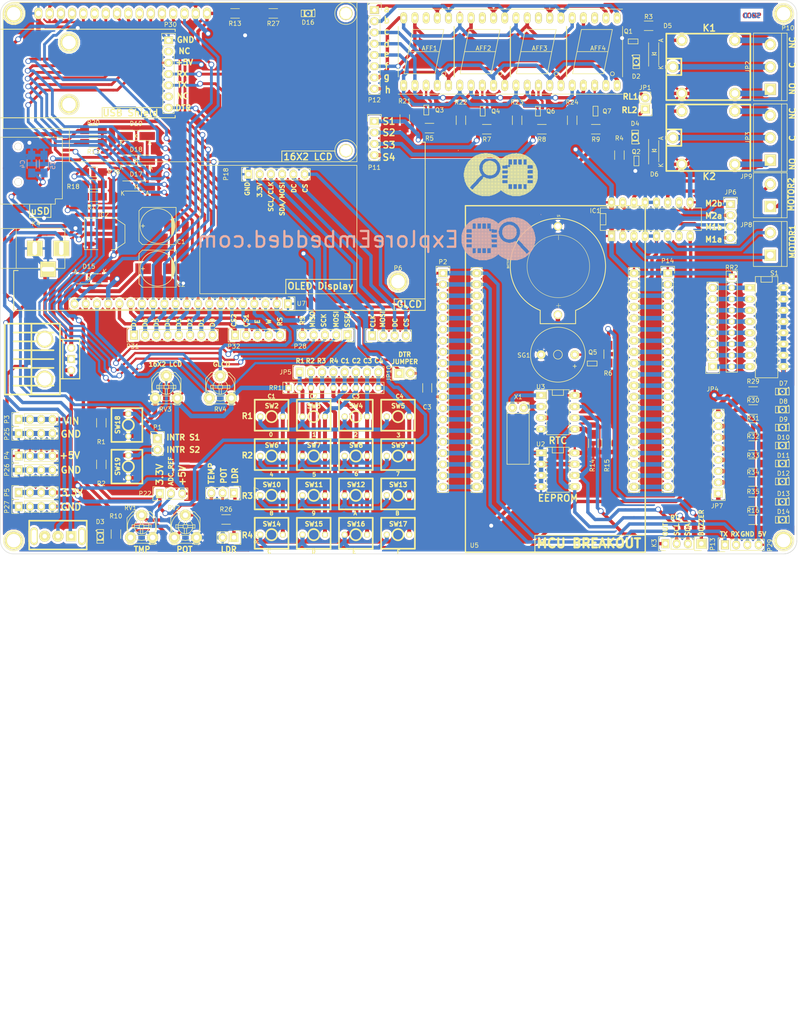
<source format=kicad_pcb>
(kicad_pcb (version 4) (host pcbnew "(2015-01-16 BZR 5376)-product")
  (title_block (company ExploreEmbedded.com))
  (layers (0 F.Cu signal) (31 B.Cu signal) (34 B.Paste user) (35 F.Paste user) (36 B.SilkS user) (37 F.SilkS user) (38 B.Mask user) (39 F.Mask user) (44 Edge.Cuts user))
  (net 0 "")
  (net 1 /7Segment/SG-5)
  (net 2 /7Segment/SG-4)
  (net 3 "Net-(AFF1-Pad3)")
  (net 4 /7Segment/SG-3)
  (net 5 /7Segment/DP)
  (net 6 /7Segment/SG-2)
  (net 7 /7Segment/SG-1)
  (net 8 "Net-(AFF2-Pad3)")
  (net 9 "Net-(AFF2-Pad8)")
  (net 10 "Net-(AFF3-Pad3)")
  (net 11 "Net-(AFF3-Pad8)")
  (net 12 "Net-(AFF4-Pad3)")
  (net 13 "Net-(AFF4-Pad8)")
  (net 14 9V/12V)
  (net 15 GND)
  (net 16 "Net-(C2-Pad1)")
  (net 17 "Net-(C3-Pad1)")
  (net 18 RST)
  (net 19 3.3V)
  (net 20 +5V)
  (net 21 "Net-(D2-Pad2)")
  (net 22 "Net-(D2-Pad1)")
  (net 23 "Net-(D3-Pad1)")
  (net 24 "Net-(D4-Pad2)")
  (net 25 "Net-(D4-Pad1)")
  (net 26 "Net-(D7-Pad1)")
  (net 27 "Net-(D8-Pad1)")
  (net 28 "Net-(D9-Pad1)")
  (net 29 "Net-(D10-Pad1)")
  (net 30 "Net-(D11-Pad1)")
  (net 31 "Net-(D12-Pad1)")
  (net 32 "Net-(D13-Pad1)")
  (net 33 "Net-(D14-Pad1)")
  (net 34 "Net-(D16-Pad1)")
  (net 35 /ADC/SSEL)
  (net 36 /ADC/MOSI)
  (net 37 /ADC/SCK)
  (net 38 "/Key Pad/M1a")
  (net 39 "/Key Pad/M1c")
  (net 40 "/Key Pad/M1d")
  (net 41 "/Key Pad/M1b")
  (net 42 "/Key Pad/M2b")
  (net 43 "/Key Pad/M2d")
  (net 44 "/Key Pad/M2c")
  (net 45 "/Key Pad/M2a")
  (net 46 "Net-(JP2-Pad1)")
  (net 47 "Net-(JP2-Pad2)")
  (net 48 "Net-(JP2-Pad3)")
  (net 49 "Net-(JP3-Pad1)")
  (net 50 "Net-(JP3-Pad2)")
  (net 51 "Net-(JP3-Pad3)")
  (net 52 "Net-(JP4-Pad1)")
  (net 53 "Net-(JP4-Pad2)")
  (net 54 "Net-(JP4-Pad3)")
  (net 55 "Net-(JP4-Pad4)")
  (net 56 "Net-(JP4-Pad5)")
  (net 57 "Net-(JP4-Pad6)")
  (net 58 "Net-(JP4-Pad7)")
  (net 59 "Net-(JP4-Pad8)")
  (net 60 "Net-(JP5-Pad1)")
  (net 61 "Net-(JP5-Pad2)")
  (net 62 "Net-(JP5-Pad3)")
  (net 63 "Net-(JP5-Pad4)")
  (net 64 "Net-(JP5-Pad5)")
  (net 65 "Net-(JP5-Pad6)")
  (net 66 "Net-(JP5-Pad7)")
  (net 67 "Net-(JP5-Pad8)")
  (net 68 "Net-(JP10-Pad1)")
  (net 69 "/Key Pad/OUT")
  (net 70 "/Key Pad/SCL")
  (net 71 "/Key Pad/SDA")
  (net 72 "Net-(K4-Pad1)")
  (net 73 VO)
  (net 74 RS)
  (net 75 R/W)
  (net 76 E)
  (net 77 DATA0)
  (net 78 DATA1)
  (net 79 DATA2)
  (net 80 DATA3)
  (net 81 DATA4)
  (net 82 DATA5)
  (net 83 DATA6)
  (net 84 DATA7)
  (net 85 LEDK)
  (net 86 /S1)
  (net 87 /S2)
  (net 88 RX)
  (net 89 TX)
  (net 90 "Net-(P6-Pad1)")
  (net 91 "Net-(P7-Pad1)")
  (net 92 "Net-(P8-Pad1)")
  (net 93 "Net-(P9-Pad1)")
  (net 94 "Net-(P10-Pad1)")
  (net 95 "Net-(P11-Pad1)")
  (net 96 "Net-(P11-Pad2)")
  (net 97 "Net-(P11-Pad3)")
  (net 98 "Net-(P11-Pad4)")
  (net 99 /7Segment/SG-6)
  (net 100 /7Segment/SG-7)
  (net 101 "Net-(P13-Pad1)")
  (net 102 "Net-(P14-Pad3)")
  (net 103 "Net-(P14-Pad4)")
  (net 104 "Net-(P14-Pad5)")
  (net 105 "Net-(P14-Pad6)")
  (net 106 "Net-(P14-Pad7)")
  (net 107 "Net-(P14-Pad8)")
  (net 108 "Net-(P14-Pad9)")
  (net 109 "Net-(P14-Pad10)")
  (net 110 /ADC/ADC_REF)
  (net 111 /ADC/IN2)
  (net 112 /ADC/MISO)
  (net 113 /ADC/SD_DETECT)
  (net 114 "Net-(R20-Pad1)")
  (net 115 "Net-(R28-Pad1)")
  (net 116 VO1)
  (net 117 VEE)
  (net 118 "Net-(U3-Pad1)")
  (net 119 "Net-(U3-Pad2)")
  (net 120 "Net-(U3-Pad3)")
  (net 121 CS2)
  (net 122 CS1)
  (net 123 "Net-(Q3-Pad1)")
  (net 124 "Net-(Q4-Pad1)")
  (net 125 "Net-(Q5-Pad2)")
  (net 126 "Net-(Q6-Pad1)")
  (net 127 "Net-(Q7-Pad1)")
  (net 128 "Net-(JP7-Pad1)")
  (net 129 "Net-(JP7-Pad2)")
  (net 130 "Net-(JP7-Pad3)")
  (net 131 "Net-(JP7-Pad4)")
  (net 132 "Net-(JP7-Pad5)")
  (net 133 "Net-(JP7-Pad6)")
  (net 134 "Net-(JP7-Pad7)")
  (net 135 "Net-(JP7-Pad8)")
  (net 136 "Net-(P30-Pad2)")
  (net 137 "Net-(P30-Pad6)")
  (net 138 "Net-(P2-Pad3)")
  (net 139 "Net-(P2-Pad4)")
  (net 140 "Net-(P2-Pad5)")
  (net 141 "Net-(P2-Pad6)")
  (net 142 "Net-(P2-Pad7)")
  (net 143 "Net-(P2-Pad8)")
  (net 144 "Net-(P2-Pad9)")
  (net 145 "Net-(P2-Pad10)")
  (net 146 "Net-(P2-Pad11)")
  (net 147 "Net-(P2-Pad13)")
  (net 148 "Net-(P2-Pad14)")
  (net 149 "Net-(P2-Pad15)")
  (net 150 "Net-(P2-Pad16)")
  (net 151 "Net-(P2-Pad17)")
  (net 152 "Net-(P2-Pad18)")
  (net 153 "Net-(P2-Pad19)")
  (net 154 "Net-(P2-Pad20)")
  (net 155 "Net-(P14-Pad11)")
  (net 156 "Net-(P14-Pad12)")
  (net 157 "Net-(P14-Pad13)")
  (net 158 "Net-(P14-Pad14)")
  (net 159 "Net-(P14-Pad15)")
  (net 160 "Net-(P14-Pad16)")
  (net 161 "Net-(P14-Pad17)")
  (net 162 "Net-(P14-Pad18)")
  (net 163 "Net-(P14-Pad19)")
  (net 164 "Net-(P14-Pad20)")
  (net 165 "Net-(AFF1-Pad8)")
  (net 166 /ADC/POT)
  (net 167 /ADC/TS)
  (net 168 "Net-(P15-Pad1)")
  (net 169 "Net-(P16-Pad1)")
  (net 170 "Net-(P18-Pad3)")
  (net 171 "Net-(P18-Pad4)")
  (net 172 "Net-(P18-Pad5)")
  (net 173 "Net-(P18-Pad6)")
  (net 174 "Net-(D5-Pad1)")
  (net 175 "Net-(D6-Pad1)")
  (net 176 "Net-(Q1-Pad1)")
  (net 177 "Net-(Q2-Pad1)")
  (net 178 "Net-(Q3-Pad3)")
  (net 179 "Net-(Q4-Pad3)")
  (net 180 "Net-(Q5-Pad1)")
  (net 181 "Net-(Q6-Pad3)")
  (net 182 "Net-(Q7-Pad3)")
  (module LEDs:LED-1206 (layer F.Cu) (at 185.438 51.818 270)
    (fp_text reference D4 (at -3.05 0.018 360) (layer F.SilkS))
    (fp_text value RL2 hide)
    (pad 2 smd rect (at 1.41986 0 90) (size 1.59766 1.80086) (layers F.Cu F.Paste F.Mask) (net 24 "Net-(D4-Pad2)"))
    (pad 1 smd rect (at -1.41986 0 90) (size 1.59766 1.80086) (layers F.Cu F.Paste F.Mask) (net 25 "Net-(D4-Pad1)"))
  )
  (module LEDs:LED-1206 (layer F.Cu) (at 185.692 34.8 90)
    (fp_text reference D2 (at -3.3 -0.018 180) (layer F.SilkS))
    (fp_text value RL1 hide)
    (pad 2 smd rect (at 1.41986 0 270) (size 1.59766 1.80086) (layers F.Cu F.Paste F.Mask) (net 21 "Net-(D2-Pad2)"))
    (pad 1 smd rect (at -1.41986 0 270) (size 1.59766 1.80086) (layers F.Cu F.Paste F.Mask) (net 22 "Net-(D2-Pad1)"))
  )
  (module LEDs:LED-1206 (layer F.Cu) (at 111.524 23.878)
    (fp_text reference D16 (at -0.018 2.03) (layer F.SilkS))
    (fp_text value LED hide)
    (pad 2 smd rect (at 1.41986 0 180) (size 1.59766 1.80086) (layers F.Cu F.Paste F.Mask) (net 15 GND))
    (pad 1 smd rect (at -1.41986 0 180) (size 1.59766 1.80086) (layers F.Cu F.Paste F.Mask) (net 34 "Net-(D16-Pad1)"))
  )
  (module LEDs:LED-1206 (layer F.Cu) (at 64.534 141.988 90)
    (fp_text reference D3 (at 3.304 -0.018 180) (layer F.SilkS))
    (fp_text value LED hide)
    (pad 2 smd rect (at 1.41986 0 270) (size 1.59766 1.80086) (layers F.Cu F.Paste F.Mask) (net 15 GND))
    (pad 1 smd rect (at -1.41986 0 270) (size 1.59766 1.80086) (layers F.Cu F.Paste F.Mask) (net 23 "Net-(D3-Pad1)"))
  )
  (module LEDs:LED-1206 (layer F.Cu) (at 218.712 138.244)
    (fp_text reference D14 (at 0.236 -1.846) (layer F.SilkS))
    (fp_text value LED hide)
    (pad 2 smd rect (at 1.41986 0 180) (size 1.59766 1.80086) (layers F.Cu F.Paste F.Mask) (net 15 GND))
    (pad 1 smd rect (at -1.41986 0 180) (size 1.59766 1.80086) (layers F.Cu F.Paste F.Mask) (net 33 "Net-(D14-Pad1)"))
  )
  (module LEDs:LED-1206 (layer F.Cu) (at 218.712 134.18)
    (fp_text reference D13 (at 0.236 -1.846) (layer F.SilkS))
    (fp_text value LED hide)
    (pad 2 smd rect (at 1.41986 0 180) (size 1.59766 1.80086) (layers F.Cu F.Paste F.Mask) (net 15 GND))
    (pad 1 smd rect (at -1.41986 0 180) (size 1.59766 1.80086) (layers F.Cu F.Paste F.Mask) (net 32 "Net-(D13-Pad1)"))
  )
  (module LEDs:LED-1206 (layer F.Cu) (at 218.712 129.608)
    (fp_text reference D12 (at 0.236 -1.846) (layer F.SilkS))
    (fp_text value LED hide)
    (pad 2 smd rect (at 1.41986 0 180) (size 1.59766 1.80086) (layers F.Cu F.Paste F.Mask) (net 15 GND))
    (pad 1 smd rect (at -1.41986 0 180) (size 1.59766 1.80086) (layers F.Cu F.Paste F.Mask) (net 31 "Net-(D12-Pad1)"))
  )
  (module LEDs:LED-1206 (layer F.Cu) (at 218.712 125.544)
    (fp_text reference D11 (at 0.236 -1.846) (layer F.SilkS))
    (fp_text value LED hide)
    (pad 2 smd rect (at 1.41986 0 180) (size 1.59766 1.80086) (layers F.Cu F.Paste F.Mask) (net 15 GND))
    (pad 1 smd rect (at -1.41986 0 180) (size 1.59766 1.80086) (layers F.Cu F.Paste F.Mask) (net 30 "Net-(D11-Pad1)"))
  )
  (module LEDs:LED-1206 (layer F.Cu) (at 218.712 121.48)
    (fp_text reference D10 (at 0.236 -1.846) (layer F.SilkS))
    (fp_text value LED hide)
    (pad 2 smd rect (at 1.41986 0 180) (size 1.59766 1.80086) (layers F.Cu F.Paste F.Mask) (net 15 GND))
    (pad 1 smd rect (at -1.41986 0 180) (size 1.59766 1.80086) (layers F.Cu F.Paste F.Mask) (net 29 "Net-(D10-Pad1)"))
  )
  (module LEDs:LED-1206 (layer F.Cu) (at 218.712 117.416)
    (fp_text reference D9 (at 0.236 -1.846) (layer F.SilkS))
    (fp_text value LED hide)
    (pad 2 smd rect (at 1.41986 0 180) (size 1.59766 1.80086) (layers F.Cu F.Paste F.Mask) (net 15 GND))
    (pad 1 smd rect (at -1.41986 0 180) (size 1.59766 1.80086) (layers F.Cu F.Paste F.Mask) (net 28 "Net-(D9-Pad1)"))
  )
  (module LEDs:LED-1206 (layer F.Cu) (at 218.712 113.352)
    (fp_text reference D8 (at 0.236 -1.846) (layer F.SilkS))
    (fp_text value LED hide)
    (pad 2 smd rect (at 1.41986 0 180) (size 1.59766 1.80086) (layers F.Cu F.Paste F.Mask) (net 15 GND))
    (pad 1 smd rect (at -1.41986 0 180) (size 1.59766 1.80086) (layers F.Cu F.Paste F.Mask) (net 27 "Net-(D8-Pad1)"))
  )
  (module LEDs:LED-1206 (layer F.Cu) (at 218.712 109.288)
    (fp_text reference D7 (at 0.236 -1.846) (layer F.SilkS))
    (fp_text value LED hide)
    (pad 2 smd rect (at 1.41986 0 180) (size 1.59766 1.80086) (layers F.Cu F.Paste F.Mask) (net 15 GND))
    (pad 1 smd rect (at -1.41986 0 180) (size 1.59766 1.80086) (layers F.Cu F.Paste F.Mask) (net 26 "Net-(D7-Pad1)"))
  )
  (module Transistors_SMD:sc70 (layer F.Cu) (at 175.734 102.952 180)
    (fp_text reference Q5 (at -0.127 2.54 180) (layer F.SilkS))
    (fp_text value BC849 hide)
    (pad 1 smd rect (at -0.6604 1.016 180) (size 0.4572 0.7112) (layers F.Cu F.Paste F.Mask) (net 180 "Net-(Q5-Pad1)"))
    (pad 2 smd rect (at 0.6604 1.016 180) (size 0.4572 0.7112) (layers F.Cu F.Paste F.Mask) (net 125 "Net-(Q5-Pad2)"))
    (pad 3 smd rect (at 0 -1.016 180) (size 0.4572 0.7112) (layers F.Cu F.Paste F.Mask) (net 20 +5V))
  )
  (module Transistors_SMD:sc70 (layer F.Cu) (at 185.734 57.202 270)
    (fp_text reference Q2 (at -2.084 0.06 360) (layer F.SilkS))
    (fp_text value BC849 hide)
    (pad 1 smd rect (at -0.6604 1.016 270) (size 0.4572 0.7112) (layers F.Cu F.Paste F.Mask) (net 177 "Net-(Q2-Pad1)"))
    (pad 2 smd rect (at 0.6604 1.016 270) (size 0.4572 0.7112) (layers F.Cu F.Paste F.Mask) (net 15 GND))
    (pad 3 smd rect (at 0 -1.016 270) (size 0.4572 0.7112) (layers F.Cu F.Paste F.Mask) (net 175 "Net-(D6-Pad1)"))
  )
  (module Transistors_SMD:sc70 (layer F.Cu) (at 184.984 30.202 180)
    (fp_text reference Q1 (at 1.088 2.262 360) (layer F.SilkS))
    (fp_text value BC849 hide)
    (pad 1 smd rect (at -0.6604 1.016 180) (size 0.4572 0.7112) (layers F.Cu F.Paste F.Mask) (net 176 "Net-(Q1-Pad1)"))
    (pad 2 smd rect (at 0.6604 1.016 180) (size 0.4572 0.7112) (layers F.Cu F.Paste F.Mask) (net 15 GND))
    (pad 3 smd rect (at 0 -1.016 180) (size 0.4572 0.7112) (layers F.Cu F.Paste F.Mask) (net 174 "Net-(D5-Pad1)"))
  )
  (module Transistors_SMD:sc70 (layer F.Cu) (at 176.484 45.952 90)
    (fp_text reference Q7 (at -0.022 2.586 180) (layer F.SilkS))
    (fp_text value BC849 hide)
    (pad 1 smd rect (at -0.6604 1.016 90) (size 0.4572 0.7112) (layers F.Cu F.Paste F.Mask) (net 127 "Net-(Q7-Pad1)"))
    (pad 2 smd rect (at 0.6604 1.016 90) (size 0.4572 0.7112) (layers F.Cu F.Paste F.Mask) (net 12 "Net-(AFF4-Pad3)"))
    (pad 3 smd rect (at 0 -1.016 90) (size 0.4572 0.7112) (layers F.Cu F.Paste F.Mask) (net 182 "Net-(Q7-Pad3)"))
  )
  (module Transistors_SMD:sc70 (layer F.Cu) (at 163.484 45.952 90)
    (fp_text reference Q6 (at -0.022 2.886 180) (layer F.SilkS))
    (fp_text value BC849 hide)
    (pad 1 smd rect (at -0.6604 1.016 90) (size 0.4572 0.7112) (layers F.Cu F.Paste F.Mask) (net 126 "Net-(Q6-Pad1)"))
    (pad 2 smd rect (at 0.6604 1.016 90) (size 0.4572 0.7112) (layers F.Cu F.Paste F.Mask) (net 10 "Net-(AFF3-Pad3)"))
    (pad 3 smd rect (at 0 -1.016 90) (size 0.4572 0.7112) (layers F.Cu F.Paste F.Mask) (net 181 "Net-(Q6-Pad3)"))
  )
  (module Transistors_SMD:sc70 (layer F.Cu) (at 150.984 45.952 90)
    (fp_text reference Q4 (at -0.022 2.94 180) (layer F.SilkS))
    (fp_text value BC849 hide)
    (pad 1 smd rect (at -0.6604 1.016 90) (size 0.4572 0.7112) (layers F.Cu F.Paste F.Mask) (net 124 "Net-(Q4-Pad1)"))
    (pad 2 smd rect (at 0.6604 1.016 90) (size 0.4572 0.7112) (layers F.Cu F.Paste F.Mask) (net 8 "Net-(AFF2-Pad3)"))
    (pad 3 smd rect (at 0 -1.016 90) (size 0.4572 0.7112) (layers F.Cu F.Paste F.Mask) (net 179 "Net-(Q4-Pad3)"))
  )
  (module Transistors_SMD:sc70 (layer F.Cu) (at 138.234 45.702 90)
    (fp_text reference Q3 (at -0.018 2.99 180) (layer F.SilkS))
    (fp_text value BC849 hide)
    (pad 1 smd rect (at -0.6604 1.016 90) (size 0.4572 0.7112) (layers F.Cu F.Paste F.Mask) (net 123 "Net-(Q3-Pad1)"))
    (pad 2 smd rect (at 0.6604 1.016 90) (size 0.4572 0.7112) (layers F.Cu F.Paste F.Mask) (net 3 "Net-(AFF1-Pad3)"))
    (pad 3 smd rect (at 0 -1.016 90) (size 0.4572 0.7112) (layers F.Cu F.Paste F.Mask) (net 178 "Net-(Q3-Pad3)"))
  )
  (module sw:SPSPT_XL (layer F.Cu) (at 54.984 141.952 180)
    (fp_text reference SW20 hide)
    (fp_text value SPST hide)
    (pad 1 thru_hole rect (at -3 0 180) (size 2.3 2.3) (drill 1.016) (layers *.Cu *.Mask F.SilkS) (net 72 "Net-(K4-Pad1)"))
    (pad 2 thru_hole circle (at 0 0 180) (size 2.5 2.5) (drill 1.016) (layers *.Cu *.Mask F.SilkS) (net 14 9V/12V))
    (pad 3 thru_hole circle (at 3 0 180) (size 2.5 2.5) (drill 1.016) (layers *.Cu *.Mask F.SilkS))
    (pad "" np_thru_hole oval (at 5.40004 0 180) (size 1.651 4) (drill oval 1.016 3) (layers *.Cu *.Mask F.SilkS))
    (pad "" np_thru_hole oval (at -5.40004 0 180) (size 1.651 4) (drill oval 1.016 3) (layers *.Cu *.Mask F.SilkS))
  )
  (module Display:WC1602A (layer F.Cu) (at 50.564 23.878)
    (fp_text reference LCD1 hide)
    (fp_text value LCD_2X16_SIL hide)
    (pad 1 thru_hole oval (at 0 0) (size 1.8 2.6) (drill 1.2) (layers *.Cu *.Mask F.SilkS) (net 15 GND))
    (pad 2 thru_hole oval (at 2.54 0) (size 1.8 2.6) (drill 1.2) (layers *.Cu *.Mask F.SilkS) (net 20 +5V))
    (pad 3 thru_hole oval (at 5.08 0) (size 1.8 2.6) (drill 1.2) (layers *.Cu *.Mask F.SilkS) (net 73 VO))
    (pad 4 thru_hole oval (at 7.62 0) (size 1.8 2.6) (drill 1.2) (layers *.Cu *.Mask F.SilkS) (net 74 RS))
    (pad 5 thru_hole oval (at 10.16 0) (size 1.8 2.6) (drill 1.2) (layers *.Cu *.Mask F.SilkS) (net 75 R/W))
    (pad 6 thru_hole oval (at 12.7 0) (size 1.8 2.6) (drill 1.2) (layers *.Cu *.Mask F.SilkS) (net 76 E))
    (pad 7 thru_hole oval (at 15.24 0) (size 1.8 2.6) (drill 1.2) (layers *.Cu *.Mask F.SilkS) (net 77 DATA0))
    (pad 8 thru_hole oval (at 17.78 0) (size 1.8 2.6) (drill 1.2) (layers *.Cu *.Mask F.SilkS) (net 78 DATA1))
    (pad 9 thru_hole oval (at 20.32 0) (size 1.8 2.6) (drill 1.2) (layers *.Cu *.Mask F.SilkS) (net 79 DATA2))
    (pad 10 thru_hole oval (at 22.86 0) (size 1.8 2.6) (drill 1.2) (layers *.Cu *.Mask F.SilkS) (net 80 DATA3))
    (pad 11 thru_hole oval (at 25.4 0) (size 1.8 2.6) (drill 1.2) (layers *.Cu *.Mask F.SilkS) (net 81 DATA4))
    (pad 12 thru_hole oval (at 27.94 0) (size 1.8 2.6) (drill 1.2) (layers *.Cu *.Mask F.SilkS) (net 82 DATA5))
    (pad 13 thru_hole oval (at 30.48 0) (size 1.8 2.6) (drill 1.2) (layers *.Cu *.Mask F.SilkS) (net 83 DATA6))
    (pad 14 thru_hole oval (at 33.02 0) (size 1.8 2.6) (drill 1.2) (layers *.Cu *.Mask F.SilkS) (net 84 DATA7))
    (pad 15 thru_hole oval (at 35.56 0) (size 1.8 2.6) (drill 1.2) (layers *.Cu *.Mask F.SilkS) (net 20 +5V))
    (pad 16 thru_hole oval (at 38.1 0) (size 1.8 2.6) (drill 1.2) (layers *.Cu *.Mask F.SilkS) (net 85 LEDK))
    (pad 0 thru_hole circle (at -5.4991 0) (size 3 3) (drill 2.5) (layers *.Cu *.Mask F.SilkS))
    (pad 0 thru_hole circle (at 69.49948 31.0007) (size 3 3) (drill 2.5) (layers *.Cu *.Mask F.SilkS))
    (pad 0 thru_hole circle (at 69.49948 0) (size 3 3) (drill 2.5) (layers *.Cu *.Mask F.SilkS))
  )
  (module sw:40pin_breakout (layer F.Cu) (at 167.404 105.412)
    (fp_text reference U5 (at -18.306 38.606) (layer F.SilkS))
    (fp_text value 40PIN_Breakout hide)
    (pad 1 thru_hole oval (at -17.78 -22.86) (size 2.2 1.8) (drill 0.85) (layers *.Cu *.Mask F.SilkS) (net 88 RX))
    (pad 2 thru_hole oval (at -17.78 -20.32) (size 2.2 1.8) (drill 0.85) (layers *.Cu *.Mask F.SilkS) (net 89 TX))
    (pad 3 thru_hole oval (at -17.78 -17.78) (size 2.2 1.8) (drill 0.85) (layers *.Cu *.Mask F.SilkS) (net 138 "Net-(P2-Pad3)"))
    (pad 4 thru_hole oval (at -17.78 -15.24) (size 2.2 1.8) (drill 0.85) (layers *.Cu *.Mask F.SilkS) (net 139 "Net-(P2-Pad4)"))
    (pad 5 thru_hole oval (at -17.78 -12.7) (size 2.2 1.8) (drill 0.85) (layers *.Cu *.Mask F.SilkS) (net 140 "Net-(P2-Pad5)"))
    (pad 6 thru_hole oval (at -17.78 -10.16) (size 2.2 1.8) (drill 0.85) (layers *.Cu *.Mask F.SilkS) (net 141 "Net-(P2-Pad6)"))
    (pad 7 thru_hole oval (at -17.78 -7.62) (size 2.2 1.8) (drill 0.85) (layers *.Cu *.Mask F.SilkS) (net 142 "Net-(P2-Pad7)"))
    (pad 8 thru_hole oval (at -17.78 -5.08) (size 2.2 1.8) (drill 0.85) (layers *.Cu *.Mask F.SilkS) (net 143 "Net-(P2-Pad8)"))
    (pad 9 thru_hole oval (at -17.78 -2.54) (size 2.2 1.8) (drill 0.85) (layers *.Cu *.Mask F.SilkS) (net 144 "Net-(P2-Pad9)"))
    (pad 10 thru_hole oval (at -17.78 0) (size 2.2 1.8) (drill 0.85) (layers *.Cu *.Mask F.SilkS) (net 145 "Net-(P2-Pad10)"))
    (pad 11 thru_hole oval (at -17.78 2.54) (size 2.2 1.8) (drill 0.85) (layers *.Cu *.Mask F.SilkS) (net 146 "Net-(P2-Pad11)"))
    (pad 12 thru_hole oval (at -17.78 5.08) (size 2.2 1.8) (drill 0.85) (layers *.Cu *.Mask F.SilkS) (net 18 RST))
    (pad 13 thru_hole oval (at -17.78 7.62) (size 2.2 1.8) (drill 0.85) (layers *.Cu *.Mask F.SilkS) (net 147 "Net-(P2-Pad13)"))
    (pad 14 thru_hole oval (at -17.78 10.16) (size 2.2 1.8) (drill 0.85) (layers *.Cu *.Mask F.SilkS) (net 148 "Net-(P2-Pad14)"))
    (pad 15 thru_hole oval (at -17.78 12.7) (size 2.2 1.8) (drill 0.85) (layers *.Cu *.Mask F.SilkS) (net 149 "Net-(P2-Pad15)"))
    (pad 16 thru_hole oval (at -17.78 15.24) (size 2.2 1.8) (drill 0.85) (layers *.Cu *.Mask F.SilkS) (net 150 "Net-(P2-Pad16)"))
    (pad 17 thru_hole oval (at -17.78 17.78) (size 2.2 1.8) (drill 0.85) (layers *.Cu *.Mask F.SilkS) (net 151 "Net-(P2-Pad17)"))
    (pad 18 thru_hole oval (at -17.78 20.32) (size 2.2 1.8) (drill 0.85) (layers *.Cu *.Mask F.SilkS) (net 152 "Net-(P2-Pad18)"))
    (pad 19 thru_hole oval (at -17.78 22.86) (size 2.2 1.8) (drill 0.85) (layers *.Cu *.Mask F.SilkS) (net 153 "Net-(P2-Pad19)"))
    (pad 20 thru_hole oval (at -17.78 25.4) (size 2.2 1.8) (drill 0.85) (layers *.Cu *.Mask F.SilkS) (net 154 "Net-(P2-Pad20)"))
    (pad 21 thru_hole oval (at 17.78 25.4) (size 2.2 1.8) (drill 0.85) (layers *.Cu *.Mask F.SilkS) (net 164 "Net-(P14-Pad20)"))
    (pad 22 thru_hole oval (at 17.78 22.86) (size 2.2 1.8) (drill 0.85) (layers *.Cu *.Mask F.SilkS) (net 163 "Net-(P14-Pad19)"))
    (pad 23 thru_hole oval (at 17.78 20.32) (size 2.2 1.8) (drill 0.85) (layers *.Cu *.Mask F.SilkS) (net 162 "Net-(P14-Pad18)"))
    (pad 24 thru_hole oval (at 17.78 17.78) (size 2.2 1.8) (drill 0.85) (layers *.Cu *.Mask F.SilkS) (net 161 "Net-(P14-Pad17)"))
    (pad 25 thru_hole oval (at 17.78 15.24) (size 2.2 1.8) (drill 0.85) (layers *.Cu *.Mask F.SilkS) (net 160 "Net-(P14-Pad16)"))
    (pad 26 thru_hole oval (at 17.78 12.7) (size 2.2 1.8) (drill 0.85) (layers *.Cu *.Mask F.SilkS) (net 159 "Net-(P14-Pad15)"))
    (pad 27 thru_hole oval (at 17.78 10.16) (size 2.2 1.8) (drill 0.85) (layers *.Cu *.Mask F.SilkS) (net 158 "Net-(P14-Pad14)"))
    (pad 28 thru_hole oval (at 17.78 7.62) (size 2.2 1.8) (drill 0.85) (layers *.Cu *.Mask F.SilkS) (net 157 "Net-(P14-Pad13)"))
    (pad 29 thru_hole oval (at 17.78 5.08) (size 2.2 1.8) (drill 0.85) (layers *.Cu *.Mask F.SilkS) (net 156 "Net-(P14-Pad12)"))
    (pad 30 thru_hole oval (at 17.78 2.54) (size 2.2 1.8) (drill 0.85) (layers *.Cu *.Mask F.SilkS) (net 155 "Net-(P14-Pad11)"))
    (pad 31 thru_hole oval (at 17.78 0) (size 2.2 1.8) (drill 0.85) (layers *.Cu *.Mask F.SilkS) (net 109 "Net-(P14-Pad10)"))
    (pad 32 thru_hole oval (at 17.78 -2.54) (size 2.2 1.8) (drill 0.85) (layers *.Cu *.Mask F.SilkS) (net 108 "Net-(P14-Pad9)"))
    (pad 33 thru_hole oval (at 17.78 -5.08) (size 2.2 1.8) (drill 0.85) (layers *.Cu *.Mask F.SilkS) (net 107 "Net-(P14-Pad8)"))
    (pad 34 thru_hole oval (at 17.78 -7.62) (size 2.2 1.8) (drill 0.85) (layers *.Cu *.Mask F.SilkS) (net 106 "Net-(P14-Pad7)"))
    (pad 35 thru_hole oval (at 17.78 -10.16) (size 2.2 1.8) (drill 0.85) (layers *.Cu *.Mask F.SilkS) (net 105 "Net-(P14-Pad6)"))
    (pad 36 thru_hole oval (at 17.78 -12.7) (size 2.2 1.8) (drill 0.85) (layers *.Cu *.Mask F.SilkS) (net 104 "Net-(P14-Pad5)"))
    (pad 37 thru_hole oval (at 17.78 -15.24) (size 2.2 1.8) (drill 0.85) (layers *.Cu *.Mask F.SilkS) (net 103 "Net-(P14-Pad4)"))
    (pad 38 thru_hole oval (at 17.78 -17.78) (size 2.2 1.8) (drill 0.85) (layers *.Cu *.Mask F.SilkS) (net 102 "Net-(P14-Pad3)"))
    (pad 39 thru_hole oval (at 17.78 -20.32) (size 2.2 1.8) (drill 0.85) (layers *.Cu *.Mask F.SilkS) (net 15 GND))
    (pad 40 thru_hole oval (at 17.78 -22.86) (size 2.2 1.8) (drill 0.85) (layers *.Cu *.Mask F.SilkS) (net 20 +5V))
  )
  (module Diodes_SMD:Diode-SMA_Handsoldering (layer F.Cu) (at 61.984 83.702 180)
    (fp_text reference D15 (at 0.008 2.676 180) (layer F.SilkS))
    (fp_text value DIODE hide)
    (fp_text user K (at -3.556 1.524 180) (layer F.SilkS))
    (fp_text user A (at 3.048 1.524 180) (layer F.SilkS))
    (pad 2 smd rect (at -2.49936 0 180) (size 3.50012 1.80086) (layers F.Cu F.Paste F.Mask) (net 20 +5V))
    (pad 1 smd rect (at 2.49936 0 180) (size 3.50012 1.80086) (layers F.Cu F.Paste F.Mask) (net 16 "Net-(C2-Pad1)"))
  )
  (module Diodes_SMD:Diode-SMA_Handsoldering (layer F.Cu) (at 189.756 54.866 90)
    (fp_text reference D6 (at -5.336 0.018 180) (layer F.SilkS))
    (fp_text value 1N40XX hide)
    (fp_text user K (at -3.302 1.524 90) (layer F.SilkS))
    (fp_text user A (at 2.794 1.524 90) (layer F.SilkS))
    (pad 2 smd rect (at -2.49936 0 90) (size 3.50012 1.80086) (layers F.Cu F.Paste F.Mask) (net 20 +5V))
    (pad 1 smd rect (at 2.49936 0 90) (size 3.50012 1.80086) (layers F.Cu F.Paste F.Mask) (net 175 "Net-(D6-Pad1)"))
  )
  (module Diodes_SMD:Diode-SMA_Handsoldering (layer F.Cu) (at 189.756 33.022 90)
    (fp_text reference D5 (at 6.352 3.03 180) (layer F.SilkS))
    (fp_text value 1N40XX hide)
    (fp_text user K (at -3.048 1.524 90) (layer F.SilkS))
    (fp_text user A (at 3.048 1.524 90) (layer F.SilkS))
    (pad 2 smd rect (at -2.49936 0 90) (size 3.50012 1.80086) (layers F.Cu F.Paste F.Mask) (net 20 +5V))
    (pad 1 smd rect (at 2.49936 0 90) (size 3.50012 1.80086) (layers F.Cu F.Paste F.Mask) (net 174 "Net-(D5-Pad1)"))
  )
  (module Diodes_SMD:Diode-SMA_Handsoldering (layer F.Cu) (at 72.662 62.994)
    (fp_text reference D17 (at -0.018 -2.796) (layer F.SilkS))
    (fp_text value ZENER hide)
    (fp_text user K (at -3.048 1.524) (layer F.SilkS))
    (fp_text user A (at 2.54 1.524) (layer F.SilkS))
    (pad 2 smd rect (at -2.49936 0) (size 3.50012 1.80086) (layers F.Cu F.Paste F.Mask) (net 35 /ADC/SSEL))
    (pad 1 smd rect (at 2.49936 0) (size 3.50012 1.80086) (layers F.Cu F.Paste F.Mask) (net 15 GND))
  )
  (module Diodes_SMD:Diode-SMA_Handsoldering (layer F.Cu) (at 72.662 57.152)
    (fp_text reference D18 (at -0.018 -2.542) (layer F.SilkS))
    (fp_text value ZENER hide)
    (fp_text user K (at -3.302 1.524) (layer F.SilkS))
    (fp_text user A (at 3.302 1.524) (layer F.SilkS))
    (pad 2 smd rect (at -2.49936 0) (size 3.50012 1.80086) (layers F.Cu F.Paste F.Mask) (net 36 /ADC/MOSI))
    (pad 1 smd rect (at 2.49936 0) (size 3.50012 1.80086) (layers F.Cu F.Paste F.Mask) (net 15 GND))
  )
  (module Diodes_SMD:Diode-SMA_Handsoldering (layer F.Cu) (at 72.662 51.564)
    (fp_text reference D19 (at -0.018 -2.796) (layer F.SilkS))
    (fp_text value ZENER hide)
    (fp_text user K (at -3.302 1.524) (layer F.SilkS))
    (fp_text user A (at 3.048 1.524) (layer F.SilkS))
    (pad 2 smd rect (at -2.49936 0) (size 3.50012 1.80086) (layers F.Cu F.Paste F.Mask) (net 37 /ADC/SCK))
    (pad 1 smd rect (at 2.49936 0) (size 3.50012 1.80086) (layers F.Cu F.Paste F.Mask) (net 15 GND))
  )
  (module Pin_Headers:Pin_Header_Straight_1x20 (layer F.Cu) (at 106.984 89.452 270)
    (fp_text reference U7 (at -0.044 -2.998 360) (layer F.SilkS))
    (fp_text value LCD-jhd12864e-xl hide)
    (pad 1 thru_hole rect (at 0 0 270) (size 2.032 1.7272) (drill 1.016) (layers *.Cu *.Mask F.SilkS) (net 15 GND))
    (pad 2 thru_hole oval (at 0 2.54 270) (size 2.032 1.7272) (drill 1.016) (layers *.Cu *.Mask F.SilkS) (net 20 +5V))
    (pad 3 thru_hole oval (at 0 5.08 270) (size 2.032 1.7272) (drill 1.016) (layers *.Cu *.Mask F.SilkS) (net 116 VO1))
    (pad 4 thru_hole oval (at 0 7.62 270) (size 2.032 1.7272) (drill 1.016) (layers *.Cu *.Mask F.SilkS) (net 74 RS))
    (pad 5 thru_hole oval (at 0 10.16 270) (size 2.032 1.7272) (drill 1.016) (layers *.Cu *.Mask F.SilkS) (net 75 R/W))
    (pad 6 thru_hole oval (at 0 12.7 270) (size 2.032 1.7272) (drill 1.016) (layers *.Cu *.Mask F.SilkS) (net 76 E))
    (pad 7 thru_hole oval (at 0 15.24 270) (size 2.032 1.7272) (drill 1.016) (layers *.Cu *.Mask F.SilkS) (net 77 DATA0))
    (pad 8 thru_hole oval (at 0 17.78 270) (size 2.032 1.7272) (drill 1.016) (layers *.Cu *.Mask F.SilkS) (net 78 DATA1))
    (pad 9 thru_hole oval (at 0 20.32 270) (size 2.032 1.7272) (drill 1.016) (layers *.Cu *.Mask F.SilkS) (net 79 DATA2))
    (pad 10 thru_hole oval (at 0 22.86 270) (size 2.032 1.7272) (drill 1.016) (layers *.Cu *.Mask F.SilkS) (net 80 DATA3))
    (pad 11 thru_hole oval (at 0 25.4 270) (size 2.032 1.7272) (drill 1.016) (layers *.Cu *.Mask F.SilkS) (net 81 DATA4))
    (pad 12 thru_hole oval (at 0 27.94 270) (size 2.032 1.7272) (drill 1.016) (layers *.Cu *.Mask F.SilkS) (net 82 DATA5))
    (pad 13 thru_hole oval (at 0 30.48 270) (size 2.032 1.7272) (drill 1.016) (layers *.Cu *.Mask F.SilkS) (net 83 DATA6))
    (pad 14 thru_hole oval (at 0 33.02 270) (size 2.032 1.7272) (drill 1.016) (layers *.Cu *.Mask F.SilkS) (net 84 DATA7))
    (pad 15 thru_hole oval (at 0 35.56 270) (size 2.032 1.7272) (drill 1.016) (layers *.Cu *.Mask F.SilkS) (net 122 CS1))
    (pad 16 thru_hole oval (at 0 38.1 270) (size 2.032 1.7272) (drill 1.016) (layers *.Cu *.Mask F.SilkS) (net 121 CS2))
    (pad 17 thru_hole oval (at 0 40.64 270) (size 2.032 1.7272) (drill 1.016) (layers *.Cu *.Mask F.SilkS) (net 20 +5V))
    (pad 18 thru_hole oval (at 0 43.18 270) (size 2.032 1.7272) (drill 1.016) (layers *.Cu *.Mask F.SilkS) (net 117 VEE))
    (pad 19 thru_hole oval (at 0 45.72 270) (size 2.032 1.7272) (drill 1.016) (layers *.Cu *.Mask F.SilkS) (net 20 +5V))
    (pad 20 thru_hole oval (at 0 48.26 270) (size 2.032 1.7272) (drill 1.016) (layers *.Cu *.Mask F.SilkS) (net 85 LEDK))
  )
  (module Pin_Headers:Pin_Header_Straight_1x06 (layer F.Cu) (at 98.044 60.198 90)
    (fp_text reference P18 (at 0 -5.1 90) (layer F.SilkS))
    (fp_text value CONN_01X06 hide)
    (pad 1 thru_hole rect (at 0 0 90) (size 2.032 1.7272) (drill 1.016) (layers *.Cu *.Mask F.SilkS) (net 15 GND))
    (pad 2 thru_hole oval (at 0 2.54 90) (size 2.032 1.7272) (drill 1.016) (layers *.Cu *.Mask F.SilkS) (net 19 3.3V))
    (pad 3 thru_hole oval (at 0 5.08 90) (size 2.032 1.7272) (drill 1.016) (layers *.Cu *.Mask F.SilkS) (net 170 "Net-(P18-Pad3)"))
    (pad 4 thru_hole oval (at 0 7.62 90) (size 2.032 1.7272) (drill 1.016) (layers *.Cu *.Mask F.SilkS) (net 171 "Net-(P18-Pad4)"))
    (pad 5 thru_hole oval (at 0 10.16 90) (size 2.032 1.7272) (drill 1.016) (layers *.Cu *.Mask F.SilkS) (net 172 "Net-(P18-Pad5)"))
    (pad 6 thru_hole oval (at 0 12.7 90) (size 2.032 1.7272) (drill 1.016) (layers *.Cu *.Mask F.SilkS) (net 173 "Net-(P18-Pad6)"))
  )
  (module Capacitors_SMD:c_elec_8x10.5 (layer F.Cu) (at 77.488 71.884 180)
    (fp_text reference C1 (at -5.316 -3.554 180) (layer F.SilkS))
    (fp_text value "100uF, 25V" hide)
    (pad 1 smd rect (at 3.2512 0 180) (size 3.50012 2.4003) (layers F.Cu F.Paste F.Mask) (net 14 9V/12V))
    (pad 2 smd rect (at -3.2512 0 180) (size 3.50012 2.4003) (layers F.Cu F.Paste F.Mask) (net 15 GND))
  )
  (module Capacitors_SMD:c_elec_8x10.5 (layer F.Cu) (at 77.488 81.536 180)
    (fp_text reference C2 (at -5.316 -3.554 180) (layer F.SilkS))
    (fp_text value 100uF,25V hide)
    (pad 1 smd rect (at 3.2512 0 180) (size 3.50012 2.4003) (layers F.Cu F.Paste F.Mask) (net 16 "Net-(C2-Pad1)"))
    (pad 2 smd rect (at -3.2512 0 180) (size 3.50012 2.4003) (layers F.Cu F.Paste F.Mask) (net 15 GND))
  )
  (module Capacitors_SMD:C_1206_HandSoldering (layer F.Cu) (at 138.448 108.46 270)
    (fp_text reference C3 (at 4.316 0.018 360) (layer F.SilkS))
    (fp_text value 0.1uf hide)
    (pad 1 smd rect (at -2 0 270) (size 2 1.6) (layers F.Cu F.Paste F.Mask) (net 17 "Net-(C3-Pad1)"))
    (pad 2 smd rect (at 2 0 270) (size 2 1.6) (layers F.Cu F.Paste F.Mask) (net 18 RST))
  )
  (module Capacitors_SMD:C_1206_HandSoldering (layer B.Cu) (at 49.04 57.914 90)
    (fp_text reference C4 (at 0.002 -2.05 90) (layer B.SilkS) (effects (justify mirror)))
    (fp_text value 100nF hide)
    (pad 1 smd rect (at -2 0 90) (size 2 1.6) (layers B.Cu B.Paste B.Mask) (net 19 3.3V))
    (pad 2 smd rect (at 2 0 90) (size 2 1.6) (layers B.Cu B.Paste B.Mask) (net 15 GND))
  )
  (module Capacitors_SMD:C_1206_HandSoldering (layer B.Cu) (at 51.834 57.914 90)
    (fp_text reference C5 (at -0.252 2.014 90) (layer B.SilkS) (effects (justify mirror)))
    (fp_text value 10uF hide)
    (pad 1 smd rect (at -2 0 90) (size 2 1.6) (layers B.Cu B.Paste B.Mask) (net 19 3.3V))
    (pad 2 smd rect (at 2 0 90) (size 2 1.6) (layers B.Cu B.Paste B.Mask) (net 15 GND))
  )
  (module Sockets_DIP:DIP-16__300_ELL (layer F.Cu) (at 188.994 70.36)
    (fp_text reference IC1 (at -12.591 -1.907) (layer F.SilkS))
    (fp_text value L293D hide)
    (pad 1 thru_hole rect (at -8.89 3.81) (size 1.5748 2.286) (drill 0.8128) (layers *.Cu *.Mask F.SilkS) (net 20 +5V))
    (pad 2 thru_hole oval (at -6.35 3.81) (size 1.5748 2.286) (drill 0.8128) (layers *.Cu *.Mask F.SilkS) (net 38 "/Key Pad/M1a"))
    (pad 3 thru_hole oval (at -3.81 3.81) (size 1.5748 2.286) (drill 0.8128) (layers *.Cu *.Mask F.SilkS) (net 39 "/Key Pad/M1c"))
    (pad 4 thru_hole oval (at -1.27 3.81) (size 1.5748 2.286) (drill 0.8128) (layers *.Cu *.Mask F.SilkS) (net 15 GND))
    (pad 5 thru_hole oval (at 1.27 3.81) (size 1.5748 2.286) (drill 0.8128) (layers *.Cu *.Mask F.SilkS) (net 15 GND))
    (pad 6 thru_hole oval (at 3.81 3.81) (size 1.5748 2.286) (drill 0.8128) (layers *.Cu *.Mask F.SilkS) (net 40 "/Key Pad/M1d"))
    (pad 7 thru_hole oval (at 6.35 3.81) (size 1.5748 2.286) (drill 0.8128) (layers *.Cu *.Mask F.SilkS) (net 41 "/Key Pad/M1b"))
    (pad 8 thru_hole oval (at 8.89 3.81) (size 1.5748 2.286) (drill 0.8128) (layers *.Cu *.Mask F.SilkS) (net 14 9V/12V))
    (pad 9 thru_hole oval (at 8.89 -3.81) (size 1.5748 2.286) (drill 0.8128) (layers *.Cu *.Mask F.SilkS) (net 20 +5V))
    (pad 10 thru_hole oval (at 6.35 -3.81) (size 1.5748 2.286) (drill 0.8128) (layers *.Cu *.Mask F.SilkS) (net 42 "/Key Pad/M2b"))
    (pad 11 thru_hole oval (at 3.81 -3.81) (size 1.5748 2.286) (drill 0.8128) (layers *.Cu *.Mask F.SilkS) (net 43 "/Key Pad/M2d"))
    (pad 12 thru_hole oval (at 1.27 -3.81) (size 1.5748 2.286) (drill 0.8128) (layers *.Cu *.Mask F.SilkS) (net 15 GND))
    (pad 13 thru_hole oval (at -1.27 -3.81) (size 1.5748 2.286) (drill 0.8128) (layers *.Cu *.Mask F.SilkS) (net 15 GND))
    (pad 14 thru_hole oval (at -3.81 -3.81) (size 1.5748 2.286) (drill 0.8128) (layers *.Cu *.Mask F.SilkS) (net 44 "/Key Pad/M2c"))
    (pad 15 thru_hole oval (at -6.35 -3.81) (size 1.5748 2.286) (drill 0.8128) (layers *.Cu *.Mask F.SilkS) (net 45 "/Key Pad/M2a"))
    (pad 16 thru_hole oval (at -8.89 -3.81) (size 1.5748 2.286) (drill 0.8128) (layers *.Cu *.Mask F.SilkS) (net 20 +5V))
  )
  (module SMD_Packages:SOT-223 (layer F.Cu) (at 65.55 73.662 270)
    (fp_text reference IC2 (at -4.32 0.272 360) (layer F.SilkS))
    (fp_text value LM1117 hide)
    (pad 4 smd rect (at 0 -3.302 270) (size 3.6576 2.032) (layers F.Cu F.Paste F.Mask) (net 19 3.3V))
    (pad 2 smd rect (at 0 3.302 270) (size 1.016 2.032) (layers F.Cu F.Paste F.Mask) (net 19 3.3V))
    (pad 3 smd rect (at 2.286 3.302 270) (size 1.016 2.032) (layers F.Cu F.Paste F.Mask) (net 20 +5V))
    (pad 1 smd rect (at -2.286 3.302 270) (size 1.016 2.032) (layers F.Cu F.Paste F.Mask) (net 15 GND))
  )
  (module Connect:bornier3 (layer F.Cu) (at 215.984 35.952 90)
    (fp_text reference JP2 (at 0 -5.08 90) (layer F.SilkS))
    (fp_text value M03-SCREW-5MM hide)
    (pad 1 thru_hole rect (at -5.08 0 90) (size 2.54 2.54) (drill 1.524) (layers *.Cu *.Mask F.SilkS) (net 46 "Net-(JP2-Pad1)"))
    (pad 2 thru_hole circle (at 0 0 90) (size 2.54 2.54) (drill 1.524) (layers *.Cu *.Mask F.SilkS) (net 47 "Net-(JP2-Pad2)"))
    (pad 3 thru_hole circle (at 5.08 0 90) (size 2.54 2.54) (drill 1.524) (layers *.Cu *.Mask F.SilkS) (net 48 "Net-(JP2-Pad3)"))
  )
  (module Connect:bornier3 (layer F.Cu) (at 215.984 51.952 90)
    (fp_text reference JP3 (at 0 -5.08 90) (layer F.SilkS))
    (fp_text value M03-SCREW-5MM hide)
    (pad 1 thru_hole rect (at -5.08 0 90) (size 2.54 2.54) (drill 1.524) (layers *.Cu *.Mask F.SilkS) (net 49 "Net-(JP3-Pad1)"))
    (pad 2 thru_hole circle (at 0 0 90) (size 2.54 2.54) (drill 1.524) (layers *.Cu *.Mask F.SilkS) (net 50 "Net-(JP3-Pad2)"))
    (pad 3 thru_hole circle (at 5.08 0 90) (size 2.54 2.54) (drill 1.524) (layers *.Cu *.Mask F.SilkS) (net 51 "Net-(JP3-Pad3)"))
  )
  (module Pin_Headers:Pin_Header_Straight_1x08 (layer F.Cu) (at 202.964 103.634 180)
    (fp_text reference JP4 (at 0 -5.1 180) (layer F.SilkS))
    (fp_text value SWITCH_ARRAY hide)
    (pad 1 thru_hole rect (at 0 0 180) (size 2.032 1.7272) (drill 1.016) (layers *.Cu *.Mask F.SilkS) (net 52 "Net-(JP4-Pad1)"))
    (pad 2 thru_hole oval (at 0 2.54 180) (size 2.032 1.7272) (drill 1.016) (layers *.Cu *.Mask F.SilkS) (net 53 "Net-(JP4-Pad2)"))
    (pad 3 thru_hole oval (at 0 5.08 180) (size 2.032 1.7272) (drill 1.016) (layers *.Cu *.Mask F.SilkS) (net 54 "Net-(JP4-Pad3)"))
    (pad 4 thru_hole oval (at 0 7.62 180) (size 2.032 1.7272) (drill 1.016) (layers *.Cu *.Mask F.SilkS) (net 55 "Net-(JP4-Pad4)"))
    (pad 5 thru_hole oval (at 0 10.16 180) (size 2.032 1.7272) (drill 1.016) (layers *.Cu *.Mask F.SilkS) (net 56 "Net-(JP4-Pad5)"))
    (pad 6 thru_hole oval (at 0 12.7 180) (size 2.032 1.7272) (drill 1.016) (layers *.Cu *.Mask F.SilkS) (net 57 "Net-(JP4-Pad6)"))
    (pad 7 thru_hole oval (at 0 15.24 180) (size 2.032 1.7272) (drill 1.016) (layers *.Cu *.Mask F.SilkS) (net 58 "Net-(JP4-Pad7)"))
    (pad 8 thru_hole oval (at 0 17.78 180) (size 2.032 1.7272) (drill 1.016) (layers *.Cu *.Mask F.SilkS) (net 59 "Net-(JP4-Pad8)"))
  )
  (module Pin_Headers:Pin_Header_Straight_1x08 (layer F.Cu) (at 109.619 104.904 90)
    (fp_text reference JP5 (at 0.002 -3.193 180) (layer F.SilkS))
    (fp_text value "MATRIX 4X4" hide)
    (pad 1 thru_hole rect (at 0 0 90) (size 2.032 1.7272) (drill 1.016) (layers *.Cu *.Mask F.SilkS) (net 60 "Net-(JP5-Pad1)"))
    (pad 2 thru_hole oval (at 0 2.54 90) (size 2.032 1.7272) (drill 1.016) (layers *.Cu *.Mask F.SilkS) (net 61 "Net-(JP5-Pad2)"))
    (pad 3 thru_hole oval (at 0 5.08 90) (size 2.032 1.7272) (drill 1.016) (layers *.Cu *.Mask F.SilkS) (net 62 "Net-(JP5-Pad3)"))
    (pad 4 thru_hole oval (at 0 7.62 90) (size 2.032 1.7272) (drill 1.016) (layers *.Cu *.Mask F.SilkS) (net 63 "Net-(JP5-Pad4)"))
    (pad 5 thru_hole oval (at 0 10.16 90) (size 2.032 1.7272) (drill 1.016) (layers *.Cu *.Mask F.SilkS) (net 64 "Net-(JP5-Pad5)"))
    (pad 6 thru_hole oval (at 0 12.7 90) (size 2.032 1.7272) (drill 1.016) (layers *.Cu *.Mask F.SilkS) (net 65 "Net-(JP5-Pad6)"))
    (pad 7 thru_hole oval (at 0 15.24 90) (size 2.032 1.7272) (drill 1.016) (layers *.Cu *.Mask F.SilkS) (net 66 "Net-(JP5-Pad7)"))
    (pad 8 thru_hole oval (at 0 17.78 90) (size 2.032 1.7272) (drill 1.016) (layers *.Cu *.Mask F.SilkS) (net 67 "Net-(JP5-Pad8)"))
  )
  (module Pin_Headers:Pin_Header_Straight_1x04 (layer F.Cu) (at 206.984 66.952)
    (fp_text reference JP6 (at 0.026 -2.69) (layer F.SilkS))
    (fp_text value "MOTAR CNTRL" hide)
    (pad 1 thru_hole rect (at 0 0) (size 2.032 1.7272) (drill 1.016) (layers *.Cu *.Mask F.SilkS) (net 42 "/Key Pad/M2b"))
    (pad 2 thru_hole oval (at 0 2.54) (size 2.032 1.7272) (drill 1.016) (layers *.Cu *.Mask F.SilkS) (net 45 "/Key Pad/M2a"))
    (pad 3 thru_hole oval (at 0 5.08) (size 2.032 1.7272) (drill 1.016) (layers *.Cu *.Mask F.SilkS) (net 41 "/Key Pad/M1b"))
    (pad 4 thru_hole oval (at 0 7.62) (size 2.032 1.7272) (drill 1.016) (layers *.Cu *.Mask F.SilkS) (net 38 "/Key Pad/M1a"))
  )
  (module Pin_Headers:Pin_Header_Straight_1x08 (layer F.Cu) (at 204.234 132.336 180)
    (fp_text reference JP7 (at 0.272 -2.792 180) (layer F.SilkS))
    (fp_text value "led array" hide)
    (pad 1 thru_hole rect (at 0 0 180) (size 2.032 1.7272) (drill 1.016) (layers *.Cu *.Mask F.SilkS) (net 128 "Net-(JP7-Pad1)"))
    (pad 2 thru_hole oval (at 0 2.54 180) (size 2.032 1.7272) (drill 1.016) (layers *.Cu *.Mask F.SilkS) (net 129 "Net-(JP7-Pad2)"))
    (pad 3 thru_hole oval (at 0 5.08 180) (size 2.032 1.7272) (drill 1.016) (layers *.Cu *.Mask F.SilkS) (net 130 "Net-(JP7-Pad3)"))
    (pad 4 thru_hole oval (at 0 7.62 180) (size 2.032 1.7272) (drill 1.016) (layers *.Cu *.Mask F.SilkS) (net 131 "Net-(JP7-Pad4)"))
    (pad 5 thru_hole oval (at 0 10.16 180) (size 2.032 1.7272) (drill 1.016) (layers *.Cu *.Mask F.SilkS) (net 132 "Net-(JP7-Pad5)"))
    (pad 6 thru_hole oval (at 0 12.7 180) (size 2.032 1.7272) (drill 1.016) (layers *.Cu *.Mask F.SilkS) (net 133 "Net-(JP7-Pad6)"))
    (pad 7 thru_hole oval (at 0 15.24 180) (size 2.032 1.7272) (drill 1.016) (layers *.Cu *.Mask F.SilkS) (net 134 "Net-(JP7-Pad7)"))
    (pad 8 thru_hole oval (at 0 17.78 180) (size 2.032 1.7272) (drill 1.016) (layers *.Cu *.Mask F.SilkS) (net 135 "Net-(JP7-Pad8)"))
  )
  (module Connect:bornier2 (layer F.Cu) (at 215.984 75.952 90)
    (fp_text reference JP8 (at 4.324 -5.418 180) (layer F.SilkS))
    (fp_text value m1 hide)
    (pad 1 thru_hole rect (at -2.54 0 90) (size 2.54 2.54) (drill 1.524) (layers *.Cu *.Mask F.SilkS) (net 39 "/Key Pad/M1c"))
    (pad 2 thru_hole circle (at 2.54 0 90) (size 2.54 2.54) (drill 1.524) (layers *.Cu *.Mask F.SilkS) (net 40 "/Key Pad/M1d"))
  )
  (module Connect:bornier2 (layer F.Cu) (at 215.984 64.952 90)
    (fp_text reference JP9 (at 4.246 -5.418 180) (layer F.SilkS))
    (fp_text value m1 hide)
    (pad 1 thru_hole rect (at -2.54 0 90) (size 2.54 2.54) (drill 1.524) (layers *.Cu *.Mask F.SilkS) (net 44 "/Key Pad/M2c"))
    (pad 2 thru_hole circle (at 2.54 0 90) (size 2.54 2.54) (drill 1.524) (layers *.Cu *.Mask F.SilkS) (net 43 "/Key Pad/M2d"))
  )
  (module Pin_Headers:Pin_Header_Straight_1x03 (layer F.Cu) (at 192.278 143.637 90)
    (fp_text reference K3 (at 0.127 -2.54 90) (layer F.SilkS))
    (fp_text value I2C hide)
    (pad 1 thru_hole rect (at 0 0 90) (size 2.032 1.7272) (drill 1.016) (layers *.Cu *.Mask F.SilkS) (net 69 "/Key Pad/OUT"))
    (pad 2 thru_hole oval (at 0 2.54 90) (size 2.032 1.7272) (drill 1.016) (layers *.Cu *.Mask F.SilkS) (net 70 "/Key Pad/SCL"))
    (pad 3 thru_hole oval (at 0 5.08 90) (size 2.032 1.7272) (drill 1.016) (layers *.Cu *.Mask F.SilkS) (net 71 "/Key Pad/SDA"))
  )
  (module Connect:BARREL_JACK (layer F.Cu) (at 49.548 76.964)
    (fp_text reference K4 (at 0.49 -5.59 180) (layer F.SilkS))
    (fp_text value CONN_3 hide)
    (pad 1 thru_hole rect (at 6.20014 0) (size 3.50012 3.50012) (drill oval 1.00076 2.99974) (layers *.Cu *.Mask F.SilkS) (net 72 "Net-(K4-Pad1)"))
    (pad 2 thru_hole rect (at 0.20066 0) (size 3.50012 3.50012) (drill oval 1.00076 2.99974) (layers *.Cu *.Mask F.SilkS) (net 15 GND))
    (pad 3 thru_hole rect (at 3.2004 4.699) (size 3.50012 3.50012) (drill oval 2.99974 1.00076) (layers *.Cu *.Mask F.SilkS) (net 15 GND))
  )
  (module Pin_Headers:Pin_Header_Straight_1x04 (layer F.Cu) (at 46.119 115.572 90)
    (fp_text reference P3 (at 0.002 -2.685 90) (layer F.SilkS))
    (fp_text value CONN_01X04 hide)
    (pad 1 thru_hole rect (at 0 0 90) (size 2.032 1.7272) (drill 1.016) (layers *.Cu *.Mask F.SilkS) (net 14 9V/12V))
    (pad 2 thru_hole oval (at 0 2.54 90) (size 2.032 1.7272) (drill 1.016) (layers *.Cu *.Mask F.SilkS) (net 14 9V/12V))
    (pad 3 thru_hole oval (at 0 5.08 90) (size 2.032 1.7272) (drill 1.016) (layers *.Cu *.Mask F.SilkS) (net 14 9V/12V))
    (pad 4 thru_hole oval (at 0 7.62 90) (size 2.032 1.7272) (drill 1.016) (layers *.Cu *.Mask F.SilkS) (net 14 9V/12V))
  )
  (module Pin_Headers:Pin_Header_Straight_1x04 (layer F.Cu) (at 46.119 123.827 90)
    (fp_text reference P4 (at 0.129 -2.685 90) (layer F.SilkS))
    (fp_text value CONN_01X04 hide)
    (pad 1 thru_hole rect (at 0 0 90) (size 2.032 1.7272) (drill 1.016) (layers *.Cu *.Mask F.SilkS) (net 20 +5V))
    (pad 2 thru_hole oval (at 0 2.54 90) (size 2.032 1.7272) (drill 1.016) (layers *.Cu *.Mask F.SilkS) (net 20 +5V))
    (pad 3 thru_hole oval (at 0 5.08 90) (size 2.032 1.7272) (drill 1.016) (layers *.Cu *.Mask F.SilkS) (net 20 +5V))
    (pad 4 thru_hole oval (at 0 7.62 90) (size 2.032 1.7272) (drill 1.016) (layers *.Cu *.Mask F.SilkS) (net 20 +5V))
  )
  (module Pin_Headers:Pin_Header_Straight_1x04 (layer F.Cu) (at 46.119 132.082 90)
    (fp_text reference P5 (at 0.002 -2.685 90) (layer F.SilkS))
    (fp_text value CONN_01X04 hide)
    (pad 1 thru_hole rect (at 0 0 90) (size 2.032 1.7272) (drill 1.016) (layers *.Cu *.Mask F.SilkS) (net 19 3.3V))
    (pad 2 thru_hole oval (at 0 2.54 90) (size 2.032 1.7272) (drill 1.016) (layers *.Cu *.Mask F.SilkS) (net 19 3.3V))
    (pad 3 thru_hole oval (at 0 5.08 90) (size 2.032 1.7272) (drill 1.016) (layers *.Cu *.Mask F.SilkS) (net 19 3.3V))
    (pad 4 thru_hole oval (at 0 7.62 90) (size 2.032 1.7272) (drill 1.016) (layers *.Cu *.Mask F.SilkS) (net 19 3.3V))
  )
  (module Connect:1pin (layer F.Cu) (at 131.844 84.457)
    (fp_text reference P6 (at 0 -3.048) (layer F.SilkS))
    (fp_text value CONN_1 hide)
    (pad 1 thru_hole circle (at 0 0) (size 4.064 4.064) (drill 3.048) (layers *.Cu *.Mask F.SilkS) (net 90 "Net-(P6-Pad1)"))
  )
  (module Connect:1pin (layer F.Cu) (at 44.984 23.952)
    (fp_text reference P7 hide)
    (fp_text value CONN_1 hide)
    (pad 1 thru_hole circle (at 0 0) (size 4.064 4.064) (drill 3.048) (layers *.Cu *.Mask F.SilkS) (net 91 "Net-(P7-Pad1)"))
  )
  (module Connect:1pin (layer F.Cu) (at 218.984 142.952)
    (fp_text reference P8 hide)
    (fp_text value CONN_1 hide)
    (pad 1 thru_hole circle (at 0 0) (size 4.064 4.064) (drill 3.048) (layers *.Cu *.Mask F.SilkS) (net 92 "Net-(P8-Pad1)"))
  )
  (module Connect:1pin (layer F.Cu) (at 44.984 142.952)
    (fp_text reference P9 hide)
    (fp_text value CONN_1 hide)
    (pad 1 thru_hole circle (at 0 0) (size 4.064 4.064) (drill 3.048) (layers *.Cu *.Mask F.SilkS) (net 93 "Net-(P9-Pad1)"))
  )
  (module Connect:1pin (layer F.Cu) (at 218.984 23.952)
    (fp_text reference P10 (at 0.98 3.226) (layer F.SilkS))
    (fp_text value CONN_1 hide)
    (pad 1 thru_hole circle (at 0 0) (size 4.064 4.064) (drill 3.048) (layers *.Cu *.Mask F.SilkS) (net 94 "Net-(P10-Pad1)"))
  )
  (module Pin_Headers:Pin_Header_Straight_1x04 (layer F.Cu) (at 126.51 48.262)
    (fp_text reference P11 (at -0.018 10.412) (layer F.SilkS))
    (fp_text value CONN_4 hide)
    (pad 1 thru_hole rect (at 0 0) (size 2.032 1.7272) (drill 1.016) (layers *.Cu *.Mask F.SilkS) (net 95 "Net-(P11-Pad1)"))
    (pad 2 thru_hole oval (at 0 2.54) (size 2.032 1.7272) (drill 1.016) (layers *.Cu *.Mask F.SilkS) (net 96 "Net-(P11-Pad2)"))
    (pad 3 thru_hole oval (at 0 5.08) (size 2.032 1.7272) (drill 1.016) (layers *.Cu *.Mask F.SilkS) (net 97 "Net-(P11-Pad3)"))
    (pad 4 thru_hole oval (at 0 7.62) (size 2.032 1.7272) (drill 1.016) (layers *.Cu *.Mask F.SilkS) (net 98 "Net-(P11-Pad4)"))
  )
  (module Pin_Headers:Pin_Header_Straight_1x08 (layer F.Cu) (at 126.51 23.116)
    (fp_text reference P12 (at -0.018 20.318) (layer F.SilkS))
    (fp_text value CONN_8 hide)
    (pad 1 thru_hole rect (at 0 0) (size 2.032 1.7272) (drill 1.016) (layers *.Cu *.Mask F.SilkS) (net 7 /7Segment/SG-1))
    (pad 2 thru_hole oval (at 0 2.54) (size 2.032 1.7272) (drill 1.016) (layers *.Cu *.Mask F.SilkS) (net 6 /7Segment/SG-2))
    (pad 3 thru_hole oval (at 0 5.08) (size 2.032 1.7272) (drill 1.016) (layers *.Cu *.Mask F.SilkS) (net 4 /7Segment/SG-3))
    (pad 4 thru_hole oval (at 0 7.62) (size 2.032 1.7272) (drill 1.016) (layers *.Cu *.Mask F.SilkS) (net 2 /7Segment/SG-4))
    (pad 5 thru_hole oval (at 0 10.16) (size 2.032 1.7272) (drill 1.016) (layers *.Cu *.Mask F.SilkS) (net 1 /7Segment/SG-5))
    (pad 6 thru_hole oval (at 0 12.7) (size 2.032 1.7272) (drill 1.016) (layers *.Cu *.Mask F.SilkS) (net 99 /7Segment/SG-6))
    (pad 7 thru_hole oval (at 0 15.24) (size 2.032 1.7272) (drill 1.016) (layers *.Cu *.Mask F.SilkS) (net 100 /7Segment/SG-7))
    (pad 8 thru_hole oval (at 0 17.78) (size 2.032 1.7272) (drill 1.016) (layers *.Cu *.Mask F.SilkS) (net 5 /7Segment/DP))
  )
  (module Pin_Headers:Pin_Header_Straight_1x01 (layer F.Cu) (at 200.406 143.637 90)
    (fp_text reference P13 (at -0.127 2.54 90) (layer F.SilkS))
    (fp_text value CONN_1 hide)
    (pad 1 thru_hole rect (at 0 0 90) (size 2.2352 2.2352) (drill 1.016) (layers *.Cu *.Mask F.SilkS) (net 101 "Net-(P13-Pad1)"))
  )
  (module Pin_Headers:Pin_Header_Straight_1x03 (layer F.Cu) (at 77.996 132.336 90)
    (fp_text reference P22 (at 0.002 -3.32 180) (layer F.SilkS))
    (fp_text value CONN_01X03 hide)
    (pad 1 thru_hole rect (at 0 0 90) (size 2.032 1.7272) (drill 1.016) (layers *.Cu *.Mask F.SilkS) (net 19 3.3V))
    (pad 2 thru_hole oval (at 0 2.54 90) (size 2.032 1.7272) (drill 1.016) (layers *.Cu *.Mask F.SilkS) (net 110 /ADC/ADC_REF))
    (pad 3 thru_hole oval (at 0 5.08 90) (size 2.032 1.7272) (drill 1.016) (layers *.Cu *.Mask F.SilkS) (net 20 +5V))
  )
  (module Pin_Headers:Pin_Header_Straight_1x04 (layer F.Cu) (at 46.119 118.747 90)
    (fp_text reference P25 (at -0.125 -2.685 90) (layer F.SilkS))
    (fp_text value CONN_01X04 hide)
    (pad 1 thru_hole rect (at 0 0 90) (size 2.032 1.7272) (drill 1.016) (layers *.Cu *.Mask F.SilkS) (net 15 GND))
    (pad 2 thru_hole oval (at 0 2.54 90) (size 2.032 1.7272) (drill 1.016) (layers *.Cu *.Mask F.SilkS) (net 15 GND))
    (pad 3 thru_hole oval (at 0 5.08 90) (size 2.032 1.7272) (drill 1.016) (layers *.Cu *.Mask F.SilkS) (net 15 GND))
    (pad 4 thru_hole oval (at 0 7.62 90) (size 2.032 1.7272) (drill 1.016) (layers *.Cu *.Mask F.SilkS) (net 15 GND))
  )
  (module Pin_Headers:Pin_Header_Straight_1x04 (layer F.Cu) (at 46.119 127.002 90)
    (fp_text reference P26 (at 0.002 -2.685 90) (layer F.SilkS))
    (fp_text value CONN_01X04 hide)
    (pad 1 thru_hole rect (at 0 0 90) (size 2.032 1.7272) (drill 1.016) (layers *.Cu *.Mask F.SilkS) (net 15 GND))
    (pad 2 thru_hole oval (at 0 2.54 90) (size 2.032 1.7272) (drill 1.016) (layers *.Cu *.Mask F.SilkS) (net 15 GND))
    (pad 3 thru_hole oval (at 0 5.08 90) (size 2.032 1.7272) (drill 1.016) (layers *.Cu *.Mask F.SilkS) (net 15 GND))
    (pad 4 thru_hole oval (at 0 7.62 90) (size 2.032 1.7272) (drill 1.016) (layers *.Cu *.Mask F.SilkS) (net 15 GND))
  )
  (module Pin_Headers:Pin_Header_Straight_1x04 (layer F.Cu) (at 46.119 135.257 90)
    (fp_text reference P27 (at -0.125 -2.685 90) (layer F.SilkS))
    (fp_text value CONN_01X04 hide)
    (pad 1 thru_hole rect (at 0 0 90) (size 2.032 1.7272) (drill 1.016) (layers *.Cu *.Mask F.SilkS) (net 15 GND))
    (pad 2 thru_hole oval (at 0 2.54 90) (size 2.032 1.7272) (drill 1.016) (layers *.Cu *.Mask F.SilkS) (net 15 GND))
    (pad 3 thru_hole oval (at 0 5.08 90) (size 2.032 1.7272) (drill 1.016) (layers *.Cu *.Mask F.SilkS) (net 15 GND))
    (pad 4 thru_hole oval (at 0 7.62 90) (size 2.032 1.7272) (drill 1.016) (layers *.Cu *.Mask F.SilkS) (net 15 GND))
  )
  (module Pin_Headers:Pin_Header_Straight_1x05 (layer F.Cu) (at 120.414 96.522 270)
    (fp_text reference P28 (at 2.538 10.686 360) (layer F.SilkS))
    (fp_text value CONN_01X05 hide)
    (pad 1 thru_hole rect (at 0 0 270) (size 2.032 1.7272) (drill 1.016) (layers *.Cu *.Mask F.SilkS) (net 35 /ADC/SSEL))
    (pad 2 thru_hole oval (at 0 2.54 270) (size 2.032 1.7272) (drill 1.016) (layers *.Cu *.Mask F.SilkS) (net 36 /ADC/MOSI))
    (pad 3 thru_hole oval (at 0 5.08 270) (size 2.032 1.7272) (drill 1.016) (layers *.Cu *.Mask F.SilkS) (net 37 /ADC/SCK))
    (pad 4 thru_hole oval (at 0 7.62 270) (size 2.032 1.7272) (drill 1.016) (layers *.Cu *.Mask F.SilkS) (net 112 /ADC/MISO))
    (pad 5 thru_hole oval (at 0 10.16 270) (size 2.032 1.7272) (drill 1.016) (layers *.Cu *.Mask F.SilkS) (net 113 /ADC/SD_DETECT))
  )
  (module Pin_Headers:Pin_Header_Straight_1x04 (layer F.Cu) (at 205.74 143.891 90)
    (fp_text reference P29 (at -0.127 10.16 90) (layer F.SilkS))
    (fp_text value CONN_01X04 hide)
    (pad 1 thru_hole rect (at 0 0 90) (size 2.032 1.7272) (drill 1.016) (layers *.Cu *.Mask F.SilkS) (net 89 TX))
    (pad 2 thru_hole oval (at 0 2.54 90) (size 2.032 1.7272) (drill 1.016) (layers *.Cu *.Mask F.SilkS) (net 88 RX))
    (pad 3 thru_hole oval (at 0 5.08 90) (size 2.032 1.7272) (drill 1.016) (layers *.Cu *.Mask F.SilkS) (net 15 GND))
    (pad 4 thru_hole oval (at 0 7.62 90) (size 2.032 1.7272) (drill 1.016) (layers *.Cu *.Mask F.SilkS) (net 20 +5V))
  )
  (module Resistors_SMD:R_1206_HandSoldering (layer F.Cu) (at 64.788 116.334 90)
    (fp_text reference R1 (at -4.316 -0.018 360) (layer F.SilkS))
    (fp_text value 10k hide)
    (pad 1 smd rect (at -2 0 90) (size 2 1.7) (layers F.Cu F.Paste F.Mask) (net 20 +5V))
    (pad 2 smd rect (at 2 0 90) (size 2 1.7) (layers F.Cu F.Paste F.Mask) (net 86 /S1))
  )
  (module Resistors_SMD:R_1206_HandSoldering (layer F.Cu) (at 64.788 125.732 90)
    (fp_text reference R2 (at -4.316 -0.018 180) (layer F.SilkS))
    (fp_text value 10k hide)
    (pad 1 smd rect (at -2 0 90) (size 2 1.7) (layers F.Cu F.Paste F.Mask) (net 20 +5V))
    (pad 2 smd rect (at 2 0 90) (size 2 1.7) (layers F.Cu F.Paste F.Mask) (net 87 /S2))
  )
  (module Resistors_SMD:R_1206_HandSoldering (layer F.Cu) (at 188.486 26.672 180)
    (fp_text reference R3 (at 0.018 2.034 180) (layer F.SilkS))
    (fp_text value 1K hide)
    (pad 1 smd rect (at -2 0 180) (size 2 1.7) (layers F.Cu F.Paste F.Mask) (net 21 "Net-(D2-Pad2)"))
    (pad 2 smd rect (at 2 0 180) (size 2 1.7) (layers F.Cu F.Paste F.Mask) (net 176 "Net-(Q1-Pad1)"))
  )
  (module Resistors_SMD:R_1206_HandSoldering (layer F.Cu) (at 181.882 55.882 270)
    (fp_text reference R4 (at -3.812 0.018 360) (layer F.SilkS))
    (fp_text value 1K hide)
    (pad 1 smd rect (at -2 0 270) (size 2 1.7) (layers F.Cu F.Paste F.Mask) (net 24 "Net-(D4-Pad2)"))
    (pad 2 smd rect (at 2 0 270) (size 2 1.7) (layers F.Cu F.Paste F.Mask) (net 177 "Net-(Q2-Pad1)"))
  )
  (module Resistors_SMD:R_1206_HandSoldering (layer F.Cu) (at 138.956 49.786 180)
    (fp_text reference R5 (at 0 -2.3 180) (layer F.SilkS))
    (fp_text value 1K hide)
    (pad 1 smd rect (at -2 0 180) (size 2 1.7) (layers F.Cu F.Paste F.Mask) (net 123 "Net-(Q3-Pad1)"))
    (pad 2 smd rect (at 2 0 180) (size 2 1.7) (layers F.Cu F.Paste F.Mask) (net 95 "Net-(P11-Pad1)"))
  )
  (module Resistors_SMD:R_1206_HandSoldering (layer F.Cu) (at 179.451 100.838 270)
    (fp_text reference R6 (at 4.318 0.127 360) (layer F.SilkS))
    (fp_text value 1K hide)
    (pad 1 smd rect (at -2 0 270) (size 2 1.7) (layers F.Cu F.Paste F.Mask) (net 101 "Net-(P13-Pad1)"))
    (pad 2 smd rect (at 2 0 270) (size 2 1.7) (layers F.Cu F.Paste F.Mask) (net 180 "Net-(Q5-Pad1)"))
  )
  (module Resistors_SMD:R_1206_HandSoldering (layer F.Cu) (at 151.91 50.04 180)
    (fp_text reference R7 (at 0 -2.3 180) (layer F.SilkS))
    (fp_text value 1K hide)
    (pad 1 smd rect (at -2 0 180) (size 2 1.7) (layers F.Cu F.Paste F.Mask) (net 124 "Net-(Q4-Pad1)"))
    (pad 2 smd rect (at 2 0 180) (size 2 1.7) (layers F.Cu F.Paste F.Mask) (net 96 "Net-(P11-Pad2)"))
  )
  (module Resistors_SMD:R_1206_HandSoldering (layer F.Cu) (at 164.356 50.04 180)
    (fp_text reference R8 (at 0 -2.3 180) (layer F.SilkS))
    (fp_text value 1K hide)
    (pad 1 smd rect (at -2 0 180) (size 2 1.7) (layers F.Cu F.Paste F.Mask) (net 126 "Net-(Q6-Pad1)"))
    (pad 2 smd rect (at 2 0 180) (size 2 1.7) (layers F.Cu F.Paste F.Mask) (net 97 "Net-(P11-Pad3)"))
  )
  (module Resistors_SMD:R_1206_HandSoldering (layer F.Cu) (at 176.548 50.04 180)
    (fp_text reference R9 (at 0 -2.3 180) (layer F.SilkS))
    (fp_text value 1K hide)
    (pad 1 smd rect (at -2 0 180) (size 2 1.7) (layers F.Cu F.Paste F.Mask) (net 127 "Net-(Q7-Pad1)"))
    (pad 2 smd rect (at 2 0 180) (size 2 1.7) (layers F.Cu F.Paste F.Mask) (net 98 "Net-(P11-Pad4)"))
  )
  (module Resistors_SMD:R_1206_HandSoldering (layer F.Cu) (at 68.09 141.48 90)
    (fp_text reference R10 (at 4.066 -0.018 180) (layer F.SilkS))
    (fp_text value 10K hide)
    (pad 1 smd rect (at -2 0 90) (size 2 1.7) (layers F.Cu F.Paste F.Mask) (net 23 "Net-(D3-Pad1)"))
    (pad 2 smd rect (at 2 0 90) (size 2 1.7) (layers F.Cu F.Paste F.Mask) (net 14 9V/12V))
  )
  (module Resistors_SMD:R_1206_HandSoldering (layer F.Cu) (at 95.014 23.878)
    (fp_text reference R13 (at -0.018 2.284) (layer F.SilkS))
    (fp_text value 2.2k hide)
    (pad 1 smd rect (at -2 0) (size 2 1.7) (layers F.Cu F.Paste F.Mask) (net 85 LEDK))
    (pad 2 smd rect (at 2 0) (size 2 1.7) (layers F.Cu F.Paste F.Mask) (net 15 GND))
  )
  (module Resistors_SMD:R_1206_HandSoldering (layer F.Cu) (at 175.984 120.952 90)
    (fp_text reference R14 (at -5.032 -0.216 90) (layer F.SilkS))
    (fp_text value 3.3k hide)
    (pad 1 smd rect (at -2 0 90) (size 2 1.7) (layers F.Cu F.Paste F.Mask) (net 20 +5V))
    (pad 2 smd rect (at 2 0 90) (size 2 1.7) (layers F.Cu F.Paste F.Mask) (net 71 "/Key Pad/SDA"))
  )
  (module Resistors_SMD:R_1206_HandSoldering (layer F.Cu) (at 178.984 120.952 90)
    (fp_text reference R15 (at -5.032 0.086 90) (layer F.SilkS))
    (fp_text value 3.3K hide)
    (pad 1 smd rect (at -2 0 90) (size 2 1.7) (layers F.Cu F.Paste F.Mask) (net 20 +5V))
    (pad 2 smd rect (at 2 0 90) (size 2 1.7) (layers F.Cu F.Paste F.Mask) (net 70 "/Key Pad/SCL"))
  )
  (module Resistors_SMD:R_1206_HandSoldering (layer F.Cu) (at 212.108 138.244)
    (fp_text reference R16 (at -0.018 -2.1) (layer F.SilkS))
    (fp_text value 470 hide)
    (pad 1 smd rect (at -2 0) (size 2 1.7) (layers F.Cu F.Paste F.Mask) (net 128 "Net-(JP7-Pad1)"))
    (pad 2 smd rect (at 2 0) (size 2 1.7) (layers F.Cu F.Paste F.Mask) (net 33 "Net-(D14-Pad1)"))
  )
  (module Resistors_SMD:R_1206_HandSoldering (layer F.Cu) (at 63.01 65.28 180)
    (fp_text reference R17 (at 0 -2.3 180) (layer F.SilkS))
    (fp_text value 10k hide)
    (pad 1 smd rect (at -2 0 180) (size 2 1.7) (layers F.Cu F.Paste F.Mask) (net 19 3.3V))
    (pad 2 smd rect (at 2 0 180) (size 2 1.7) (layers F.Cu F.Paste F.Mask) (net 35 /ADC/SSEL))
  )
  (module Resistors_SMD:R_1206_HandSoldering (layer F.Cu) (at 63.01 59.692 180)
    (fp_text reference R18 (at 4.59 -3.3 180) (layer F.SilkS))
    (fp_text value 10k hide)
    (pad 1 smd rect (at -2 0 180) (size 2 1.7) (layers F.Cu F.Paste F.Mask) (net 19 3.3V))
    (pad 2 smd rect (at 2 0 180) (size 2 1.7) (layers F.Cu F.Paste F.Mask) (net 36 /ADC/MOSI))
  )
  (module Resistors_SMD:R_1206_HandSoldering (layer F.Cu) (at 63.01 50.294 180)
    (fp_text reference R19 (at 0.018 -4.824 180) (layer F.SilkS))
    (fp_text value 1K hide)
    (pad 1 smd rect (at -2 0 180) (size 2 1.7) (layers F.Cu F.Paste F.Mask) (net 19 3.3V))
    (pad 2 smd rect (at 2 0 180) (size 2 1.7) (layers F.Cu F.Paste F.Mask) (net 113 /ADC/SD_DETECT))
  )
  (module Resistors_SMD:R_1206_HandSoldering (layer F.Cu) (at 63.01 53.088)
    (fp_text reference R20 (at -0.018 -4.574) (layer F.SilkS))
    (fp_text value 33K hide)
    (pad 1 smd rect (at -2 0) (size 2 1.7) (layers F.Cu F.Paste F.Mask) (net 114 "Net-(R20-Pad1)"))
    (pad 2 smd rect (at 2 0) (size 2 1.7) (layers F.Cu F.Paste F.Mask) (net 19 3.3V))
  )
  (module Resistors_SMD:R_1206_HandSoldering (layer F.Cu) (at 133.368 47.754 270)
    (fp_text reference R21 (at -4.066 0.018 360) (layer F.SilkS))
    (fp_text value 68 hide)
    (pad 1 smd rect (at -2 0 270) (size 2 1.7) (layers F.Cu F.Paste F.Mask) (net 178 "Net-(Q3-Pad3)"))
    (pad 2 smd rect (at 2 0 270) (size 2 1.7) (layers F.Cu F.Paste F.Mask) (net 20 +5V))
  )
  (module Resistors_SMD:R_1206_HandSoldering (layer F.Cu) (at 146.068 48.008 270)
    (fp_text reference R22 (at -4.066 0.018 360) (layer F.SilkS))
    (fp_text value 68 hide)
    (pad 1 smd rect (at -2 0 270) (size 2 1.7) (layers F.Cu F.Paste F.Mask) (net 179 "Net-(Q4-Pad3)"))
    (pad 2 smd rect (at 2 0 270) (size 2 1.7) (layers F.Cu F.Paste F.Mask) (net 20 +5V))
  )
  (module Resistors_SMD:R_1206_HandSoldering (layer F.Cu) (at 158.768 48.008 270)
    (fp_text reference R23 (at -4.066 0.018 360) (layer F.SilkS))
    (fp_text value 68 hide)
    (pad 1 smd rect (at -2 0 270) (size 2 1.7) (layers F.Cu F.Paste F.Mask) (net 181 "Net-(Q6-Pad3)"))
    (pad 2 smd rect (at 2 0 270) (size 2 1.7) (layers F.Cu F.Paste F.Mask) (net 20 +5V))
  )
  (module Resistors_SMD:R_1206_HandSoldering (layer F.Cu) (at 171.214 48.008 270)
    (fp_text reference R24 (at -4.066 0.018 360) (layer F.SilkS))
    (fp_text value 68 hide)
    (pad 1 smd rect (at -2 0 270) (size 2 1.7) (layers F.Cu F.Paste F.Mask) (net 182 "Net-(Q7-Pad3)"))
    (pad 2 smd rect (at 2 0 270) (size 2 1.7) (layers F.Cu F.Paste F.Mask) (net 20 +5V))
  )
  (module Resistors_SMD:R_1206_HandSoldering (layer F.Cu) (at 92.982 138.178)
    (fp_text reference R26 (at 0 -2.3) (layer F.SilkS))
    (fp_text value 10k hide)
    (pad 1 smd rect (at -2 0) (size 2 1.7) (layers F.Cu F.Paste F.Mask) (net 110 /ADC/ADC_REF))
    (pad 2 smd rect (at 2 0) (size 2 1.7) (layers F.Cu F.Paste F.Mask) (net 111 /ADC/IN2))
  )
  (module Resistors_SMD:R_1206_HandSoldering (layer F.Cu) (at 103.65 23.878 180)
    (fp_text reference R27 (at 0 -2.3 180) (layer F.SilkS))
    (fp_text value 470 hide)
    (pad 1 smd rect (at -2 0 180) (size 2 1.7) (layers F.Cu F.Paste F.Mask) (net 34 "Net-(D16-Pad1)"))
    (pad 2 smd rect (at 2 0 180) (size 2 1.7) (layers F.Cu F.Paste F.Mask) (net 20 +5V))
  )
  (module Resistors_SMD:R_1206_HandSoldering (layer F.Cu) (at 63.01 62.486)
    (fp_text reference R28 (at 4.554 -2.796) (layer F.SilkS))
    (fp_text value 33K hide)
    (pad 1 smd rect (at -2 0) (size 2 1.7) (layers F.Cu F.Paste F.Mask) (net 115 "Net-(R28-Pad1)"))
    (pad 2 smd rect (at 2 0) (size 2 1.7) (layers F.Cu F.Paste F.Mask) (net 19 3.3V))
  )
  (module Resistors_SMD:R_1206_HandSoldering (layer F.Cu) (at 212.108 109.288)
    (fp_text reference R29 (at 0 -2.3) (layer F.SilkS))
    (fp_text value 470 hide)
    (pad 1 smd rect (at -2 0) (size 2 1.7) (layers F.Cu F.Paste F.Mask) (net 135 "Net-(JP7-Pad8)"))
    (pad 2 smd rect (at 2 0) (size 2 1.7) (layers F.Cu F.Paste F.Mask) (net 26 "Net-(D7-Pad1)"))
  )
  (module Resistors_SMD:R_1206_HandSoldering (layer F.Cu) (at 212.108 113.352)
    (fp_text reference R30 (at -0.018 -2.1) (layer F.SilkS))
    (fp_text value 470 hide)
    (pad 1 smd rect (at -2 0) (size 2 1.7) (layers F.Cu F.Paste F.Mask) (net 134 "Net-(JP7-Pad7)"))
    (pad 2 smd rect (at 2 0) (size 2 1.7) (layers F.Cu F.Paste F.Mask) (net 27 "Net-(D8-Pad1)"))
  )
  (module Resistors_SMD:R_1206_HandSoldering (layer F.Cu) (at 212.108 117.416)
    (fp_text reference R31 (at -0.018 -2.1) (layer F.SilkS))
    (fp_text value 470 hide)
    (pad 1 smd rect (at -2 0) (size 2 1.7) (layers F.Cu F.Paste F.Mask) (net 133 "Net-(JP7-Pad6)"))
    (pad 2 smd rect (at 2 0) (size 2 1.7) (layers F.Cu F.Paste F.Mask) (net 28 "Net-(D9-Pad1)"))
  )
  (module Resistors_SMD:R_1206_HandSoldering (layer F.Cu) (at 212.108 121.48)
    (fp_text reference R32 (at -0.018 -2.1) (layer F.SilkS))
    (fp_text value 470 hide)
    (pad 1 smd rect (at -2 0) (size 2 1.7) (layers F.Cu F.Paste F.Mask) (net 132 "Net-(JP7-Pad5)"))
    (pad 2 smd rect (at 2 0) (size 2 1.7) (layers F.Cu F.Paste F.Mask) (net 29 "Net-(D10-Pad1)"))
  )
  (module Resistors_SMD:R_1206_HandSoldering (layer F.Cu) (at 212.108 125.544)
    (fp_text reference R33 (at -0.018 -1.846) (layer F.SilkS))
    (fp_text value 470 hide)
    (pad 1 smd rect (at -2 0) (size 2 1.7) (layers F.Cu F.Paste F.Mask) (net 131 "Net-(JP7-Pad4)"))
    (pad 2 smd rect (at 2 0) (size 2 1.7) (layers F.Cu F.Paste F.Mask) (net 30 "Net-(D11-Pad1)"))
  )
  (module Resistors_SMD:R_1206_HandSoldering (layer F.Cu) (at 212.108 129.608)
    (fp_text reference R34 (at -0.018 -2.1) (layer F.SilkS))
    (fp_text value 470 hide)
    (pad 1 smd rect (at -2 0) (size 2 1.7) (layers F.Cu F.Paste F.Mask) (net 130 "Net-(JP7-Pad3)"))
    (pad 2 smd rect (at 2 0) (size 2 1.7) (layers F.Cu F.Paste F.Mask) (net 31 "Net-(D12-Pad1)"))
  )
  (module Resistors_SMD:R_1206_HandSoldering (layer F.Cu) (at 212.108 134.18)
    (fp_text reference R35 (at 0 -2.3) (layer F.SilkS))
    (fp_text value 470 hide)
    (pad 1 smd rect (at -2 0) (size 2 1.7) (layers F.Cu F.Paste F.Mask) (net 129 "Net-(JP7-Pad2)"))
    (pad 2 smd rect (at 2 0) (size 2 1.7) (layers F.Cu F.Paste F.Mask) (net 32 "Net-(D13-Pad1)"))
  )
  (module Discret:r_pack8 (layer F.Cu) (at 117.239 108.46)
    (fp_text reference RR1 (at -13.099 -0.002) (layer F.SilkS))
    (fp_text value RR8 hide)
    (pad 1 thru_hole rect (at -10.16 0) (size 1.397 1.397) (drill 0.8128) (layers *.Cu *.Mask F.SilkS) (net 20 +5V))
    (pad 2 thru_hole circle (at -7.62 0) (size 1.397 1.397) (drill 0.8128) (layers *.Cu *.Mask F.SilkS) (net 60 "Net-(JP5-Pad1)"))
    (pad 3 thru_hole circle (at -5.08 0) (size 1.397 1.397) (drill 0.8128) (layers *.Cu *.Mask F.SilkS) (net 61 "Net-(JP5-Pad2)"))
    (pad 4 thru_hole circle (at -2.54 0) (size 1.397 1.397) (drill 0.8128) (layers *.Cu *.Mask F.SilkS) (net 62 "Net-(JP5-Pad3)"))
    (pad 5 thru_hole circle (at 0 0) (size 1.397 1.397) (drill 0.8128) (layers *.Cu *.Mask F.SilkS) (net 63 "Net-(JP5-Pad4)"))
    (pad 6 thru_hole circle (at 2.54 0) (size 1.397 1.397) (drill 0.8128) (layers *.Cu *.Mask F.SilkS) (net 64 "Net-(JP5-Pad5)"))
    (pad 7 thru_hole circle (at 5.08 0) (size 1.397 1.397) (drill 0.8128) (layers *.Cu *.Mask F.SilkS) (net 65 "Net-(JP5-Pad6)"))
    (pad 8 thru_hole circle (at 7.62 0) (size 1.397 1.397) (drill 0.8128) (layers *.Cu *.Mask F.SilkS) (net 66 "Net-(JP5-Pad7)"))
    (pad 9 thru_hole circle (at 10.16 0) (size 1.397 1.397) (drill 0.8128) (layers *.Cu *.Mask F.SilkS) (net 67 "Net-(JP5-Pad8)"))
  )
  (module Discret:r_pack8 (layer F.Cu) (at 207.282 93.474 270)
    (fp_text reference RR2 (at -12.194 0.018 360) (layer F.SilkS))
    (fp_text value RR8 hide)
    (pad 1 thru_hole rect (at -10.16 0 270) (size 1.397 1.397) (drill 0.8128) (layers *.Cu *.Mask F.SilkS) (net 20 +5V))
    (pad 2 thru_hole circle (at -7.62 0 270) (size 1.397 1.397) (drill 0.8128) (layers *.Cu *.Mask F.SilkS) (net 59 "Net-(JP4-Pad8)"))
    (pad 3 thru_hole circle (at -5.08 0 270) (size 1.397 1.397) (drill 0.8128) (layers *.Cu *.Mask F.SilkS) (net 58 "Net-(JP4-Pad7)"))
    (pad 4 thru_hole circle (at -2.54 0 270) (size 1.397 1.397) (drill 0.8128) (layers *.Cu *.Mask F.SilkS) (net 57 "Net-(JP4-Pad6)"))
    (pad 5 thru_hole circle (at 0 0 270) (size 1.397 1.397) (drill 0.8128) (layers *.Cu *.Mask F.SilkS) (net 56 "Net-(JP4-Pad5)"))
    (pad 6 thru_hole circle (at 2.54 0 270) (size 1.397 1.397) (drill 0.8128) (layers *.Cu *.Mask F.SilkS) (net 55 "Net-(JP4-Pad4)"))
    (pad 7 thru_hole circle (at 5.08 0 270) (size 1.397 1.397) (drill 0.8128) (layers *.Cu *.Mask F.SilkS) (net 54 "Net-(JP4-Pad3)"))
    (pad 8 thru_hole circle (at 7.62 0 270) (size 1.397 1.397) (drill 0.8128) (layers *.Cu *.Mask F.SilkS) (net 53 "Net-(JP4-Pad2)"))
    (pad 9 thru_hole circle (at 10.16 0 270) (size 1.397 1.397) (drill 0.8128) (layers *.Cu *.Mask F.SilkS) (net 52 "Net-(JP4-Pad1)"))
  )
  (module Potentiometers:Potentiometer_Triwood_RM-065 (layer F.Cu) (at 71.392 142.242)
    (fp_text reference RV1 (at -0.008 -6.69) (layer F.SilkS))
    (fp_text value TS hide)
    (pad 2 thru_hole circle (at 2.49936 -5.03936) (size 2.49936 2.49936) (drill 1.19888) (layers *.Cu *.Mask F.SilkS) (net 167 /ADC/TS))
    (pad 3 thru_hole circle (at 4.99872 0) (size 2.49936 2.49936) (drill 1.19888) (layers *.Cu *.Mask F.SilkS) (net 15 GND))
    (pad 1 thru_hole circle (at 0 0) (size 2.49936 2.49936) (drill 1.19888) (layers *.Cu *.Mask F.SilkS) (net 110 /ADC/ADC_REF))
  )
  (module Potentiometers:Potentiometer_Triwood_RM-065 (layer F.Cu) (at 81.298 142.242)
    (fp_text reference RV2 (at -0.114 -6.69) (layer F.SilkS))
    (fp_text value POT hide)
    (pad 2 thru_hole circle (at 2.49936 -5.03936) (size 2.49936 2.49936) (drill 1.19888) (layers *.Cu *.Mask F.SilkS) (net 166 /ADC/POT))
    (pad 3 thru_hole circle (at 4.99872 0) (size 2.49936 2.49936) (drill 1.19888) (layers *.Cu *.Mask F.SilkS) (net 15 GND))
    (pad 1 thru_hole circle (at 0 0) (size 2.49936 2.49936) (drill 1.19888) (layers *.Cu *.Mask F.SilkS) (net 110 /ADC/ADC_REF))
  )
  (module Potentiometers:Potentiometer_Triwood_RM-065 (layer F.Cu) (at 76.98 110.746)
    (fp_text reference RV3 (at 2.268 2.538) (layer F.SilkS))
    (fp_text value VO hide)
    (pad 2 thru_hole circle (at 2.49936 -5.03936) (size 2.49936 2.49936) (drill 1.19888) (layers *.Cu *.Mask F.SilkS) (net 73 VO))
    (pad 3 thru_hole circle (at 4.99872 0) (size 2.49936 2.49936) (drill 1.19888) (layers *.Cu *.Mask F.SilkS) (net 20 +5V))
    (pad 1 thru_hole circle (at 0 0) (size 2.49936 2.49936) (drill 1.19888) (layers *.Cu *.Mask F.SilkS) (net 15 GND))
  )
  (module Potentiometers:Potentiometer_Triwood_RM-065 (layer F.Cu) (at 89.172 110.746)
    (fp_text reference RV4 (at 2.522 2.538) (layer F.SilkS))
    (fp_text value VO hide)
    (pad 2 thru_hole circle (at 2.49936 -5.03936) (size 2.49936 2.49936) (drill 1.19888) (layers *.Cu *.Mask F.SilkS) (net 116 VO1))
    (pad 3 thru_hole circle (at 4.99872 0) (size 2.49936 2.49936) (drill 1.19888) (layers *.Cu *.Mask F.SilkS) (net 20 +5V))
    (pad 1 thru_hole circle (at 0 0) (size 2.49936 2.49936) (drill 1.19888) (layers *.Cu *.Mask F.SilkS) (net 117 VEE))
  )
  (module Sockets_DIP:DIP-16__300_ELL (layer F.Cu) (at 215.156 94.744 270)
    (fp_text reference S1 (at -12.194 -1.76 360) (layer F.SilkS))
    (fp_text value SW_DIP-8 hide)
    (pad 1 thru_hole rect (at -8.89 3.81 270) (size 1.5748 2.286) (drill 0.8128) (layers *.Cu *.Mask F.SilkS) (net 59 "Net-(JP4-Pad8)"))
    (pad 2 thru_hole oval (at -6.35 3.81 270) (size 1.5748 2.286) (drill 0.8128) (layers *.Cu *.Mask F.SilkS) (net 58 "Net-(JP4-Pad7)"))
    (pad 3 thru_hole oval (at -3.81 3.81 270) (size 1.5748 2.286) (drill 0.8128) (layers *.Cu *.Mask F.SilkS) (net 57 "Net-(JP4-Pad6)"))
    (pad 4 thru_hole oval (at -1.27 3.81 270) (size 1.5748 2.286) (drill 0.8128) (layers *.Cu *.Mask F.SilkS) (net 56 "Net-(JP4-Pad5)"))
    (pad 5 thru_hole oval (at 1.27 3.81 270) (size 1.5748 2.286) (drill 0.8128) (layers *.Cu *.Mask F.SilkS) (net 55 "Net-(JP4-Pad4)"))
    (pad 6 thru_hole oval (at 3.81 3.81 270) (size 1.5748 2.286) (drill 0.8128) (layers *.Cu *.Mask F.SilkS) (net 54 "Net-(JP4-Pad3)"))
    (pad 7 thru_hole oval (at 6.35 3.81 270) (size 1.5748 2.286) (drill 0.8128) (layers *.Cu *.Mask F.SilkS) (net 53 "Net-(JP4-Pad2)"))
    (pad 8 thru_hole oval (at 8.89 3.81 270) (size 1.5748 2.286) (drill 0.8128) (layers *.Cu *.Mask F.SilkS) (net 52 "Net-(JP4-Pad1)"))
    (pad 9 thru_hole oval (at 8.89 -3.81 270) (size 1.5748 2.286) (drill 0.8128) (layers *.Cu *.Mask F.SilkS) (net 15 GND))
    (pad 10 thru_hole oval (at 6.35 -3.81 270) (size 1.5748 2.286) (drill 0.8128) (layers *.Cu *.Mask F.SilkS) (net 15 GND))
    (pad 11 thru_hole oval (at 3.81 -3.81 270) (size 1.5748 2.286) (drill 0.8128) (layers *.Cu *.Mask F.SilkS) (net 15 GND))
    (pad 12 thru_hole oval (at 1.27 -3.81 270) (size 1.5748 2.286) (drill 0.8128) (layers *.Cu *.Mask F.SilkS) (net 15 GND))
    (pad 13 thru_hole oval (at -1.27 -3.81 270) (size 1.5748 2.286) (drill 0.8128) (layers *.Cu *.Mask F.SilkS) (net 15 GND))
    (pad 14 thru_hole oval (at -3.81 -3.81 270) (size 1.5748 2.286) (drill 0.8128) (layers *.Cu *.Mask F.SilkS) (net 15 GND))
    (pad 15 thru_hole oval (at -6.35 -3.81 270) (size 1.5748 2.286) (drill 0.8128) (layers *.Cu *.Mask F.SilkS) (net 15 GND))
    (pad 16 thru_hole oval (at -8.89 -3.81 270) (size 1.5748 2.286) (drill 0.8128) (layers *.Cu *.Mask F.SilkS) (net 15 GND))
  )
  (module sw:Micro_SD (layer F.Cu) (at 55.984 56.952 270)
    (fp_text reference SD1 hide)
    (fp_text value MICRO_SD hide)
    (pad 1 smd rect (at 4.4 -0.8 270) (size 0.7 1.5) (layers F.Cu F.Paste F.Mask) (net 115 "Net-(R28-Pad1)"))
    (pad 2 smd rect (at 3.3 -0.8 270) (size 0.7 1.5) (layers F.Cu F.Paste F.Mask) (net 35 /ADC/SSEL))
    (pad 3 smd rect (at 2.2 -0.8 270) (size 0.7 1.5) (layers F.Cu F.Paste F.Mask) (net 36 /ADC/MOSI))
    (pad 4 smd rect (at 1.1 -0.8 270) (size 0.7 1.5) (layers F.Cu F.Paste F.Mask) (net 19 3.3V))
    (pad 5 smd rect (at 0 -0.8 270) (size 0.7 1.5) (layers F.Cu F.Paste F.Mask) (net 37 /ADC/SCK))
    (pad 6 smd rect (at -1.1 -0.8 270) (size 0.7 1.5) (layers F.Cu F.Paste F.Mask) (net 15 GND))
    (pad 7 smd rect (at -2.2 -0.8 270) (size 0.7 1.5) (layers F.Cu F.Paste F.Mask) (net 112 /ADC/MISO))
    (pad 8 smd rect (at -3.3 -0.8 270) (size 0.7 1.5) (layers F.Cu F.Paste F.Mask) (net 114 "Net-(R20-Pad1)"))
    (pad 9 smd rect (at -4.4 -0.8 270) (size 0.7 1.5) (layers F.Cu F.Paste F.Mask) (net 113 /ADC/SD_DETECT))
    (pad 10 smd rect (at -5.8 0.9 270) (size 1.5 1.5) (layers F.Cu F.Paste F.Mask) (net 15 GND))
    (pad 11 smd rect (at 9.6 0.8 270) (size 1.5 1.5) (layers F.Cu F.Paste F.Mask) (net 15 GND))
    (pad 12 smd rect (at -6 10 270) (size 2 2.5) (layers F.Cu F.Paste F.Mask) (net 15 GND))
    (pad 13 smd rect (at 11 10 270) (size 2 2.5) (layers F.Cu F.Paste F.Mask) (net 15 GND))
    (pad "" thru_hole circle (at -3 10 270) (size 1.6 1.6) (drill 1.5) (layers *.Cu *.Mask F.SilkS))
    (pad "" thru_hole circle (at 5 10 270) (size 1.6 1.6) (drill 1.5) (layers *.Cu *.Mask F.SilkS))
  )
  (module Buzzers_Beepers:Buzzer_12x9.5RM7.6 (layer F.Cu) (at 167.984 100.952 180)
    (fp_text reference SG1 (at 7.71 -0.14 180) (layer F.SilkS))
    (fp_text value BUZZERPTH hide)
    (fp_text user + (at -3.81 -2.54 180) (layer F.SilkS))
    (pad 1 thru_hole circle (at -3.79984 0 180) (size 2 2) (drill 1.00076) (layers *.Cu *.Mask F.SilkS) (net 125 "Net-(Q5-Pad2)"))
    (pad 2 thru_hole circle (at 3.79984 0 180) (size 2 2) (drill 1.00076) (layers *.Cu *.Mask F.SilkS) (net 15 GND))
  )
  (module sw:SW_PUSH_SMALL_2pin_3D_xl (layer F.Cu) (at 103.269 114.937)
    (fp_text reference SW2 (at 0.04572 -2.40284) (layer F.SilkS) (effects (font (size 1.016 1.016) (thickness 0.254))))
    (fp_text value C hide)
    (pad 1 thru_hole circle (at -2.54 0) (size 1.397 1.397) (drill 0.8128) (layers *.Cu *.Mask F.SilkS) (net 60 "Net-(JP5-Pad1)"))
    (pad 2 thru_hole circle (at 2.54 0) (size 1.397 1.397) (drill 0.8128) (layers *.Cu *.Mask F.SilkS) (net 64 "Net-(JP5-Pad5)"))
  )
  (module sw:SW_PUSH_SMALL_2pin_3D_xl (layer F.Cu) (at 112.794 114.937)
    (fp_text reference SW3 (at 0.04572 -2.40284) (layer F.SilkS) (effects (font (size 1.016 1.016) (thickness 0.254))))
    (fp_text value D hide)
    (pad 1 thru_hole circle (at -2.54 0) (size 1.397 1.397) (drill 0.8128) (layers *.Cu *.Mask F.SilkS) (net 60 "Net-(JP5-Pad1)"))
    (pad 2 thru_hole circle (at 2.54 0) (size 1.397 1.397) (drill 0.8128) (layers *.Cu *.Mask F.SilkS) (net 65 "Net-(JP5-Pad6)"))
  )
  (module sw:SW_PUSH_SMALL_2pin_3D_xl (layer F.Cu) (at 122.319 114.937)
    (fp_text reference SW4 (at 0.04572 -2.40284) (layer F.SilkS) (effects (font (size 1.016 1.016) (thickness 0.254))))
    (fp_text value E hide)
    (pad 1 thru_hole circle (at -2.54 0) (size 1.397 1.397) (drill 0.8128) (layers *.Cu *.Mask F.SilkS) (net 60 "Net-(JP5-Pad1)"))
    (pad 2 thru_hole circle (at 2.54 0) (size 1.397 1.397) (drill 0.8128) (layers *.Cu *.Mask F.SilkS) (net 66 "Net-(JP5-Pad7)"))
  )
  (module sw:SW_PUSH_SMALL_2pin_3D_xl (layer F.Cu) (at 131.844 114.937)
    (fp_text reference SW5 (at 0.04572 -2.40284) (layer F.SilkS) (effects (font (size 1.016 1.016) (thickness 0.254))))
    (fp_text value F hide)
    (pad 1 thru_hole circle (at -2.54 0) (size 1.397 1.397) (drill 0.8128) (layers *.Cu *.Mask F.SilkS) (net 60 "Net-(JP5-Pad1)"))
    (pad 2 thru_hole circle (at 2.54 0) (size 1.397 1.397) (drill 0.8128) (layers *.Cu *.Mask F.SilkS) (net 67 "Net-(JP5-Pad8)"))
  )
  (module sw:SW_PUSH_SMALL_2pin_3D_xl (layer F.Cu) (at 103.269 123.827)
    (fp_text reference SW6 (at 0.04572 -2.40284) (layer F.SilkS) (effects (font (size 1.016 1.016) (thickness 0.254))))
    (fp_text value 9 hide)
    (pad 1 thru_hole circle (at -2.54 0) (size 1.397 1.397) (drill 0.8128) (layers *.Cu *.Mask F.SilkS) (net 61 "Net-(JP5-Pad2)"))
    (pad 2 thru_hole circle (at 2.54 0) (size 1.397 1.397) (drill 0.8128) (layers *.Cu *.Mask F.SilkS) (net 64 "Net-(JP5-Pad5)"))
  )
  (module sw:SW_PUSH_SMALL_2pin_3D_xl (layer F.Cu) (at 112.794 123.827)
    (fp_text reference SW7 (at 0.04572 -2.40284) (layer F.SilkS) (effects (font (size 1.016 1.016) (thickness 0.254))))
    (fp_text value 0 hide)
    (pad 1 thru_hole circle (at -2.54 0) (size 1.397 1.397) (drill 0.8128) (layers *.Cu *.Mask F.SilkS) (net 61 "Net-(JP5-Pad2)"))
    (pad 2 thru_hole circle (at 2.54 0) (size 1.397 1.397) (drill 0.8128) (layers *.Cu *.Mask F.SilkS) (net 65 "Net-(JP5-Pad6)"))
  )
  (module sw:SW_PUSH_SMALL_2pin_3D_xl (layer F.Cu) (at 122.319 123.827)
    (fp_text reference SW8 (at 0.04572 -2.40284) (layer F.SilkS) (effects (font (size 1.016 1.016) (thickness 0.254))))
    (fp_text value A hide)
    (pad 1 thru_hole circle (at -2.54 0) (size 1.397 1.397) (drill 0.8128) (layers *.Cu *.Mask F.SilkS) (net 61 "Net-(JP5-Pad2)"))
    (pad 2 thru_hole circle (at 2.54 0) (size 1.397 1.397) (drill 0.8128) (layers *.Cu *.Mask F.SilkS) (net 66 "Net-(JP5-Pad7)"))
  )
  (module sw:SW_PUSH_SMALL_2pin_3D_xl (layer F.Cu) (at 131.844 123.827)
    (fp_text reference SW9 (at 0.04572 -2.40284) (layer F.SilkS) (effects (font (size 1.016 1.016) (thickness 0.254))))
    (fp_text value B hide)
    (pad 1 thru_hole circle (at -2.54 0) (size 1.397 1.397) (drill 0.8128) (layers *.Cu *.Mask F.SilkS) (net 61 "Net-(JP5-Pad2)"))
    (pad 2 thru_hole circle (at 2.54 0) (size 1.397 1.397) (drill 0.8128) (layers *.Cu *.Mask F.SilkS) (net 67 "Net-(JP5-Pad8)"))
  )
  (module sw:SW_PUSH_SMALL_2pin_3D_xl (layer F.Cu) (at 103.269 132.717)
    (fp_text reference SW10 (at 0.04572 -2.40284) (layer F.SilkS) (effects (font (size 1.016 1.016) (thickness 0.254))))
    (fp_text value 5 hide)
    (pad 1 thru_hole circle (at -2.54 0) (size 1.397 1.397) (drill 0.8128) (layers *.Cu *.Mask F.SilkS) (net 62 "Net-(JP5-Pad3)"))
    (pad 2 thru_hole circle (at 2.54 0) (size 1.397 1.397) (drill 0.8128) (layers *.Cu *.Mask F.SilkS) (net 64 "Net-(JP5-Pad5)"))
  )
  (module sw:SW_PUSH_SMALL_2pin_3D_xl (layer F.Cu) (at 112.794 132.717)
    (fp_text reference SW11 (at 0.04572 -2.40284) (layer F.SilkS) (effects (font (size 1.016 1.016) (thickness 0.254))))
    (fp_text value 6 hide)
    (pad 1 thru_hole circle (at -2.54 0) (size 1.397 1.397) (drill 0.8128) (layers *.Cu *.Mask F.SilkS) (net 62 "Net-(JP5-Pad3)"))
    (pad 2 thru_hole circle (at 2.54 0) (size 1.397 1.397) (drill 0.8128) (layers *.Cu *.Mask F.SilkS) (net 65 "Net-(JP5-Pad6)"))
  )
  (module sw:SW_PUSH_SMALL_2pin_3D_xl (layer F.Cu) (at 122.319 132.717)
    (fp_text reference SW12 (at 0.04572 -2.40284) (layer F.SilkS) (effects (font (size 1.016 1.016) (thickness 0.254))))
    (fp_text value 7 hide)
    (pad 1 thru_hole circle (at -2.54 0) (size 1.397 1.397) (drill 0.8128) (layers *.Cu *.Mask F.SilkS) (net 62 "Net-(JP5-Pad3)"))
    (pad 2 thru_hole circle (at 2.54 0) (size 1.397 1.397) (drill 0.8128) (layers *.Cu *.Mask F.SilkS) (net 66 "Net-(JP5-Pad7)"))
  )
  (module sw:SW_PUSH_SMALL_2pin_3D_xl (layer F.Cu) (at 131.844 132.717)
    (fp_text reference SW13 (at 0.04572 -2.40284) (layer F.SilkS) (effects (font (size 1.016 1.016) (thickness 0.254))))
    (fp_text value 8 hide)
    (pad 1 thru_hole circle (at -2.54 0) (size 1.397 1.397) (drill 0.8128) (layers *.Cu *.Mask F.SilkS) (net 62 "Net-(JP5-Pad3)"))
    (pad 2 thru_hole circle (at 2.54 0) (size 1.397 1.397) (drill 0.8128) (layers *.Cu *.Mask F.SilkS) (net 67 "Net-(JP5-Pad8)"))
  )
  (module sw:SW_PUSH_SMALL_2pin_3D_xl (layer F.Cu) (at 103.269 141.607)
    (fp_text reference SW14 (at 0.04572 -2.40284) (layer F.SilkS) (effects (font (size 1.016 1.016) (thickness 0.254))))
    (fp_text value 1 hide)
    (pad 1 thru_hole circle (at -2.54 0) (size 1.397 1.397) (drill 0.8128) (layers *.Cu *.Mask F.SilkS) (net 63 "Net-(JP5-Pad4)"))
    (pad 2 thru_hole circle (at 2.54 0) (size 1.397 1.397) (drill 0.8128) (layers *.Cu *.Mask F.SilkS) (net 64 "Net-(JP5-Pad5)"))
  )
  (module sw:SW_PUSH_SMALL_2pin_3D_xl (layer F.Cu) (at 112.794 141.607)
    (fp_text reference SW15 (at 0.04572 -2.40284) (layer F.SilkS) (effects (font (size 1.016 1.016) (thickness 0.254))))
    (fp_text value 2 hide)
    (pad 1 thru_hole circle (at -2.54 0) (size 1.397 1.397) (drill 0.8128) (layers *.Cu *.Mask F.SilkS) (net 63 "Net-(JP5-Pad4)"))
    (pad 2 thru_hole circle (at 2.54 0) (size 1.397 1.397) (drill 0.8128) (layers *.Cu *.Mask F.SilkS) (net 65 "Net-(JP5-Pad6)"))
  )
  (module sw:SW_PUSH_SMALL_2pin_3D_xl (layer F.Cu) (at 122.319 141.607)
    (fp_text reference SW16 (at 0.04572 -2.40284) (layer F.SilkS) (effects (font (size 1.016 1.016) (thickness 0.254))))
    (fp_text value 3 hide)
    (pad 1 thru_hole circle (at -2.54 0) (size 1.397 1.397) (drill 0.8128) (layers *.Cu *.Mask F.SilkS) (net 63 "Net-(JP5-Pad4)"))
    (pad 2 thru_hole circle (at 2.54 0) (size 1.397 1.397) (drill 0.8128) (layers *.Cu *.Mask F.SilkS) (net 66 "Net-(JP5-Pad7)"))
  )
  (module sw:SW_PUSH_SMALL_2pin_3D_xl (layer F.Cu) (at 131.844 141.607)
    (fp_text reference SW17 (at 0.04572 -2.40284) (layer F.SilkS) (effects (font (size 1.016 1.016) (thickness 0.254))))
    (fp_text value 4 hide)
    (pad 1 thru_hole circle (at -2.54 0) (size 1.397 1.397) (drill 0.8128) (layers *.Cu *.Mask F.SilkS) (net 63 "Net-(JP5-Pad4)"))
    (pad 2 thru_hole circle (at 2.54 0) (size 1.397 1.397) (drill 0.8128) (layers *.Cu *.Mask F.SilkS) (net 67 "Net-(JP5-Pad8)"))
  )
  (module sw:SW_PUSH_SMALL_2pin_3D_xl (layer F.Cu) (at 70.884 116.842 90)
    (fp_text reference SW18 (at 0.04572 -2.40284 90) (layer F.SilkS) (effects (font (size 1.016 1.016) (thickness 0.254))))
    (fp_text value INT0 hide)
    (pad 1 thru_hole circle (at -2.54 0 90) (size 1.397 1.397) (drill 0.8128) (layers *.Cu *.Mask F.SilkS) (net 15 GND))
    (pad 2 thru_hole circle (at 2.54 0 90) (size 1.397 1.397) (drill 0.8128) (layers *.Cu *.Mask F.SilkS) (net 86 /S1))
  )
  (module sw:SW_PUSH_SMALL_2pin_3D_xl (layer F.Cu) (at 70.884 126.24 90)
    (fp_text reference SW19 (at 0.04572 -2.40284 90) (layer F.SilkS) (effects (font (size 1.016 1.016) (thickness 0.254))))
    (fp_text value INT1 hide)
    (pad 1 thru_hole circle (at -2.54 0 90) (size 1.397 1.397) (drill 0.8128) (layers *.Cu *.Mask F.SilkS) (net 15 GND))
    (pad 2 thru_hole circle (at 2.54 0 90) (size 1.397 1.397) (drill 0.8128) (layers *.Cu *.Mask F.SilkS) (net 87 /S2))
  )
  (module Sockets_DIP:DIP-8__300_ELL (layer F.Cu) (at 167.984 126.952 270)
    (fp_text reference U2 (at -5.794 3.9 360) (layer F.SilkS))
    (fp_text value 24C16 hide)
    (pad 1 thru_hole rect (at -3.81 3.81 270) (size 1.5748 2.286) (drill 0.8128) (layers *.Cu *.Mask F.SilkS) (net 15 GND))
    (pad 2 thru_hole oval (at -1.27 3.81 270) (size 1.5748 2.286) (drill 0.8128) (layers *.Cu *.Mask F.SilkS) (net 15 GND))
    (pad 3 thru_hole oval (at 1.27 3.81 270) (size 1.5748 2.286) (drill 0.8128) (layers *.Cu *.Mask F.SilkS) (net 15 GND))
    (pad 4 thru_hole oval (at 3.81 3.81 270) (size 1.5748 2.286) (drill 0.8128) (layers *.Cu *.Mask F.SilkS) (net 15 GND))
    (pad 5 thru_hole oval (at 3.81 -3.81 270) (size 1.5748 2.286) (drill 0.8128) (layers *.Cu *.Mask F.SilkS) (net 71 "/Key Pad/SDA"))
    (pad 6 thru_hole oval (at 1.27 -3.81 270) (size 1.5748 2.286) (drill 0.8128) (layers *.Cu *.Mask F.SilkS) (net 70 "/Key Pad/SCL"))
    (pad 7 thru_hole oval (at -1.27 -3.81 270) (size 1.5748 2.286) (drill 0.8128) (layers *.Cu *.Mask F.SilkS) (net 15 GND))
    (pad 8 thru_hole oval (at -3.81 -3.81 270) (size 1.5748 2.286) (drill 0.8128) (layers *.Cu *.Mask F.SilkS) (net 20 +5V))
  )
  (module Sockets_DIP:DIP-8__300_ELL (layer F.Cu) (at 167.984 113.952 270)
    (fp_text reference U3 (at -5.748 3.9 360) (layer F.SilkS))
    (fp_text value DS1307 hide)
    (pad 1 thru_hole rect (at -3.81 3.81 270) (size 1.5748 2.286) (drill 0.8128) (layers *.Cu *.Mask F.SilkS) (net 118 "Net-(U3-Pad1)"))
    (pad 2 thru_hole oval (at -1.27 3.81 270) (size 1.5748 2.286) (drill 0.8128) (layers *.Cu *.Mask F.SilkS) (net 119 "Net-(U3-Pad2)"))
    (pad 3 thru_hole oval (at 1.27 3.81 270) (size 1.5748 2.286) (drill 0.8128) (layers *.Cu *.Mask F.SilkS) (net 120 "Net-(U3-Pad3)"))
    (pad 4 thru_hole oval (at 3.81 3.81 270) (size 1.5748 2.286) (drill 0.8128) (layers *.Cu *.Mask F.SilkS) (net 15 GND))
    (pad 5 thru_hole oval (at 3.81 -3.81 270) (size 1.5748 2.286) (drill 0.8128) (layers *.Cu *.Mask F.SilkS) (net 71 "/Key Pad/SDA"))
    (pad 6 thru_hole oval (at 1.27 -3.81 270) (size 1.5748 2.286) (drill 0.8128) (layers *.Cu *.Mask F.SilkS) (net 70 "/Key Pad/SCL"))
    (pad 7 thru_hole oval (at -1.27 -3.81 270) (size 1.5748 2.286) (drill 0.8128) (layers *.Cu *.Mask F.SilkS) (net 69 "/Key Pad/OUT"))
    (pad 8 thru_hole oval (at -3.81 -3.81 270) (size 1.5748 2.286) (drill 0.8128) (layers *.Cu *.Mask F.SilkS) (net 20 +5V))
  )
  (module sw:BATT_rtc_XL (layer F.Cu) (at 167.984 71.952 270)
    (fp_text reference U4 (at -2.356 -0.164 360) (layer F.SilkS) (effects (font (size 0.4064 0.4064) (thickness 0.0889))))
    (fp_text value BATTERY (at 8.312 11.266 270) (layer F.SilkS) (effects (font (size 0.4064 0.4064) (thickness 0.0889))))
    (fp_text user + (at 17.9197 -0.03302 270) (layer F.SilkS) (effects (font (size 1.27 1.27) (thickness 0.0889))))
    (fp_text user - (at 2.58318 -0.03302 270) (layer F.SilkS) (effects (font (size 1.27 1.27) (thickness 0.0889))))
    (pad 1 thru_hole circle (at 19.99996 0 270) (size 1.94818 1.94818) (drill 1.29794) (layers *.Cu *.Mask F.Paste F.SilkS) (net 120 "Net-(U3-Pad3)"))
    (pad 2 thru_hole circle (at 0 0 270) (size 1.94818 1.94818) (drill 1.29794) (layers *.Cu *.Mask F.Paste F.SilkS) (net 15 GND))
  )
  (module Pin_Headers:Pin_Header_Straight_1x02 (layer F.Cu) (at 187.706 45.466 180)
    (fp_text reference JP1 (at 0 4.826 180) (layer F.SilkS))
    (fp_text value RELAY hide)
    (pad 1 thru_hole rect (at 0 0 180) (size 2.032 2.032) (drill 1.016) (layers *.Cu *.Mask F.SilkS) (net 25 "Net-(D4-Pad1)"))
    (pad 2 thru_hole oval (at 0 2.54 180) (size 2.032 2.032) (drill 1.016) (layers *.Cu *.Mask F.SilkS) (net 22 "Net-(D2-Pad1)"))
  )
  (module Pin_Headers:Pin_Header_Straight_1x02 (layer F.Cu) (at 132.098 105.158 90)
    (fp_text reference JP10 (at 0.002 -2.304 90) (layer F.SilkS))
    (fp_text value JUMPER hide)
    (pad 1 thru_hole rect (at 0 0 90) (size 2.032 2.032) (drill 1.016) (layers *.Cu *.Mask F.SilkS) (net 68 "Net-(JP10-Pad1)"))
    (pad 2 thru_hole oval (at 0 2.54 90) (size 2.032 2.032) (drill 1.016) (layers *.Cu *.Mask F.SilkS) (net 17 "Net-(C3-Pad1)"))
  )
  (module sw:XL-RELAY-12 (layer F.Cu) (at 201.984 35.952)
    (fp_text reference K1 (at 0.2 -8.774) (layer F.SilkS) (effects (font (thickness 0.3048))))
    (fp_text value RELAYPTH hide)
    (pad 1 thru_hole circle (at -5.99948 -5.99948) (size 2.54 2.54) (drill 1.524) (layers *.Cu *.Mask F.SilkS) (net 174 "Net-(D5-Pad1)"))
    (pad 2 thru_hole circle (at -8.001 0) (size 2.54 2.54) (drill 1.524) (layers *.Cu *.Mask F.SilkS) (net 47 "Net-(JP2-Pad2)"))
    (pad 3 thru_hole circle (at 5.99948 -5.99948) (size 2.54 2.54) (drill 1.524) (layers *.Cu *.Mask F.SilkS) (net 48 "Net-(JP2-Pad3)"))
    (pad 4 thru_hole circle (at 5.99948 5.99948) (size 2.54 2.54) (drill 1.524) (layers *.Cu *.Mask F.SilkS) (net 46 "Net-(JP2-Pad1)"))
    (pad 5 thru_hole circle (at -5.99948 5.99948) (size 2.54 2.54) (drill 1.524) (layers *.Cu *.Mask F.SilkS) (net 20 +5V))
  )
  (module sw:XL-RELAY-12 (layer F.Cu) (at 201.984 51.952)
    (fp_text reference K2 (at 0.2 8.754) (layer F.SilkS) (effects (font (thickness 0.3048))))
    (fp_text value RELAYPTH hide)
    (pad 1 thru_hole circle (at -5.99948 -5.99948) (size 2.54 2.54) (drill 1.524) (layers *.Cu *.Mask F.SilkS) (net 175 "Net-(D6-Pad1)"))
    (pad 2 thru_hole circle (at -8.001 0) (size 2.54 2.54) (drill 1.524) (layers *.Cu *.Mask F.SilkS) (net 50 "Net-(JP3-Pad2)"))
    (pad 3 thru_hole circle (at 5.99948 -5.99948) (size 2.54 2.54) (drill 1.524) (layers *.Cu *.Mask F.SilkS) (net 51 "Net-(JP3-Pad3)"))
    (pad 4 thru_hole circle (at 5.99948 5.99948) (size 2.54 2.54) (drill 1.524) (layers *.Cu *.Mask F.SilkS) (net 49 "Net-(JP3-Pad1)"))
    (pad 5 thru_hole circle (at -5.99948 5.99948) (size 2.54 2.54) (drill 1.524) (layers *.Cu *.Mask F.SilkS) (net 20 +5V))
  )
  (module sw:LM78XX_v1_XL1 (layer F.Cu) (at 57.984 101.952 180)
    (fp_text reference U1 hide)
    (fp_text value 7805 hide)
    (pad VI thru_hole circle (at 0 -2.54 180) (size 1.778 1.778) (drill 1.143) (layers *.Cu *.Mask F.SilkS) (net 14 9V/12V))
    (pad GND thru_hole rect (at 0 0 180) (size 1.778 1.778) (drill 1.143) (layers *.Cu *.Mask F.SilkS) (net 15 GND))
    (pad VO thru_hole circle (at 0 2.54 180) (size 1.778 1.778) (drill 1.143) (layers *.Cu *.Mask F.SilkS) (net 16 "Net-(C2-Pad1)"))
    (pad 1 thru_hole circle (at 6 -4.5 180) (size 3.81 3.81) (drill 2.9845) (layers *.Cu *.Mask F.SilkS))
    (pad 2 thru_hole circle (at 6 4.5 180) (size 3.8 3.8) (drill 3) (layers *.Cu *.Mask F.SilkS))
  )
  (module Pin_Headers:Pin_Header_Straight_1x02 (layer F.Cu) (at 94.76 142.242 270)
    (fp_text reference R25 (at 0 -5.1 270) (layer F.SilkS))
    (fp_text value LDR hide)
    (pad 1 thru_hole rect (at 0 0 270) (size 2.032 2.032) (drill 1.016) (layers *.Cu *.Mask F.SilkS) (net 111 /ADC/IN2))
    (pad 2 thru_hole oval (at 0 2.54 270) (size 2.032 2.032) (drill 1.016) (layers *.Cu *.Mask F.SilkS) (net 15 GND))
  )
  (module Pin_Headers:Pin_Header_Straight_1x07 (layer F.Cu) (at 79.984 29.952)
    (fp_text reference P30 (at 0.422 -3.536) (layer F.SilkS))
    (fp_text value CONN_01X07 hide)
    (pad 1 thru_hole rect (at 0 0) (size 2.032 1.7272) (drill 1.016) (layers *.Cu *.Mask F.SilkS) (net 15 GND))
    (pad 2 thru_hole oval (at 0 2.54) (size 2.032 1.7272) (drill 1.016) (layers *.Cu *.Mask F.SilkS) (net 136 "Net-(P30-Pad2)"))
    (pad 3 thru_hole oval (at 0 5.08) (size 2.032 1.7272) (drill 1.016) (layers *.Cu *.Mask F.SilkS) (net 20 +5V))
    (pad 4 thru_hole oval (at 0 7.62) (size 2.032 1.7272) (drill 1.016) (layers *.Cu *.Mask F.SilkS) (net 88 RX))
    (pad 5 thru_hole oval (at 0 10.16) (size 2.032 1.7272) (drill 1.016) (layers *.Cu *.Mask F.SilkS) (net 89 TX))
    (pad 6 thru_hole oval (at 0 12.7) (size 2.032 1.7272) (drill 1.016) (layers *.Cu *.Mask F.SilkS) (net 137 "Net-(P30-Pad6)"))
    (pad 7 thru_hole oval (at 0 15.24) (size 2.032 1.7272) (drill 1.016) (layers *.Cu *.Mask F.SilkS) (net 68 "Net-(JP10-Pad1)"))
  )
  (module Pin_Headers:Pin_Header_Straight_1x08 (layer F.Cu) (at 72.154 96.522 90)
    (fp_text reference P31 (at -2.538 -0.272 360) (layer F.SilkS))
    (fp_text value CONN_01X08 hide)
    (pad 1 thru_hole rect (at 0 0 90) (size 2.032 1.7272) (drill 1.016) (layers *.Cu *.Mask F.SilkS) (net 84 DATA7))
    (pad 2 thru_hole oval (at 0 2.54 90) (size 2.032 1.7272) (drill 1.016) (layers *.Cu *.Mask F.SilkS) (net 83 DATA6))
    (pad 3 thru_hole oval (at 0 5.08 90) (size 2.032 1.7272) (drill 1.016) (layers *.Cu *.Mask F.SilkS) (net 82 DATA5))
    (pad 4 thru_hole oval (at 0 7.62 90) (size 2.032 1.7272) (drill 1.016) (layers *.Cu *.Mask F.SilkS) (net 81 DATA4))
    (pad 5 thru_hole oval (at 0 10.16 90) (size 2.032 1.7272) (drill 1.016) (layers *.Cu *.Mask F.SilkS) (net 80 DATA3))
    (pad 6 thru_hole oval (at 0 12.7 90) (size 2.032 1.7272) (drill 1.016) (layers *.Cu *.Mask F.SilkS) (net 79 DATA2))
    (pad 7 thru_hole oval (at 0 15.24 90) (size 2.032 1.7272) (drill 1.016) (layers *.Cu *.Mask F.SilkS) (net 78 DATA1))
    (pad 8 thru_hole oval (at 0 17.78 90) (size 2.032 1.7272) (drill 1.016) (layers *.Cu *.Mask F.SilkS) (net 77 DATA0))
  )
  (module Pin_Headers:Pin_Header_Straight_1x05 (layer F.Cu) (at 95.014 96.522 90)
    (fp_text reference P32 (at -2.538 -0.272 180) (layer F.SilkS))
    (fp_text value CONN_01X05 hide)
    (pad 1 thru_hole rect (at 0 0 90) (size 2.032 1.7272) (drill 1.016) (layers *.Cu *.Mask F.SilkS) (net 121 CS2))
    (pad 2 thru_hole oval (at 0 2.54 90) (size 2.032 1.7272) (drill 1.016) (layers *.Cu *.Mask F.SilkS) (net 122 CS1))
    (pad 3 thru_hole oval (at 0 5.08 90) (size 2.032 1.7272) (drill 1.016) (layers *.Cu *.Mask F.SilkS) (net 76 E))
    (pad 4 thru_hole oval (at 0 7.62 90) (size 2.032 1.7272) (drill 1.016) (layers *.Cu *.Mask F.SilkS) (net 75 R/W))
    (pad 5 thru_hole oval (at 0 10.16 90) (size 2.032 1.7272) (drill 1.016) (layers *.Cu *.Mask F.SilkS) (net 74 RS))
  )
  (module Pin_Headers:Pin_Header_Straight_1x02 (layer F.Cu) (at 77.488 119.89)
    (fp_text reference P1 (at -0.018 -2.542) (layer F.SilkS))
    (fp_text value CONN_01X02 hide)
    (pad 1 thru_hole rect (at 0 0) (size 2.032 2.032) (drill 1.016) (layers *.Cu *.Mask F.SilkS) (net 86 /S1))
    (pad 2 thru_hole oval (at 0 2.54) (size 2.032 2.032) (drill 1.016) (layers *.Cu *.Mask F.SilkS) (net 87 /S2))
  )
  (module Displays_7-Segment:7SegmentLED_LTS6760_LTS6780 (layer F.Cu) (at 150.894 32.514)
    (fp_text reference AFF2 (at 0.254 -0.762) (layer F.SilkS))
    (fp_text value LTS-6960HR hide)
    (pad 1 thru_hole oval (at -5.08 7.62) (size 1.524 2.524) (drill 0.8) (layers *.Cu *.Mask F.SilkS) (net 1 /7Segment/SG-5))
    (pad 2 thru_hole oval (at -2.54 7.62) (size 1.524 2.524) (drill 0.8) (layers *.Cu *.Mask F.SilkS) (net 2 /7Segment/SG-4))
    (pad 3 thru_hole oval (at 0 7.62) (size 1.524 2.524) (drill 0.8) (layers *.Cu *.Mask F.SilkS) (net 8 "Net-(AFF2-Pad3)"))
    (pad 4 thru_hole oval (at 2.54 7.62) (size 1.524 2.524) (drill 0.8) (layers *.Cu *.Mask F.SilkS) (net 4 /7Segment/SG-3))
    (pad 5 thru_hole oval (at 5.08 7.62) (size 1.524 2.524) (drill 0.8) (layers *.Cu *.Mask F.SilkS) (net 5 /7Segment/DP))
    (pad 6 thru_hole oval (at 5.08 -7.62) (size 1.524 2.524) (drill 0.8) (layers *.Cu *.Mask F.SilkS) (net 6 /7Segment/SG-2))
    (pad 7 thru_hole oval (at 2.54 -7.62) (size 1.524 2.524) (drill 0.8) (layers *.Cu *.Mask F.SilkS) (net 7 /7Segment/SG-1))
    (pad 8 thru_hole oval (at 0 -7.62) (size 1.524 2.524) (drill 0.8) (layers *.Cu *.Mask F.SilkS) (net 9 "Net-(AFF2-Pad8)"))
    (pad 9 thru_hole oval (at -2.54 -7.62) (size 1.524 2.524) (drill 0.8) (layers *.Cu *.Mask F.SilkS) (net 99 /7Segment/SG-6))
    (pad 10 thru_hole oval (at -5.08 -7.62) (size 1.524 2.524) (drill 0.8) (layers *.Cu *.Mask F.SilkS) (net 100 /7Segment/SG-7))
  )
  (module Displays_7-Segment:7SegmentLED_LTS6760_LTS6780 (layer F.Cu) (at 163.594 32.514)
    (fp_text reference AFF3 (at 0.254 -0.762) (layer F.SilkS))
    (fp_text value LTS-6960HR hide)
    (pad 1 thru_hole oval (at -5.08 7.62) (size 1.524 2.524) (drill 0.8) (layers *.Cu *.Mask F.SilkS) (net 1 /7Segment/SG-5))
    (pad 2 thru_hole oval (at -2.54 7.62) (size 1.524 2.524) (drill 0.8) (layers *.Cu *.Mask F.SilkS) (net 2 /7Segment/SG-4))
    (pad 3 thru_hole oval (at 0 7.62) (size 1.524 2.524) (drill 0.8) (layers *.Cu *.Mask F.SilkS) (net 10 "Net-(AFF3-Pad3)"))
    (pad 4 thru_hole oval (at 2.54 7.62) (size 1.524 2.524) (drill 0.8) (layers *.Cu *.Mask F.SilkS) (net 4 /7Segment/SG-3))
    (pad 5 thru_hole oval (at 5.08 7.62) (size 1.524 2.524) (drill 0.8) (layers *.Cu *.Mask F.SilkS) (net 5 /7Segment/DP))
    (pad 6 thru_hole oval (at 5.08 -7.62) (size 1.524 2.524) (drill 0.8) (layers *.Cu *.Mask F.SilkS) (net 6 /7Segment/SG-2))
    (pad 7 thru_hole oval (at 2.54 -7.62) (size 1.524 2.524) (drill 0.8) (layers *.Cu *.Mask F.SilkS) (net 7 /7Segment/SG-1))
    (pad 8 thru_hole oval (at 0 -7.62) (size 1.524 2.524) (drill 0.8) (layers *.Cu *.Mask F.SilkS) (net 11 "Net-(AFF3-Pad8)"))
    (pad 9 thru_hole oval (at -2.54 -7.62) (size 1.524 2.524) (drill 0.8) (layers *.Cu *.Mask F.SilkS) (net 99 /7Segment/SG-6))
    (pad 10 thru_hole oval (at -5.08 -7.62) (size 1.524 2.524) (drill 0.8) (layers *.Cu *.Mask F.SilkS) (net 100 /7Segment/SG-7))
  )
  (module Displays_7-Segment:7SegmentLED_LTS6760_LTS6780 (layer F.Cu) (at 176.294 32.514)
    (fp_text reference AFF4 (at 0.762 -0.762) (layer F.SilkS))
    (fp_text value LTS-6960HR hide)
    (pad 1 thru_hole oval (at -5.08 7.62) (size 1.524 2.524) (drill 0.8) (layers *.Cu *.Mask F.SilkS) (net 1 /7Segment/SG-5))
    (pad 2 thru_hole oval (at -2.54 7.62) (size 1.524 2.524) (drill 0.8) (layers *.Cu *.Mask F.SilkS) (net 2 /7Segment/SG-4))
    (pad 3 thru_hole oval (at 0 7.62) (size 1.524 2.524) (drill 0.8) (layers *.Cu *.Mask F.SilkS) (net 12 "Net-(AFF4-Pad3)"))
    (pad 4 thru_hole oval (at 2.54 7.62) (size 1.524 2.524) (drill 0.8) (layers *.Cu *.Mask F.SilkS) (net 4 /7Segment/SG-3))
    (pad 5 thru_hole oval (at 5.08 7.62) (size 1.524 2.524) (drill 0.8) (layers *.Cu *.Mask F.SilkS) (net 5 /7Segment/DP))
    (pad 6 thru_hole oval (at 5.08 -7.62) (size 1.524 2.524) (drill 0.8) (layers *.Cu *.Mask F.SilkS) (net 6 /7Segment/SG-2))
    (pad 7 thru_hole oval (at 2.54 -7.62) (size 1.524 2.524) (drill 0.8) (layers *.Cu *.Mask F.SilkS) (net 7 /7Segment/SG-1))
    (pad 8 thru_hole oval (at 0 -7.62) (size 1.524 2.524) (drill 0.8) (layers *.Cu *.Mask F.SilkS) (net 13 "Net-(AFF4-Pad8)"))
    (pad 9 thru_hole oval (at -2.54 -7.62) (size 1.524 2.524) (drill 0.8) (layers *.Cu *.Mask F.SilkS) (net 99 /7Segment/SG-6))
    (pad 10 thru_hole oval (at -5.08 -7.62) (size 1.524 2.524) (drill 0.8) (layers *.Cu *.Mask F.SilkS) (net 100 /7Segment/SG-7))
  )
  (module Pin_Headers:Pin_Header_Straight_1x20 (layer F.Cu) (at 142.004 82.552)
    (fp_text reference P2 (at -0.018 -2.542) (layer F.SilkS))
    (fp_text value CONN_01X20 hide)
    (pad 1 thru_hole rect (at 0 0) (size 2.032 1.7272) (drill 1.016) (layers *.Cu *.Mask F.SilkS) (net 88 RX))
    (pad 2 thru_hole oval (at 0 2.54) (size 2.032 1.7272) (drill 1.016) (layers *.Cu *.Mask F.SilkS) (net 89 TX))
    (pad 3 thru_hole oval (at 0 5.08) (size 2.032 1.7272) (drill 1.016) (layers *.Cu *.Mask F.SilkS) (net 138 "Net-(P2-Pad3)"))
    (pad 4 thru_hole oval (at 0 7.62) (size 2.032 1.7272) (drill 1.016) (layers *.Cu *.Mask F.SilkS) (net 139 "Net-(P2-Pad4)"))
    (pad 5 thru_hole oval (at 0 10.16) (size 2.032 1.7272) (drill 1.016) (layers *.Cu *.Mask F.SilkS) (net 140 "Net-(P2-Pad5)"))
    (pad 6 thru_hole oval (at 0 12.7) (size 2.032 1.7272) (drill 1.016) (layers *.Cu *.Mask F.SilkS) (net 141 "Net-(P2-Pad6)"))
    (pad 7 thru_hole oval (at 0 15.24) (size 2.032 1.7272) (drill 1.016) (layers *.Cu *.Mask F.SilkS) (net 142 "Net-(P2-Pad7)"))
    (pad 8 thru_hole oval (at 0 17.78) (size 2.032 1.7272) (drill 1.016) (layers *.Cu *.Mask F.SilkS) (net 143 "Net-(P2-Pad8)"))
    (pad 9 thru_hole oval (at 0 20.32) (size 2.032 1.7272) (drill 1.016) (layers *.Cu *.Mask F.SilkS) (net 144 "Net-(P2-Pad9)"))
    (pad 10 thru_hole oval (at 0 22.86) (size 2.032 1.7272) (drill 1.016) (layers *.Cu *.Mask F.SilkS) (net 145 "Net-(P2-Pad10)"))
    (pad 11 thru_hole oval (at 0 25.4) (size 2.032 1.7272) (drill 1.016) (layers *.Cu *.Mask F.SilkS) (net 146 "Net-(P2-Pad11)"))
    (pad 12 thru_hole oval (at 0 27.94) (size 2.032 1.7272) (drill 1.016) (layers *.Cu *.Mask F.SilkS) (net 18 RST))
    (pad 13 thru_hole oval (at 0 30.48) (size 2.032 1.7272) (drill 1.016) (layers *.Cu *.Mask F.SilkS) (net 147 "Net-(P2-Pad13)"))
    (pad 14 thru_hole oval (at 0 33.02) (size 2.032 1.7272) (drill 1.016) (layers *.Cu *.Mask F.SilkS) (net 148 "Net-(P2-Pad14)"))
    (pad 15 thru_hole oval (at 0 35.56) (size 2.032 1.7272) (drill 1.016) (layers *.Cu *.Mask F.SilkS) (net 149 "Net-(P2-Pad15)"))
    (pad 16 thru_hole oval (at 0 38.1) (size 2.032 1.7272) (drill 1.016) (layers *.Cu *.Mask F.SilkS) (net 150 "Net-(P2-Pad16)"))
    (pad 17 thru_hole oval (at 0 40.64) (size 2.032 1.7272) (drill 1.016) (layers *.Cu *.Mask F.SilkS) (net 151 "Net-(P2-Pad17)"))
    (pad 18 thru_hole oval (at 0 43.18) (size 2.032 1.7272) (drill 1.016) (layers *.Cu *.Mask F.SilkS) (net 152 "Net-(P2-Pad18)"))
    (pad 19 thru_hole oval (at 0 45.72) (size 2.032 1.7272) (drill 1.016) (layers *.Cu *.Mask F.SilkS) (net 153 "Net-(P2-Pad19)"))
    (pad 20 thru_hole oval (at 0 48.26) (size 2.032 1.7272) (drill 1.016) (layers *.Cu *.Mask F.SilkS) (net 154 "Net-(P2-Pad20)"))
  )
  (module Pin_Headers:Pin_Header_Straight_1x20 (layer F.Cu) (at 192.804 82.552)
    (fp_text reference P14 (at -0.018 -2.796) (layer F.SilkS))
    (fp_text value CONN_01X20 hide)
    (pad 1 thru_hole rect (at 0 0) (size 2.032 1.7272) (drill 1.016) (layers *.Cu *.Mask F.SilkS) (net 20 +5V))
    (pad 2 thru_hole oval (at 0 2.54) (size 2.032 1.7272) (drill 1.016) (layers *.Cu *.Mask F.SilkS) (net 15 GND))
    (pad 3 thru_hole oval (at 0 5.08) (size 2.032 1.7272) (drill 1.016) (layers *.Cu *.Mask F.SilkS) (net 102 "Net-(P14-Pad3)"))
    (pad 4 thru_hole oval (at 0 7.62) (size 2.032 1.7272) (drill 1.016) (layers *.Cu *.Mask F.SilkS) (net 103 "Net-(P14-Pad4)"))
    (pad 5 thru_hole oval (at 0 10.16) (size 2.032 1.7272) (drill 1.016) (layers *.Cu *.Mask F.SilkS) (net 104 "Net-(P14-Pad5)"))
    (pad 6 thru_hole oval (at 0 12.7) (size 2.032 1.7272) (drill 1.016) (layers *.Cu *.Mask F.SilkS) (net 105 "Net-(P14-Pad6)"))
    (pad 7 thru_hole oval (at 0 15.24) (size 2.032 1.7272) (drill 1.016) (layers *.Cu *.Mask F.SilkS) (net 106 "Net-(P14-Pad7)"))
    (pad 8 thru_hole oval (at 0 17.78) (size 2.032 1.7272) (drill 1.016) (layers *.Cu *.Mask F.SilkS) (net 107 "Net-(P14-Pad8)"))
    (pad 9 thru_hole oval (at 0 20.32) (size 2.032 1.7272) (drill 1.016) (layers *.Cu *.Mask F.SilkS) (net 108 "Net-(P14-Pad9)"))
    (pad 10 thru_hole oval (at 0 22.86) (size 2.032 1.7272) (drill 1.016) (layers *.Cu *.Mask F.SilkS) (net 109 "Net-(P14-Pad10)"))
    (pad 11 thru_hole oval (at 0 25.4) (size 2.032 1.7272) (drill 1.016) (layers *.Cu *.Mask F.SilkS) (net 155 "Net-(P14-Pad11)"))
    (pad 12 thru_hole oval (at 0 27.94) (size 2.032 1.7272) (drill 1.016) (layers *.Cu *.Mask F.SilkS) (net 156 "Net-(P14-Pad12)"))
    (pad 13 thru_hole oval (at 0 30.48) (size 2.032 1.7272) (drill 1.016) (layers *.Cu *.Mask F.SilkS) (net 157 "Net-(P14-Pad13)"))
    (pad 14 thru_hole oval (at 0 33.02) (size 2.032 1.7272) (drill 1.016) (layers *.Cu *.Mask F.SilkS) (net 158 "Net-(P14-Pad14)"))
    (pad 15 thru_hole oval (at 0 35.56) (size 2.032 1.7272) (drill 1.016) (layers *.Cu *.Mask F.SilkS) (net 159 "Net-(P14-Pad15)"))
    (pad 16 thru_hole oval (at 0 38.1) (size 2.032 1.7272) (drill 1.016) (layers *.Cu *.Mask F.SilkS) (net 160 "Net-(P14-Pad16)"))
    (pad 17 thru_hole oval (at 0 40.64) (size 2.032 1.7272) (drill 1.016) (layers *.Cu *.Mask F.SilkS) (net 161 "Net-(P14-Pad17)"))
    (pad 18 thru_hole oval (at 0 43.18) (size 2.032 1.7272) (drill 1.016) (layers *.Cu *.Mask F.SilkS) (net 162 "Net-(P14-Pad18)"))
    (pad 19 thru_hole oval (at 0 45.72) (size 2.032 1.7272) (drill 1.016) (layers *.Cu *.Mask F.SilkS) (net 163 "Net-(P14-Pad19)"))
    (pad 20 thru_hole oval (at 0 48.26) (size 2.032 1.7272) (drill 1.016) (layers *.Cu *.Mask F.SilkS) (net 164 "Net-(P14-Pad20)"))
  )
  (module sw:RTC_Crystal (layer F.Cu) (at 158.984 112.952 180)
    (fp_text reference X1 (at -0.02 2.462 180) (layer F.SilkS))
    (fp_text value CRYSTAL_SMD hide)
    (pad 1 thru_hole circle (at -1.27 0 180) (size 2 2) (drill 0.85) (layers *.Cu *.Mask F.SilkS) (net 119 "Net-(U3-Pad2)"))
    (pad 2 thru_hole circle (at 1.27 0 180) (size 2 2) (drill 0.85) (layers *.Cu *.Mask F.SilkS) (net 118 "Net-(U3-Pad1)"))
    (pad 3 smd rect (at 0 -7.62 180) (size 4 10) (layers F.Cu F.Paste F.Mask) (net 15 GND))
  )
  (module Displays_7-Segment:7SegmentLED_LTS6760_LTS6780 (layer F.Cu) (at 138.194 32.514)
    (fp_text reference AFF1 (at 0.762 -0.762) (layer F.SilkS))
    (fp_text value LTS-6960HR hide)
    (pad 1 thru_hole oval (at -5.08 7.62) (size 1.524 2.524) (drill 0.8) (layers *.Cu *.Mask F.SilkS) (net 1 /7Segment/SG-5))
    (pad 2 thru_hole oval (at -2.54 7.62) (size 1.524 2.524) (drill 0.8) (layers *.Cu *.Mask F.SilkS) (net 2 /7Segment/SG-4))
    (pad 3 thru_hole oval (at 0 7.62) (size 1.524 2.524) (drill 0.8) (layers *.Cu *.Mask F.SilkS) (net 3 "Net-(AFF1-Pad3)"))
    (pad 4 thru_hole oval (at 2.54 7.62) (size 1.524 2.524) (drill 0.8) (layers *.Cu *.Mask F.SilkS) (net 4 /7Segment/SG-3))
    (pad 5 thru_hole oval (at 5.08 7.62) (size 1.524 2.524) (drill 0.8) (layers *.Cu *.Mask F.SilkS) (net 5 /7Segment/DP))
    (pad 6 thru_hole oval (at 5.08 -7.62) (size 1.524 2.524) (drill 0.8) (layers *.Cu *.Mask F.SilkS) (net 6 /7Segment/SG-2))
    (pad 7 thru_hole oval (at 2.54 -7.62) (size 1.524 2.524) (drill 0.8) (layers *.Cu *.Mask F.SilkS) (net 7 /7Segment/SG-1))
    (pad 8 thru_hole oval (at 0 -7.62) (size 1.524 2.524) (drill 0.8) (layers *.Cu *.Mask F.SilkS) (net 165 "Net-(AFF1-Pad8)"))
    (pad 9 thru_hole oval (at -2.54 -7.62) (size 1.524 2.524) (drill 0.8) (layers *.Cu *.Mask F.SilkS) (net 99 /7Segment/SG-6))
    (pad 10 thru_hole oval (at -5.08 -7.62) (size 1.524 2.524) (drill 0.8) (layers *.Cu *.Mask F.SilkS) (net 100 /7Segment/SG-7))
  )
  (module Pin_Headers:Pin_Header_Straight_1x04 (layer F.Cu) (at 125.984 96.647 90)
    (fp_text reference P19 (at 0 -5.1 90) (layer F.SilkS))
    (fp_text value CONN_01X04 hide)
    (pad 1 thru_hole rect (at 0 0 90) (size 2.032 1.7272) (drill 1.016) (layers *.Cu *.Mask F.SilkS) (net 170 "Net-(P18-Pad3)"))
    (pad 2 thru_hole oval (at 0 2.54 90) (size 2.032 1.7272) (drill 1.016) (layers *.Cu *.Mask F.SilkS) (net 171 "Net-(P18-Pad4)"))
    (pad 3 thru_hole oval (at 0 5.08 90) (size 2.032 1.7272) (drill 1.016) (layers *.Cu *.Mask F.SilkS) (net 172 "Net-(P18-Pad5)"))
    (pad 4 thru_hole oval (at 0 7.62 90) (size 2.032 1.7272) (drill 1.016) (layers *.Cu *.Mask F.SilkS) (net 173 "Net-(P18-Pad6)"))
  )
  (module Connect:1pin (layer F.Cu) (at 57.484 30.452 270)
    (fp_text reference P15 hide)
    (fp_text value CONN_1 hide)
    (pad 1 thru_hole circle (at 0 0 270) (size 4.064 4.064) (drill 3.048) (layers *.Cu *.Mask F.SilkS) (net 168 "Net-(P15-Pad1)"))
  )
  (module Connect:1pin (layer F.Cu) (at 57.484 44.452 90)
    (fp_text reference P16 hide)
    (fp_text value CONN_1 hide)
    (pad 1 thru_hole circle (at 0 0 90) (size 4.064 4.064) (drill 3.048) (layers *.Cu *.Mask F.SilkS) (net 169 "Net-(P16-Pad1)"))
  )
  (module Pin_Headers:Pin_Header_Straight_1x03 (layer F.Cu) (at 94.742 132.207 270)
    (fp_text reference P17 (at 0 -5.1 270) (layer F.SilkS))
    (fp_text value CONN_01X03 hide)
    (pad 1 thru_hole rect (at 0 0 270) (size 2.032 1.7272) (drill 1.016) (layers *.Cu *.Mask F.SilkS) (net 111 /ADC/IN2))
    (pad 2 thru_hole oval (at 0 2.54 270) (size 2.032 1.7272) (drill 1.016) (layers *.Cu *.Mask F.SilkS) (net 166 /ADC/POT))
    (pad 3 thru_hole oval (at 0 5.08 270) (size 2.032 1.7272) (drill 1.016) (layers *.Cu *.Mask F.SilkS) (net 167 /ADC/TS))
  )
  (module "EE:EE_LOGO(2)" (layer F.Cu) (at 145.415 54.737)
    (fp_text reference EE_LOGO hide)
    (fp_text value "" (at 0 0) (layer F.SilkS))
  )
  (module "EE:EE_LOGO(2)" (layer B.Cu) (at 164.211 69.215 180)
    (fp_text reference EE_LOGO hide)
    (fp_text value "" (at 0 0 180) (layer B.SilkS) (effects (justify mirror)))
  )
  (gr_line (start 42 142.9) (end 42 23.95) (angle 90) (layer Edge.Cuts) (width 0.1))
  (gr_line (start 218.95 145.95) (end 45 145.95) (angle 90) (layer Edge.Cuts) (width 0.1))
  (gr_text EEPROM (at 167.984 133.352) (layer F.SilkS) (effects (font (size 1.5 1.5) (thickness 0.3))))
  (gr_text RTC (at 167.984 120.352) (layer F.SilkS) (effects (font (size 1.5 1.5) (thickness 0.3))))
  (gr_text RTC (at 194.784 137.752) (layer F.SilkS) (effects (font (size 1 1) (thickness 0.25))))
  (gr_line (start 191.584 138.752) (end 197.984 138.752) (angle 90) (layer F.SilkS) (width 0.2))
  (gr_line (start 162.784 141.752) (end 187.584 141.752) (angle 90) (layer F.SilkS) (width 0.2))
  (gr_line (start 162.784 145.552) (end 162.784 141.752) (angle 90) (layer F.SilkS) (width 0.2))
  (gr_text LDR (at 93.584 144.952) (layer F.SilkS) (effects (font (size 1.27 1.27) (thickness 0.3))))
  (gr_text POT (at 83.584 144.952) (layer F.SilkS) (effects (font (size 1.27 1.27) (thickness 0.3))))
  (gr_text TMP (at 73.984 144.952) (layer F.SilkS) (effects (font (size 1.27 1.27) (thickness 0.3))))
  (gr_line (start 48.584 69.952) (end 48.584 69.752) (angle 90) (layer F.SilkS) (width 0.2))
  (gr_line (start 53.384 69.952) (end 48.584 69.952) (angle 90) (layer F.SilkS) (width 0.2))
  (gr_line (start 53.384 66.952) (end 53.384 69.952) (angle 90) (layer F.SilkS) (width 0.2))
  (gr_line (start 48.584 67.152) (end 48.584 69.952) (angle 90) (layer F.SilkS) (width 0.2))
  (gr_text uSD (at 50.984 68.552) (layer F.SilkS) (effects (font (size 1.5 1.5) (thickness 0.3))))
  (gr_line (start 130.984 88.352) (end 137.984 88.352) (angle 90) (layer F.SilkS) (width 0.2))
  (gr_line (start 130.984 90.952) (end 130.984 88.352) (angle 90) (layer F.SilkS) (width 0.2))
  (gr_line (start 64.984 45.152) (end 78.584 45.152) (angle 90) (layer F.SilkS) (width 0.2))
  (gr_line (start 64.984 47.352) (end 64.984 45.152) (angle 90) (layer F.SilkS) (width 0.2))
  (gr_line (start 117.584 54.952) (end 117.584 55.152) (angle 90) (layer F.SilkS) (width 0.2))
  (gr_line (start 105.584 54.952) (end 117.584 54.952) (angle 90) (layer F.SilkS) (width 0.2))
  (gr_line (start 105.584 57.352) (end 105.584 54.952) (angle 90) (layer F.SilkS) (width 0.2))
  (gr_line (start 106.484 86.952) (end 106.484 87.202) (angle 90) (layer F.SilkS) (width 0.2))
  (gr_line (start 106.484 83.952) (end 122.484 83.952) (angle 90) (layer F.SilkS) (width 0.2))
  (gr_line (start 106.484 86.952) (end 106.484 83.952) (angle 90) (layer F.SilkS) (width 0.2))
  (gr_text NC (at 83.185 42.545) (layer F.SilkS) (effects (font (size 1.27 1.27) (thickness 0.3))))
  (gr_text NC (at 83.566 32.385) (layer F.SilkS) (effects (font (size 1.27 1.27) (thickness 0.3))))
  (gr_text ExploreEmbedded.com (at 115.984 74.952) (layer B.SilkS) (effects (font (size 3.556 3.556) (thickness 0.508)) (justify mirror)))
  (gr_text " DTR \nJUMPER" (at 133.35 101.727) (layer F.SilkS) (effects (font (size 1.016 1.016) (thickness 0.254))))
  (gr_text DC (at 108.331 63.373 90) (layer F.SilkS) (effects (font (size 1.016 1.016) (thickness 0.254))))
  (gr_text MOSI (at 128.384 92.952 90) (layer F.SilkS) (effects (font (size 1.016 1.016) (thickness 0.254))))
  (gr_text CLK (at 126.184 93.352 90) (layer F.SilkS) (effects (font (size 1.016 1.016) (thickness 0.254))))
  (gr_line (start 81.484 47.452) (end 81.484 46.952) (angle 90) (layer F.SilkS) (width 0.2))
  (gr_line (start 80.984 47.452) (end 81.484 47.452) (angle 90) (layer F.SilkS) (width 0.2))
  (gr_line (start 74.984 47.452) (end 80.984 47.452) (angle 90) (layer F.SilkS) (width 0.2))
  (gr_line (start 81.484 27.452) (end 81.484 27.952) (angle 90) (layer F.SilkS) (width 0.2))
  (gr_line (start 74.984 27.452) (end 81.484 27.452) (angle 90) (layer F.SilkS) (width 0.2))
  (gr_text F (at 131.953 145.542) (layer F.SilkS) (effects (font (size 0.889 0.889) (thickness 0.22225))))
  (gr_text E (at 121.92 145.415) (layer F.SilkS) (effects (font (size 0.889 0.889) (thickness 0.22225))))
  (gr_text D (at 112.776 145.415) (layer F.SilkS) (effects (font (size 0.889 0.889) (thickness 0.22225))))
  (gr_text C (at 102.743 145.415) (layer F.SilkS) (effects (font (size 0.889 0.889) (thickness 0.22225))))
  (gr_text B (at 131.699 136.779) (layer F.SilkS) (effects (font (size 0.889 0.889) (thickness 0.22225))))
  (gr_text A (at 122.174 136.779) (layer F.SilkS) (effects (font (size 0.889 0.889) (thickness 0.22225))))
  (gr_text 9 (at 112.776 136.779) (layer F.SilkS) (effects (font (size 0.889 0.889) (thickness 0.22225))))
  (gr_text 8 (at 103.251 136.779) (layer F.SilkS) (effects (font (size 0.889 0.889) (thickness 0.22225))))
  (gr_text 7 (at 131.826 127.889) (layer F.SilkS) (effects (font (size 0.889 0.889) (thickness 0.22225))))
  (gr_text 6 (at 122.428 127.889) (layer F.SilkS) (effects (font (size 0.889 0.889) (thickness 0.22225))))
  (gr_text 5 (at 112.903 128.016) (layer F.SilkS) (effects (font (size 0.889 0.889) (thickness 0.22225))))
  (gr_text 4 (at 103.251 128.016) (layer F.SilkS) (effects (font (size 0.889 0.889) (thickness 0.22225))))
  (gr_text 3 (at 131.953 119.126) (layer F.SilkS) (effects (font (size 0.889 0.889) (thickness 0.22225))))
  (gr_text 2 (at 122.301 118.999) (layer F.SilkS) (effects (font (size 0.889 0.889) (thickness 0.22225))))
  (gr_text 1 (at 112.903 118.999) (layer F.SilkS) (effects (font (size 0.889 0.889) (thickness 0.22225))))
  (gr_text 0 (at 103.124 118.999) (layer F.SilkS) (effects (font (size 0.889 0.889) (thickness 0.22225))))
  (gr_text C4 (at 132.207 110.363) (layer F.SilkS) (effects (font (size 0.889 0.889) (thickness 0.22225))))
  (gr_text C3 (at 122.301 110.363) (layer F.SilkS) (effects (font (size 0.889 0.889) (thickness 0.22225))))
  (gr_text C2 (at 112.776 110.363) (layer F.SilkS) (effects (font (size 0.889 0.889) (thickness 0.22225))))
  (gr_text C1 (at 103.251 110.363) (layer F.SilkS) (effects (font (size 0.889 0.889) (thickness 0.22225))))
  (gr_text R4 (at 97.79 141.732) (layer F.SilkS) (effects (font (size 1.27 1.27) (thickness 0.3))))
  (gr_text R3 (at 97.79 132.842) (layer F.SilkS) (effects (font (size 1.27 1.27) (thickness 0.3))))
  (gr_text R2 (at 97.79 123.698) (layer F.SilkS) (effects (font (size 1.27 1.27) (thickness 0.3))))
  (gr_text R1 (at 97.79 114.808) (layer F.SilkS) (effects (font (size 1.27 1.27) (thickness 0.3))))
  (gr_text "MCU BREAKOUT" (at 174.984 143.552) (layer F.SilkS) (effects (font (size 2.032 2.032) (thickness 0.508))))
  (gr_text COMP (at 211.836 24.384) (layer F.Cu) (effects (font (size 1.016 1.016) (thickness 0.254))))
  (gr_text SOLD (at 211.836 24.384) (layer B.Cu) (effects (font (size 1.016 1.016) (thickness 0.254)) (justify mirror)))
  (gr_text 3.3V (at 100.584 63.754 90) (layer F.SilkS) (effects (font (size 1.016 1.016) (thickness 0.254))))
  (gr_text GND (at 97.79 63.5 90) (layer F.SilkS) (effects (font (size 1.016 1.016) (thickness 0.254))))
  (gr_text SCL/CLK (at 103.124 65.278 90) (layer F.SilkS) (effects (font (size 1.016 1.016) (thickness 0.254))))
  (gr_text SDA/MOSI (at 105.664 65.786 90) (layer F.SilkS) (effects (font (size 1.016 1.016) (thickness 0.254))))
  (gr_text CS (at 110.871 63.373 90) (layer F.SilkS) (effects (font (size 1.016 1.016) (thickness 0.254))))
  (gr_text GLCD (at 134.384 89.552) (layer F.SilkS) (effects (font (size 1.5 1.5) (thickness 0.3))))
  (gr_text "OLED Display" (at 114.3 85.471) (layer F.SilkS) (effects (font (size 1.5 1.5) (thickness 0.3))))
  (gr_text "16X2 LCD" (at 111.506 56.261) (layer F.SilkS) (effects (font (size 1.5 1.5) (thickness 0.3))))
  (gr_text "USB Shield" (at 71.374 46.355) (layer F.SilkS) (effects (font (size 1.5 1.5) (thickness 0.3))))
  (gr_line (start 137.984 52.952) (end 136.984 52.952) (angle 90) (layer F.SilkS) (width 0.2))
  (gr_line (start 44.984 81.952) (end 45.984 81.952) (angle 90) (layer F.SilkS) (width 0.2))
  (gr_line (start 44.984 90.952) (end 44.984 81.952) (angle 90) (layer F.SilkS) (width 0.2))
  (gr_line (start 137.984 57.952) (end 137.984 52.952) (angle 90) (layer F.SilkS) (width 0.2))
  (gr_line (start 137.984 58.952) (end 137.984 57.952) (angle 90) (layer F.SilkS) (width 0.2))
  (gr_line (start 137.984 90.952) (end 137.984 58.952) (angle 90) (layer F.SilkS) (width 0.2))
  (gr_line (start 107.984 90.952) (end 137.984 90.952) (angle 90) (layer F.SilkS) (width 0.2))
  (gr_line (start 57.984 90.952) (end 107.984 90.952) (angle 90) (layer F.SilkS) (width 0.2))
  (gr_line (start 57.984 90.952) (end 44.984 90.952) (angle 90) (layer F.SilkS) (width 0.2))
  (gr_line (start 73.734 27.452) (end 41.984 27.452) (angle 90) (layer F.SilkS) (width 0.2))
  (gr_line (start 74.984 47.452) (end 41.984 47.452) (angle 90) (layer F.SilkS) (width 0.2))
  (gr_line (start 73.734 27.452) (end 74.984 27.452) (angle 90) (layer F.SilkS) (width 0.2))
  (gr_text DTR (at 83.312 45.212) (layer F.SilkS) (effects (font (size 1.27 1.27) (thickness 0.3))))
  (gr_text TX (at 83.058 40.005) (layer F.SilkS) (effects (font (size 1.27 1.27) (thickness 0.3))))
  (gr_text RX (at 83.058 37.592) (layer F.SilkS) (effects (font (size 1.27 1.27) (thickness 0.3))))
  (gr_text +5V (at 83.566 34.925) (layer F.SilkS) (effects (font (size 1.27 1.27) (thickness 0.3))))
  (gr_text GND (at 83.82 29.845) (layer F.SilkS) (effects (font (size 1.27 1.27) (thickness 0.3))))
  (gr_text DC (at 131.191 93.726 90) (layer F.SilkS) (effects (font (size 1.016 1.016) (thickness 0.254))))
  (gr_text CS (at 133.731 93.726 90) (layer F.SilkS) (effects (font (size 1.016 1.016) (thickness 0.254))))
  (gr_text RL2 (at 184.15 45.72) (layer F.SilkS) (effects (font (size 1.27 1.27) (thickness 0.3))))
  (gr_text RL1 (at 184.404 42.672) (layer F.SilkS) (effects (font (size 1.27 1.27) (thickness 0.3))))
  (gr_text S4 (at 129.794 56.388) (layer F.SilkS) (effects (font (size 1.5 1.5) (thickness 0.3))))
  (gr_text S3 (at 129.794 53.594) (layer F.SilkS) (effects (font (size 1.5 1.5) (thickness 0.3))))
  (gr_text S2 (at 129.794 50.8) (layer F.SilkS) (effects (font (size 1.5 1.5) (thickness 0.3))))
  (gr_text S1 (at 129.794 48.26) (layer F.SilkS) (effects (font (size 1.5 1.5) (thickness 0.3))))
  (gr_text h (at 129.54 41.148) (layer F.SilkS) (effects (font (size 1.5 1.5) (thickness 0.3))))
  (gr_text g (at 129.286 38.1) (layer F.SilkS) (effects (font (size 1.5 1.5) (thickness 0.3))))
  (gr_text f (at 129.286 35.814) (layer F.SilkS) (effects (font (size 1.5 1.5) (thickness 0.3))))
  (gr_text e (at 129.286 33.02) (layer F.SilkS) (effects (font (size 1.5 1.5) (thickness 0.3))))
  (gr_text d (at 129.286 30.734) (layer F.SilkS) (effects (font (size 1.5 1.5) (thickness 0.3))))
  (gr_text c (at 129.286 27.94) (layer F.SilkS) (effects (font (size 1.5 1.5) (thickness 0.3))))
  (gr_text b (at 129.286 25.4) (layer F.SilkS) (effects (font (size 1.5 1.5) (thickness 0.3))))
  (gr_text a (at 129.286 22.86) (layer F.SilkS) (effects (font (size 1.5 1.5) (thickness 0.3))))
  (gr_text "INTR S2" (at 83.312 122.428) (layer F.SilkS) (effects (font (size 1.27 1.27) (thickness 0.3))))
  (gr_text M2b (at 203.2 66.802) (layer F.SilkS) (effects (font (size 1.27 1.27) (thickness 0.3))))
  (gr_text M2a (at 203.2 69.596) (layer F.SilkS) (effects (font (size 1.27 1.27) (thickness 0.3))))
  (gr_text M1b (at 203.2 72.136) (layer F.SilkS) (effects (font (size 1.27 1.27) (thickness 0.3))))
  (gr_text M1a (at 203.2 74.93) (layer F.SilkS) (effects (font (size 1.27 1.27) (thickness 0.3))))
  (gr_text 5V (at 214.122 141.478) (layer F.SilkS) (effects (font (size 1.016 1.016) (thickness 0.254))))
  (gr_text GND (at 210.82 141.478) (layer F.SilkS) (effects (font (size 1.016 1.016) (thickness 0.254))))
  (gr_text RX (at 208.026 141.478) (layer F.SilkS) (effects (font (size 1.016 1.016) (thickness 0.254))))
  (gr_text TX (at 205.486 141.478) (layer F.SilkS) (effects (font (size 1.016 1.016) (thickness 0.254))))
  (gr_text BUZZER (at 200.406 138.938 90) (layer F.SilkS) (effects (font (size 1.016 1.016) (thickness 0.254))))
  (gr_text SDA (at 197.358 140.462 90) (layer F.SilkS) (effects (font (size 1.016 1.016) (thickness 0.254))))
  (gr_text SCL (at 194.818 140.462 90) (layer F.SilkS) (effects (font (size 1.016 1.016) (thickness 0.254))))
  (gr_text OUT (at 192.278 140.462 90) (layer F.SilkS) (effects (font (size 1.016 1.016) (thickness 0.254))))
  (gr_text GLCD (at 91.948 103.124) (layer F.SilkS) (effects (font (size 1.016 1.016) (thickness 0.254))))
  (gr_text "16X2 LCD" (at 79.248 103.124) (layer F.SilkS) (effects (font (size 1.016 1.016) (thickness 0.254))))
  (gr_text MOTOR1 (at 220.98 75.438 90) (layer F.SilkS) (effects (font (size 1.27 1.27) (thickness 0.3))))
  (gr_text MOTOR2 (at 220.726 64.77 90) (layer F.SilkS) (effects (font (size 1.27 1.27) (thickness 0.3))))
  (gr_text NC (at 220.98 46.482 90) (layer F.SilkS) (effects (font (size 1.27 1.27) (thickness 0.3))))
  (gr_text C (at 220.98 52.07 90) (layer F.SilkS) (effects (font (size 1.27 1.27) (thickness 0.3))))
  (gr_text NO (at 220.98 57.912 90) (layer F.SilkS) (effects (font (size 1.27 1.27) (thickness 0.3))))
  (gr_text NO (at 220.98 40.894 90) (layer F.SilkS) (effects (font (size 1.27 1.27) (thickness 0.3))))
  (gr_text C (at 220.98 35.56 90) (layer F.SilkS) (effects (font (size 1.27 1.27) (thickness 0.3))))
  (gr_text C4 (at 127.508 102.362) (layer F.SilkS) (effects (font (size 1.016 1.016) (thickness 0.254))))
  (gr_text C3 (at 124.968 102.362) (layer F.SilkS) (effects (font (size 1.016 1.016) (thickness 0.254))))
  (gr_text "C2\n" (at 122.428 102.362) (layer F.SilkS) (effects (font (size 1.016 1.016) (thickness 0.254))))
  (gr_text C1 (at 119.888 102.362) (layer F.SilkS) (effects (font (size 1.016 1.016) (thickness 0.254))))
  (gr_text R4 (at 117.348 102.362) (layer F.SilkS) (effects (font (size 1.016 1.016) (thickness 0.254))))
  (gr_text R3 (at 114.554 102.362) (layer F.SilkS) (effects (font (size 1.016 1.016) (thickness 0.254))))
  (gr_text "R2\n" (at 112.014 102.362) (layer F.SilkS) (effects (font (size 1.016 1.016) (thickness 0.254))))
  (gr_text R1 (at 109.728 102.362) (layer F.SilkS) (effects (font (size 1.016 1.016) (thickness 0.254))))
  (gr_text SSEL (at 120.396 92.964 90) (layer F.SilkS) (effects (font (size 1.016 1.016) (thickness 0.254))))
  (gr_text MOSI (at 117.856 92.964 90) (layer F.SilkS) (effects (font (size 1.016 1.016) (thickness 0.254))))
  (gr_text SCK (at 115.062 93.218 90) (layer F.SilkS) (effects (font (size 1.016 1.016) (thickness 0.254))))
  (gr_text MISO (at 112.522 92.964 90) (layer F.SilkS) (effects (font (size 1.016 1.016) (thickness 0.254))))
  (gr_text RS (at 110.236 93.218 90) (layer F.SilkS) (effects (font (size 1.016 1.016) (thickness 0.254))))
  (gr_text CS2 (at 94.742 93.218 90) (layer F.SilkS) (effects (font (size 1.016 1.016) (thickness 0.254))))
  (gr_text CS1 (at 97.536 93.218 90) (layer F.SilkS) (effects (font (size 1.016 1.016) (thickness 0.254))))
  (gr_text E (at 100.076 93.472 90) (layer F.SilkS) (effects (font (size 1.016 1.016) (thickness 0.254))))
  (gr_text W (at 102.616 93.472 90) (layer F.SilkS) (effects (font (size 1.016 1.016) (thickness 0.254))))
  (gr_text RS (at 105.156 93.472 90) (layer F.SilkS) (effects (font (size 1.016 1.016) (thickness 0.254))))
  (gr_text D7 (at 72.136 93.726 90) (layer F.SilkS) (effects (font (size 1.016 1.016) (thickness 0.254))))
  (gr_text D6 (at 74.676 93.726 90) (layer F.SilkS) (effects (font (size 1.016 1.016) (thickness 0.254))))
  (gr_text D5 (at 77.216 93.726 90) (layer F.SilkS) (effects (font (size 1.016 1.016) (thickness 0.254))))
  (gr_text D4 (at 79.756 93.726 90) (layer F.SilkS) (effects (font (size 1.016 1.016) (thickness 0.254))))
  (gr_text D3 (at 82.296 93.726 90) (layer F.SilkS) (effects (font (size 1.016 1.016) (thickness 0.254))))
  (gr_text D2 (at 84.836 93.726 90) (layer F.SilkS) (effects (font (size 1.016 1.016) (thickness 0.254))))
  (gr_text D1 (at 87.376 93.726 90) (layer F.SilkS) (effects (font (size 1.016 1.016) (thickness 0.254))))
  (gr_text D0 (at 89.916 93.726 90) (layer F.SilkS) (effects (font (size 1.016 1.016) (thickness 0.254))))
  (gr_text LDR (at 94.996 128.27 90) (layer F.SilkS) (effects (font (size 1.27 1.27) (thickness 0.3))))
  (gr_text POT (at 92.456 128.27 90) (layer F.SilkS) (effects (font (size 1.27 1.27) (thickness 0.3))))
  (gr_text TEMP (at 89.662 127.762 90) (layer F.SilkS) (effects (font (size 1.27 1.27) (thickness 0.3))))
  (gr_text +5V (at 83.058 128.27 90) (layer F.SilkS) (effects (font (size 1.5 1.5) (thickness 0.3))))
  (gr_text ADC_REF (at 80.518 127.254 90) (layer F.SilkS) (effects (font (size 1.016 1.016) (thickness 0.254))))
  (gr_text 3.3V (at 77.978 128.016 90) (layer F.SilkS) (effects (font (size 1.5 1.5) (thickness 0.3))))
  (gr_text "INTR S1" (at 83.312 119.634) (layer F.SilkS) (effects (font (size 1.27 1.27) (thickness 0.3))))
  (gr_text GND (at 57.912 135.382) (layer F.SilkS) (effects (font (size 1.5 1.5) (thickness 0.3))))
  (gr_text 3.3V (at 58.166 132.08) (layer F.SilkS) (effects (font (size 1.5 1.5) (thickness 0.3))))
  (gr_text GND (at 57.912 127) (layer F.SilkS) (effects (font (size 1.5 1.5) (thickness 0.3))))
  (gr_text +5V (at 57.658 123.698) (layer F.SilkS) (effects (font (size 1.5 1.5) (thickness 0.3))))
  (gr_text GND (at 57.912 118.872) (layer F.SilkS) (effects (font (size 1.5 1.5) (thickness 0.3))))
  (gr_text VIN (at 57.984 115.952) (layer F.SilkS) (effects (font (thickness 0.3))))
  (gr_text NC (at 220.98 30.48 90) (layer F.SilkS) (effects (font (size 1.27 1.27) (thickness 0.3))))
  (gr_arc (start 44.984 142.952) (end 44.984 145.952) (angle 90) (layer Edge.Cuts) (width 0.1))
  (gr_arc (start 44.984 23.952) (end 41.984 23.952) (angle 90) (layer Edge.Cuts) (width 0.1))
  (gr_arc (start 218.984 23.952) (end 218.984 20.952) (angle 90) (layer Edge.Cuts) (width 0.1))
  (gr_arc (start 218.984 142.952) (end 221.984 142.952) (angle 90) (layer Edge.Cuts) (width 0.1))
  (gr_arc (start 218.984 142.952) (end 221.984 142.952) (angle 90) (layer Edge.Cuts) (width 0.1))
  (gr_line (start 221.984 23.952) (end 221.984 142.952) (angle 90) (layer Edge.Cuts) (width 0.1))
  (gr_line (start 44.984 20.952) (end 218.984 20.952) (angle 90) (layer Edge.Cuts) (width 0.1))
  (segment (start 74.674 139.702) (end 75.69 139.702) (width 0.762) (layer B.Cu) (net 0))
  (segment (start 133.114 40.134) (end 133.114 37.975) (width 0.762) (layer B.Cu) (net 1))
  (segment (start 132.225 33.276) (end 126.51 33.276) (width 0.762) (layer B.Cu) (net 1))
  (segment (start 133.876 34.927) (end 132.225 33.276) (width 0.762) (layer B.Cu) (net 1))
  (segment (start 133.876 37.213) (end 133.876 34.927) (width 0.762) (layer B.Cu) (net 1))
  (segment (start 133.114 37.975) (end 133.876 37.213) (width 0.762) (layer B.Cu) (net 1))
  (segment (start 158.514 40.134) (end 158.514 42.674) (width 0.762) (layer B.Cu) (net 1))
  (segment (start 171.214 42.42) (end 171.214 40.134) (width 0.762) (layer B.Cu) (net 1))
  (segment (start 168.928 44.706) (end 171.214 42.42) (width 0.762) (layer B.Cu) (net 1))
  (segment (start 160.546 44.706) (end 168.928 44.706) (width 0.762) (layer B.Cu) (net 1))
  (segment (start 158.514 42.674) (end 160.546 44.706) (width 0.762) (layer B.Cu) (net 1))
  (segment (start 145.814 40.134) (end 145.814 41.912) (width 0.762) (layer B.Cu) (net 1))
  (segment (start 145.814 41.912) (end 148.354 44.452) (width 0.762) (layer B.Cu) (net 1))
  (segment (start 158.514 42.42) (end 158.514 40.134) (width 0.762) (layer B.Cu) (net 1))
  (segment (start 156.482 44.452) (end 158.514 42.42) (width 0.762) (layer B.Cu) (net 1))
  (segment (start 148.354 44.452) (end 156.482 44.452) (width 0.762) (layer B.Cu) (net 1))
  (segment (start 133.114 40.134) (end 133.114 42.166) (width 0.762) (layer B.Cu) (net 1))
  (segment (start 143.274 44.452) (end 145.814 41.912) (width 0.762) (layer B.Cu) (net 1))
  (segment (start 135.4 44.452) (end 143.274 44.452) (width 0.762) (layer B.Cu) (net 1))
  (segment (start 133.114 42.166) (end 135.4 44.452) (width 0.762) (layer B.Cu) (net 1))
  (segment (start 135.654 40.134) (end 135.654 34.038) (width 0.762) (layer B.Cu) (net 2))
  (segment (start 132.352 30.736) (end 126.51 30.736) (width 0.762) (layer B.Cu) (net 2))
  (segment (start 135.654 34.038) (end 132.352 30.736) (width 0.762) (layer B.Cu) (net 2))
  (segment (start 161.054 40.134) (end 161.054 42.166) (width 0.762) (layer B.Cu) (net 2))
  (segment (start 173.754 41.658) (end 173.754 40.134) (width 0.762) (layer F.Cu) (net 2))
  (segment (start 172.484 42.928) (end 173.754 41.658) (width 0.762) (layer F.Cu) (net 2))
  (segment (start 171.722 42.928) (end 172.484 42.928) (width 0.762) (layer F.Cu) (net 2))
  (segment (start 167.404 42.928) (end 171.722 42.928) (width 0.762) (layer F.Cu) (net 2))
  (via (at 167.404 42.928) (size 1.27) (drill 0.889) (layers F.Cu B.Cu) (net 2))
  (segment (start 161.816 42.928) (end 167.404 42.928) (width 0.762) (layer B.Cu) (net 2))
  (segment (start 161.054 42.166) (end 161.816 42.928) (width 0.762) (layer B.Cu) (net 2))
  (segment (start 148.354 40.134) (end 148.354 42.166) (width 0.762) (layer B.Cu) (net 2))
  (segment (start 161.054 42.166) (end 161.054 40.134) (width 0.762) (layer F.Cu) (net 2))
  (segment (start 160.292 42.928) (end 161.054 42.166) (width 0.762) (layer F.Cu) (net 2))
  (segment (start 154.958 42.928) (end 160.292 42.928) (width 0.762) (layer F.Cu) (net 2))
  (via (at 154.958 42.928) (size 1.27) (drill 0.889) (layers F.Cu B.Cu) (net 2))
  (segment (start 149.116 42.928) (end 154.958 42.928) (width 0.762) (layer B.Cu) (net 2))
  (segment (start 148.354 42.166) (end 149.116 42.928) (width 0.762) (layer B.Cu) (net 2))
  (segment (start 135.654 40.134) (end 135.654 42.166) (width 0.762) (layer B.Cu) (net 2))
  (segment (start 148.354 41.912) (end 148.354 40.134) (width 0.762) (layer F.Cu) (net 2))
  (segment (start 147.338 42.928) (end 148.354 41.912) (width 0.762) (layer F.Cu) (net 2))
  (segment (start 142.004 42.928) (end 147.338 42.928) (width 0.762) (layer F.Cu) (net 2))
  (via (at 142.004 42.928) (size 1.27) (drill 0.889) (layers F.Cu B.Cu) (net 2))
  (segment (start 136.416 42.928) (end 142.004 42.928) (width 0.762) (layer B.Cu) (net 2))
  (segment (start 135.654 42.166) (end 136.416 42.928) (width 0.762) (layer B.Cu) (net 2))
  (segment (start 139.25 43.718) (end 139.25 45.0416) (width 0.508) (layer F.Cu) (net 3))
  (segment (start 138.194 42.662) (end 139.25 43.718) (width 0.508) (layer F.Cu) (net 3))
  (segment (start 138.194 40.134) (end 138.194 42.662) (width 0.508) (layer F.Cu) (net 3))
  (segment (start 140.734 40.134) (end 140.734 36.959) (width 0.762) (layer B.Cu) (net 4))
  (segment (start 131.971 28.196) (end 126.51 28.196) (width 0.762) (layer B.Cu) (net 4))
  (segment (start 140.734 36.959) (end 131.971 28.196) (width 0.762) (layer B.Cu) (net 4))
  (segment (start 166.134 40.134) (end 166.134 38.61) (width 0.762) (layer B.Cu) (net 4))
  (segment (start 166.134 38.61) (end 168.928 35.816) (width 0.762) (layer B.Cu) (net 4))
  (segment (start 178.834 38.61) (end 178.834 40.134) (width 0.762) (layer B.Cu) (net 4))
  (segment (start 166.134 38.61) (end 169.436 35.308) (width 0.762) (layer B.Cu) (net 4))
  (segment (start 178.834 38.356) (end 178.834 40.134) (width 0.762) (layer B.Cu) (net 4))
  (segment (start 175.786 35.308) (end 178.834 38.356) (width 0.762) (layer B.Cu) (net 4))
  (segment (start 169.436 35.308) (end 175.786 35.308) (width 0.762) (layer B.Cu) (net 4))
  (segment (start 153.434 40.134) (end 153.434 37.848) (width 0.762) (layer B.Cu) (net 4))
  (segment (start 163.086 35.562) (end 166.134 38.61) (width 0.762) (layer B.Cu) (net 4))
  (segment (start 155.72 35.562) (end 163.086 35.562) (width 0.762) (layer B.Cu) (net 4))
  (segment (start 153.434 37.848) (end 155.72 35.562) (width 0.762) (layer B.Cu) (net 4))
  (segment (start 140.734 40.134) (end 140.734 38.102) (width 0.762) (layer B.Cu) (net 4))
  (segment (start 153.434 38.61) (end 153.434 40.134) (width 0.762) (layer B.Cu) (net 4))
  (segment (start 150.386 35.562) (end 153.434 38.61) (width 0.762) (layer B.Cu) (net 4))
  (segment (start 143.274 35.562) (end 150.386 35.562) (width 0.762) (layer B.Cu) (net 4))
  (segment (start 140.734 38.102) (end 143.274 35.562) (width 0.762) (layer B.Cu) (net 4))
  (segment (start 126.51 40.896) (end 128.669 40.896) (width 0.762) (layer F.Cu) (net 5))
  (segment (start 143.274 38.229) (end 143.274 40.134) (width 0.762) (layer F.Cu) (net 5))
  (segment (start 142.258 37.213) (end 143.274 38.229) (width 0.762) (layer F.Cu) (net 5))
  (segment (start 132.352 37.213) (end 142.258 37.213) (width 0.762) (layer F.Cu) (net 5))
  (segment (start 128.669 40.896) (end 132.352 37.213) (width 0.762) (layer F.Cu) (net 5))
  (segment (start 168.674 40.134) (end 168.674 38.61) (width 0.762) (layer F.Cu) (net 5))
  (segment (start 181.374 38.864) (end 181.374 40.134) (width 0.762) (layer F.Cu) (net 5))
  (segment (start 178.326 35.816) (end 181.374 38.864) (width 0.762) (layer F.Cu) (net 5))
  (segment (start 171.468 35.816) (end 178.326 35.816) (width 0.762) (layer F.Cu) (net 5))
  (segment (start 168.674 38.61) (end 171.468 35.816) (width 0.762) (layer F.Cu) (net 5))
  (segment (start 155.974 40.134) (end 155.974 38.61) (width 0.762) (layer F.Cu) (net 5))
  (segment (start 155.974 38.61) (end 158.768 35.816) (width 0.762) (layer F.Cu) (net 5))
  (segment (start 168.674 38.864) (end 168.674 40.134) (width 0.762) (layer F.Cu) (net 5))
  (segment (start 165.626 35.816) (end 168.674 38.864) (width 0.762) (layer F.Cu) (net 5))
  (segment (start 158.768 35.816) (end 165.626 35.816) (width 0.762) (layer F.Cu) (net 5))
  (segment (start 143.274 40.134) (end 143.274 38.356) (width 0.762) (layer F.Cu) (net 5))
  (segment (start 153.688 36.324) (end 155.974 38.61) (width 0.762) (layer F.Cu) (net 5))
  (segment (start 145.306 36.324) (end 153.688 36.324) (width 0.762) (layer F.Cu) (net 5))
  (segment (start 143.274 38.356) (end 145.306 36.324) (width 0.762) (layer F.Cu) (net 5))
  (segment (start 168.674 24.894) (end 168.674 23.878) (width 0.762) (layer B.Cu) (net 6))
  (segment (start 168.674 23.878) (end 170.452 22.1) (width 0.762) (layer B.Cu) (net 6))
  (segment (start 181.374 23.624) (end 181.374 24.894) (width 0.762) (layer B.Cu) (net 6))
  (segment (start 179.85 22.1) (end 181.374 23.624) (width 0.762) (layer B.Cu) (net 6))
  (segment (start 170.452 22.1) (end 179.85 22.1) (width 0.762) (layer B.Cu) (net 6))
  (segment (start 143.274 24.894) (end 143.274 23.37) (width 0.762) (layer B.Cu) (net 6))
  (segment (start 143.274 23.37) (end 142.131 22.227) (width 0.762) (layer B.Cu) (net 6))
  (segment (start 128.034 25.656) (end 126.51 25.656) (width 0.762) (layer B.Cu) (net 6))
  (segment (start 131.463 22.227) (end 128.034 25.656) (width 0.762) (layer B.Cu) (net 6))
  (segment (start 142.131 22.227) (end 131.463 22.227) (width 0.762) (layer B.Cu) (net 6))
  (segment (start 155.974 24.894) (end 155.974 23.624) (width 0.762) (layer B.Cu) (net 6))
  (segment (start 168.674 23.37) (end 168.674 24.894) (width 0.762) (layer B.Cu) (net 6))
  (segment (start 167.531 22.227) (end 168.674 23.37) (width 0.762) (layer B.Cu) (net 6))
  (segment (start 157.371 22.227) (end 167.531 22.227) (width 0.762) (layer B.Cu) (net 6))
  (segment (start 155.974 23.624) (end 157.371 22.227) (width 0.762) (layer B.Cu) (net 6))
  (segment (start 155.974 23.497) (end 155.974 24.894) (width 0.762) (layer B.Cu) (net 6))
  (segment (start 154.577 22.1) (end 155.974 23.497) (width 0.762) (layer B.Cu) (net 6))
  (segment (start 144.544 22.1) (end 154.577 22.1) (width 0.762) (layer B.Cu) (net 6))
  (segment (start 143.274 23.37) (end 144.544 22.1) (width 0.762) (layer B.Cu) (net 6))
  (segment (start 140.734 24.894) (end 140.734 23.243) (width 0.762) (layer F.Cu) (net 7))
  (segment (start 127.399 22.227) (end 126.51 23.116) (width 0.762) (layer F.Cu) (net 7))
  (segment (start 139.718 22.227) (end 127.399 22.227) (width 0.762) (layer F.Cu) (net 7))
  (segment (start 140.734 23.243) (end 139.718 22.227) (width 0.762) (layer F.Cu) (net 7))
  (segment (start 166.134 24.894) (end 166.134 23.37) (width 0.762) (layer F.Cu) (net 7))
  (segment (start 166.134 23.37) (end 167.277 22.227) (width 0.762) (layer F.Cu) (net 7))
  (segment (start 178.834 23.497) (end 178.834 24.894) (width 0.762) (layer F.Cu) (net 7))
  (segment (start 177.564 22.227) (end 178.834 23.497) (width 0.762) (layer F.Cu) (net 7))
  (segment (start 167.277 22.227) (end 177.564 22.227) (width 0.762) (layer F.Cu) (net 7))
  (segment (start 153.434 24.894) (end 153.434 23.37) (width 0.762) (layer F.Cu) (net 7))
  (segment (start 153.434 23.37) (end 154.577 22.227) (width 0.762) (layer F.Cu) (net 7))
  (segment (start 164.991 22.227) (end 166.134 23.37) (width 0.762) (layer F.Cu) (net 7))
  (segment (start 154.577 22.227) (end 164.991 22.227) (width 0.762) (layer F.Cu) (net 7))
  (segment (start 140.734 24.894) (end 140.734 23.116) (width 0.762) (layer F.Cu) (net 7))
  (segment (start 152.164 22.1) (end 153.434 23.37) (width 0.762) (layer F.Cu) (net 7))
  (segment (start 141.75 22.1) (end 152.164 22.1) (width 0.762) (layer F.Cu) (net 7))
  (segment (start 140.734 23.116) (end 141.75 22.1) (width 0.762) (layer F.Cu) (net 7))
  (segment (start 150.894 42.612) (end 152 43.718) (width 0.508) (layer F.Cu) (net 8))
  (segment (start 152 43.718) (end 152 45.2916) (width 0.508) (layer F.Cu) (net 8))
  (segment (start 150.894 40.134) (end 150.894 42.612) (width 0.508) (layer F.Cu) (net 8))
  (segment (start 163.594 42.812) (end 164.5 43.718) (width 0.508) (layer F.Cu) (net 10))
  (segment (start 164.5 43.718) (end 164.5 45.2916) (width 0.508) (layer F.Cu) (net 10))
  (segment (start 163.594 40.134) (end 163.594 42.812) (width 0.508) (layer F.Cu) (net 10))
  (segment (start 176.294 43.012) (end 177.5 44.218) (width 0.508) (layer F.Cu) (net 12))
  (segment (start 177.5 44.218) (end 177.5 45.2916) (width 0.508) (layer F.Cu) (net 12))
  (segment (start 176.294 40.134) (end 176.294 43.012) (width 0.508) (layer F.Cu) (net 12))
  (via (at 43.198 93.728) (size 1.143) (drill 0.762) (layers F.Cu B.Cu) (net 14))
  (segment (start 43.198 110.238) (end 43.198 93.728) (width 0.762) (layer B.Cu) (net 14))
  (segment (start 43.198 93.728) (end 46.072 90.854) (width 0.762) (layer F.Cu) (net 14))
  (segment (start 54.984 139.6) (end 56.406 138.178) (width 0.762) (layer B.Cu) (net 14))
  (segment (start 56.406 138.178) (end 56.406 116.334) (width 0.762) (layer B.Cu) (net 14))
  (segment (start 54.882 113.286) (end 46.246 113.286) (width 0.762) (layer B.Cu) (net 14))
  (segment (start 46.246 113.286) (end 43.198 110.238) (width 0.762) (layer B.Cu) (net 14))
  (segment (start 54.984 141.952) (end 54.984 139.6) (width 0.762) (layer B.Cu) (net 14))
  (segment (start 56.406 114.81) (end 54.882 113.286) (width 0.762) (layer B.Cu) (net 14))
  (segment (start 56.406 116.334) (end 56.406 114.81) (width 0.762) (layer B.Cu) (net 14))
  (segment (start 51.199 115.572) (end 53.739 115.572) (width 1.143) (layer B.Cu) (net 14))
  (segment (start 48.659 115.572) (end 51.199 115.572) (width 1.143) (layer B.Cu) (net 14))
  (segment (start 46.119 115.572) (end 48.659 115.572) (width 1.143) (layer B.Cu) (net 14))
  (segment (start 196.36 131.828) (end 196.36 131.318) (width 0.762) (layer F.Cu) (net 14))
  (segment (start 197.993 87.269) (end 197.993 76.311) (width 0.762) (layer F.Cu) (net 14))
  (segment (start 196.36 131.318) (end 196.36 88.902) (width 0.762) (layer F.Cu) (net 14))
  (segment (start 196.36 88.902) (end 197.993 87.269) (width 0.762) (layer F.Cu) (net 14))
  (segment (start 197.884 76.202) (end 197.884 74.17) (width 0.762) (layer F.Cu) (net 14))
  (segment (start 197.993 76.311) (end 197.884 76.202) (width 0.762) (layer F.Cu) (net 14))
  (segment (start 48.532 88.648) (end 47.734 87.85) (width 0.889) (layer F.Cu) (net 14))
  (segment (start 57.984 104.492) (end 55.74 104.492) (width 0.889) (layer F.Cu) (net 14))
  (segment (start 48.532 100.332) (end 48.532 90.172) (width 0.889) (layer F.Cu) (net 14))
  (segment (start 50.056 101.856) (end 48.532 100.332) (width 0.889) (layer F.Cu) (net 14))
  (segment (start 53.104 101.856) (end 50.056 101.856) (width 0.889) (layer F.Cu) (net 14))
  (segment (start 55.74 104.492) (end 53.104 101.856) (width 0.889) (layer F.Cu) (net 14))
  (segment (start 48.532 90.172) (end 48.532 88.648) (width 0.889) (layer F.Cu) (net 14))
  (segment (start 72.408 69.344) (end 59.2 69.344) (width 0.889) (layer F.Cu) (net 14))
  (segment (start 59.2 69.344) (end 56.66 71.884) (width 0.889) (layer F.Cu) (net 14))
  (segment (start 56.66 71.884) (end 46.5 71.884) (width 0.889) (layer F.Cu) (net 14))
  (segment (start 46.5 71.884) (end 44.468 73.916) (width 0.889) (layer F.Cu) (net 14))
  (segment (start 44.468 73.916) (end 44.468 85.758) (width 0.889) (layer F.Cu) (net 14))
  (segment (start 44.468 85.758) (end 46.072 87.362) (width 0.889) (layer F.Cu) (net 14))
  (segment (start 47.246 87.362) (end 46.072 87.362) (width 0.889) (layer F.Cu) (net 14))
  (segment (start 47.734 87.85) (end 47.246 87.362) (width 0.889) (layer F.Cu) (net 14))
  (segment (start 74.2368 71.1728) (end 72.408 69.344) (width 0.889) (layer F.Cu) (net 14))
  (segment (start 74.2368 71.884) (end 74.2368 71.1728) (width 0.889) (layer F.Cu) (net 14))
  (segment (start 68.09 139.48) (end 67.614 139.48) (width 0.762) (layer F.Cu) (net 14))
  (segment (start 53.739 115.572) (end 53.866 115.572) (width 0.762) (layer F.Cu) (net 14))
  (segment (start 53.739 115.572) (end 53.739 115.445) (width 0.762) (layer F.Cu) (net 14))
  (segment (start 56.66 115.572) (end 53.739 115.572) (width 0.762) (layer F.Cu) (net 14))
  (segment (start 58.946 116.842) (end 57.676 115.572) (width 0.762) (layer F.Cu) (net 14))
  (segment (start 57.676 115.572) (end 56.66 115.572) (width 0.762) (layer F.Cu) (net 14))
  (segment (start 60.47 129.288) (end 60.216 129.034) (width 0.762) (layer F.Cu) (net 14))
  (segment (start 68.09 139.48) (end 68.09 136.908) (width 0.762) (layer F.Cu) (net 14))
  (segment (start 68.09 136.908) (end 62.502 131.32) (width 0.762) (layer F.Cu) (net 14))
  (segment (start 62.502 131.32) (end 60.47 129.288) (width 0.762) (layer F.Cu) (net 14))
  (segment (start 57.984 115.88) (end 58.946 116.842) (width 0.762) (layer F.Cu) (net 14))
  (segment (start 57.984 114.048) (end 57.984 115.88) (width 0.762) (layer F.Cu) (net 14))
  (segment (start 57.984 104.492) (end 57.984 114.048) (width 0.762) (layer F.Cu) (net 14))
  (segment (start 57.984 114.248) (end 56.66 115.572) (width 0.762) (layer F.Cu) (net 14))
  (segment (start 57.984 114.048) (end 57.984 114.248) (width 0.762) (layer F.Cu) (net 14))
  (segment (start 59.2 128.018) (end 60.47 129.288) (width 0.762) (layer F.Cu) (net 14))
  (segment (start 57.676 115.572) (end 59.2 117.096) (width 0.762) (layer F.Cu) (net 14))
  (segment (start 59.2 127.764) (end 59.2 117.096) (width 0.762) (layer F.Cu) (net 14))
  (segment (start 59.2 127.764) (end 59.2 128.018) (width 0.762) (layer F.Cu) (net 14))
  (segment (start 77.52 139.48) (end 78.758 140.718) (width 0.762) (layer F.Cu) (net 14))
  (segment (start 78.758 140.718) (end 78.758 144.02) (width 0.762) (layer F.Cu) (net 14))
  (segment (start 78.758 144.02) (end 79.774 145.036) (width 0.762) (layer F.Cu) (net 14))
  (segment (start 79.774 145.036) (end 98.062 145.036) (width 0.762) (layer F.Cu) (net 14))
  (segment (start 98.062 145.036) (end 98.57 144.528) (width 0.762) (layer F.Cu) (net 14))
  (segment (start 77.52 139.48) (end 68.09 139.48) (width 0.762) (layer F.Cu) (net 14))
  (segment (start 161.796 144.528) (end 172.212 134.112) (width 0.762) (layer F.Cu) (net 14))
  (segment (start 172.212 134.112) (end 194.691 134.112) (width 0.762) (layer F.Cu) (net 14))
  (segment (start 194.691 134.112) (end 196.342 132.461) (width 0.762) (layer F.Cu) (net 14))
  (segment (start 196.342 132.461) (end 196.342 131.318) (width 0.762) (layer F.Cu) (net 14))
  (segment (start 196.36 131.318) (end 196.342 131.318) (width 0.762) (layer F.Cu) (net 14))
  (segment (start 161.796 144.528) (end 98.57 144.528) (width 0.762) (layer F.Cu) (net 14))
  (segment (start 43.458 93.728) (end 47.734 89.452) (width 0.762) (layer F.Cu) (net 14))
  (segment (start 47.734 89.452) (end 47.734 87.85) (width 0.762) (layer F.Cu) (net 14))
  (segment (start 43.198 93.728) (end 43.458 93.728) (width 0.762) (layer F.Cu) (net 14))
  (segment (start 186.448 62.988) (end 183.914 60.454) (width 0.762) (layer B.Cu) (net 15))
  (segment (start 187.724 64.264) (end 186.448 62.988) (width 0.762) (layer B.Cu) (net 15))
  (segment (start 186.448 60.416) (end 186.448 62.988) (width 0.508) (layer B.Cu) (net 15))
  (segment (start 185.484 59.452) (end 186.448 60.416) (width 0.508) (layer B.Cu) (net 15))
  (via (at 185.484 59.452) (size 1.27) (drill 0.889) (layers F.Cu B.Cu) (net 15))
  (segment (start 184.718 58.686) (end 185.484 59.452) (width 0.508) (layer F.Cu) (net 15))
  (segment (start 184.718 57.8624) (end 184.718 58.686) (width 0.508) (layer F.Cu) (net 15))
  (segment (start 183.914 52.702) (end 183.914 60.454) (width 0.762) (layer B.Cu) (net 15))
  (segment (start 183.914 33.53) (end 183.914 33.784) (width 0.762) (layer B.Cu) (net 15))
  (segment (start 183.914 33.784) (end 183.914 30.882) (width 0.762) (layer B.Cu) (net 15))
  (segment (start 183.914 33.784) (end 183.914 52.702) (width 0.762) (layer B.Cu) (net 15))
  (segment (start 183.914 30.882) (end 182.484 29.452) (width 0.762) (layer B.Cu) (net 15))
  (via (at 182.484 29.452) (size 1.27) (drill 0.889) (layers F.Cu B.Cu) (net 15))
  (segment (start 182.484 29.452) (end 184.0576 29.452) (width 0.508) (layer F.Cu) (net 15))
  (segment (start 184.0576 29.452) (end 184.3236 29.186) (width 0.508) (layer F.Cu) (net 15))
  (segment (start 69.85 27.18) (end 77.212 27.18) (width 0.635) (layer B.Cu) (net 15))
  (segment (start 77.212 27.18) (end 79.984 29.952) (width 0.635) (layer B.Cu) (net 15))
  (segment (start 75.16136 65.74736) (end 75.16136 62.994) (width 0.635) (layer F.Cu) (net 15))
  (segment (start 75.16136 62.994) (end 75.16136 57.152) (width 0.635) (layer F.Cu) (net 15))
  (segment (start 75.16136 57.152) (end 75.16136 51.564) (width 0.635) (layer F.Cu) (net 15))
  (segment (start 52.072 87.362) (end 52.072 82.3394) (width 0.762) (layer F.Cu) (net 15))
  (segment (start 52.072 82.3394) (end 52.7484 81.663) (width 0.762) (layer F.Cu) (net 15))
  (segment (start 49.74866 76.964) (end 49.74866 78.66326) (width 1.016) (layer B.Cu) (net 15))
  (segment (start 49.74866 78.66326) (end 52.7484 81.663) (width 1.016) (layer B.Cu) (net 15))
  (segment (start 200.152 112.141) (end 200.152 89.916) (width 0.762) (layer B.Cu) (net 15))
  (segment (start 195.328 85.092) (end 192.804 85.092) (width 0.762) (layer B.Cu) (net 15))
  (segment (start 200.152 89.916) (end 195.328 85.092) (width 0.762) (layer B.Cu) (net 15))
  (segment (start 70.884 119.382) (end 71.9 119.382) (width 0.889) (layer F.Cu) (net 15))
  (segment (start 71.9 119.382) (end 76.98 114.302) (width 0.889) (layer F.Cu) (net 15))
  (segment (start 76.98 114.302) (end 76.98 110.746) (width 0.889) (layer F.Cu) (net 15))
  (segment (start 64.534 140.56814) (end 64.534 139.702) (width 0.889) (layer F.Cu) (net 15))
  (segment (start 64.534 139.702) (end 63.518 138.686) (width 0.889) (layer F.Cu) (net 15))
  (segment (start 51.199 135.257) (end 53.739 135.257) (width 1.143) (layer B.Cu) (net 15))
  (segment (start 48.659 135.257) (end 51.199 135.257) (width 1.143) (layer B.Cu) (net 15))
  (segment (start 46.119 135.257) (end 48.659 135.257) (width 1.143) (layer B.Cu) (net 15))
  (segment (start 51.199 127.002) (end 53.739 127.002) (width 1.143) (layer B.Cu) (net 15))
  (segment (start 48.659 127.002) (end 51.199 127.002) (width 1.143) (layer B.Cu) (net 15))
  (segment (start 46.119 127.002) (end 48.659 127.002) (width 1.143) (layer B.Cu) (net 15))
  (segment (start 48.659 118.747) (end 46.119 118.747) (width 1.143) (layer B.Cu) (net 15))
  (segment (start 51.199 118.747) (end 48.659 118.747) (width 1.143) (layer B.Cu) (net 15))
  (segment (start 53.739 118.747) (end 51.199 118.747) (width 1.143) (layer B.Cu) (net 15))
  (segment (start 105.428 85.854) (end 84.346 85.854) (width 0.762) (layer B.Cu) (net 15))
  (segment (start 84.346 85.854) (end 83.33 84.838) (width 0.762) (layer B.Cu) (net 15))
  (via (at 83.33 84.838) (size 1.143) (drill 0.762) (layers F.Cu B.Cu) (net 15))
  (segment (start 83.33 84.838) (end 80.7392 82.2472) (width 0.762) (layer F.Cu) (net 15))
  (segment (start 106.984 89.452) (end 106.984 87.41) (width 0.762) (layer B.Cu) (net 15))
  (segment (start 106.984 87.41) (end 105.428 85.854) (width 0.762) (layer B.Cu) (net 15))
  (segment (start 80.7392 82.2472) (end 80.7392 81.536) (width 0.762) (layer F.Cu) (net 15))
  (segment (start 56.784 55.852) (end 55.614 55.852) (width 0.635) (layer F.Cu) (net 15))
  (segment (start 54.374 54.612) (end 54.374 51.862) (width 0.635) (layer F.Cu) (net 15))
  (segment (start 55.614 55.852) (end 54.374 54.612) (width 0.635) (layer F.Cu) (net 15))
  (segment (start 54.374 51.862) (end 55.084 51.152) (width 0.635) (layer F.Cu) (net 15))
  (segment (start 187.724 64.264) (end 187.724 66.55) (width 0.762) (layer B.Cu) (net 15))
  (segment (start 190.264 74.17) (end 190.264 66.55) (width 0.762) (layer B.Cu) (net 15))
  (segment (start 185.184 85.092) (end 187.47 85.092) (width 0.762) (layer F.Cu) (net 15))
  (segment (start 187.47 85.092) (end 189.248 83.314) (width 0.762) (layer F.Cu) (net 15))
  (segment (start 189.248 83.314) (end 189.248 79.25) (width 0.762) (layer F.Cu) (net 15))
  (segment (start 189.248 79.25) (end 190.264 78.234) (width 0.762) (layer F.Cu) (net 15))
  (segment (start 190.264 78.234) (end 190.264 74.17) (width 0.762) (layer F.Cu) (net 15))
  (segment (start 220.13186 138.244) (end 220.13186 134.18) (width 1.016) (layer F.Cu) (net 15))
  (segment (start 220.13186 134.18) (end 220.13186 129.608) (width 1.016) (layer F.Cu) (net 15))
  (segment (start 220.13186 129.608) (end 220.13186 125.544) (width 1.016) (layer F.Cu) (net 15))
  (segment (start 220.13186 125.544) (end 220.13186 121.48) (width 1.016) (layer F.Cu) (net 15))
  (segment (start 220.13186 121.48) (end 220.13186 117.416) (width 1.016) (layer F.Cu) (net 15))
  (segment (start 220.13186 117.416) (end 220.13186 113.352) (width 1.016) (layer F.Cu) (net 15))
  (segment (start 220.13186 113.352) (end 220.13186 109.288) (width 1.016) (layer F.Cu) (net 15))
  (segment (start 218.966 103.634) (end 218.966 101.094) (width 1.27) (layer B.Cu) (net 15))
  (segment (start 218.966 101.094) (end 218.966 98.554) (width 1.27) (layer B.Cu) (net 15))
  (segment (start 218.966 98.554) (end 218.966 96.014) (width 1.27) (layer B.Cu) (net 15))
  (segment (start 218.966 96.014) (end 218.966 93.474) (width 1.27) (layer B.Cu) (net 15))
  (segment (start 218.966 93.474) (end 218.966 90.934) (width 1.27) (layer B.Cu) (net 15))
  (segment (start 218.966 90.934) (end 218.966 88.394) (width 1.27) (layer B.Cu) (net 15))
  (segment (start 218.966 88.394) (end 218.966 85.854) (width 1.27) (layer B.Cu) (net 15))
  (segment (start 220.13186 107.08586) (end 218.966 105.92) (width 1.016) (layer F.Cu) (net 15))
  (segment (start 218.966 105.92) (end 218.966 103.634) (width 1.016) (layer F.Cu) (net 15))
  (segment (start 220.13186 109.288) (end 220.13186 107.08586) (width 1.016) (layer F.Cu) (net 15))
  (segment (start 80.7392 71.884) (end 80.7392 81.536) (width 0.889) (layer F.Cu) (net 15))
  (segment (start 50.308 66.552) (end 48.908 67.952) (width 0.889) (layer F.Cu) (net 15))
  (segment (start 48.908 67.952) (end 45.984 67.952) (width 0.889) (layer F.Cu) (net 15))
  (segment (start 55.184 66.552) (end 50.308 66.552) (width 0.889) (layer F.Cu) (net 15))
  (segment (start 49.136 51.152) (end 48.936 50.952) (width 0.889) (layer F.Cu) (net 15))
  (segment (start 48.936 50.952) (end 45.984 50.952) (width 0.889) (layer F.Cu) (net 15))
  (segment (start 55.084 51.152) (end 49.136 51.152) (width 0.889) (layer F.Cu) (net 15))
  (segment (start 49.04 55.914) (end 51.834 55.914) (width 0.635) (layer B.Cu) (net 15))
  (segment (start 46.396 50.952) (end 45.984 50.952) (width 0.635) (layer F.Cu) (net 15))
  (segment (start 48.532 53.088) (end 46.396 50.952) (width 0.635) (layer F.Cu) (net 15))
  (via (at 48.532 53.088) (size 1.27) (drill 0.889) (layers F.Cu B.Cu) (net 15))
  (segment (start 49.04 53.596) (end 48.532 53.088) (width 0.635) (layer B.Cu) (net 15))
  (segment (start 49.04 55.914) (end 49.04 53.596) (width 0.635) (layer B.Cu) (net 15))
  (segment (start 44.087 135.257) (end 43.198 134.368) (width 1.016) (layer B.Cu) (net 15))
  (segment (start 43.198 134.368) (end 43.198 127.51) (width 1.016) (layer B.Cu) (net 15))
  (segment (start 43.198 127.51) (end 43.706 127.002) (width 1.016) (layer B.Cu) (net 15))
  (segment (start 43.706 127.002) (end 46.119 127.002) (width 1.016) (layer B.Cu) (net 15))
  (segment (start 46.119 135.257) (end 44.087 135.257) (width 1.016) (layer B.Cu) (net 15))
  (segment (start 43.96 127.002) (end 43.198 126.24) (width 1.016) (layer B.Cu) (net 15))
  (segment (start 43.198 126.24) (end 43.198 119.382) (width 1.016) (layer B.Cu) (net 15))
  (segment (start 43.198 119.382) (end 43.833 118.747) (width 1.016) (layer B.Cu) (net 15))
  (segment (start 43.833 118.747) (end 46.119 118.747) (width 1.016) (layer B.Cu) (net 15))
  (segment (start 46.119 127.002) (end 43.96 127.002) (width 1.016) (layer B.Cu) (net 15))
  (segment (start 64.534 139.702) (end 63.518 138.686) (width 0.889) (layer F.Cu) (net 15))
  (segment (start 63.518 138.686) (end 60.089 135.257) (width 0.889) (layer F.Cu) (net 15))
  (segment (start 60.089 135.257) (end 53.739 135.257) (width 0.889) (layer F.Cu) (net 15))
  (segment (start 70.376 128.78) (end 70.884 128.78) (width 0.762) (layer B.Cu) (net 15))
  (segment (start 70.122 119.382) (end 68.598 120.906) (width 0.889) (layer B.Cu) (net 15))
  (segment (start 68.598 120.906) (end 68.598 127.002) (width 0.889) (layer B.Cu) (net 15))
  (segment (start 68.598 127.002) (end 70.376 128.78) (width 0.889) (layer B.Cu) (net 15))
  (segment (start 70.884 119.382) (end 70.122 119.382) (width 0.889) (layer B.Cu) (net 15))
  (segment (start 71.9 119.382) (end 76.98 114.302) (width 0.762) (layer F.Cu) (net 15))
  (segment (start 76.98 114.302) (end 76.98 110.746) (width 0.762) (layer F.Cu) (net 15))
  (segment (start 43.452 107.952) (end 43.452 106.174) (width 0.762) (layer F.Cu) (net 15))
  (segment (start 43.452 117.35) (end 43.452 107.952) (width 0.762) (layer F.Cu) (net 15))
  (segment (start 44.849 118.747) (end 43.452 117.35) (width 0.762) (layer F.Cu) (net 15))
  (segment (start 46.119 118.747) (end 44.849 118.747) (width 0.762) (layer F.Cu) (net 15))
  (segment (start 56.056 101.952) (end 57.984 101.952) (width 0.889) (layer B.Cu) (net 15))
  (segment (start 55.136 102.872) (end 56.056 101.952) (width 0.889) (layer B.Cu) (net 15))
  (segment (start 55.136 105.92) (end 55.136 102.872) (width 0.889) (layer B.Cu) (net 15))
  (segment (start 59.962 110.746) (end 55.136 105.92) (width 0.889) (layer B.Cu) (net 15))
  (segment (start 76.98 110.746) (end 59.962 110.746) (width 0.889) (layer B.Cu) (net 15))
  (segment (start 52.072 91.934) (end 52.072 89.862) (width 0.762) (layer F.Cu) (net 15))
  (segment (start 55.644 95.506) (end 52.072 91.934) (width 0.762) (layer F.Cu) (net 15))
  (segment (start 55.644 100.84) (end 55.644 95.506) (width 0.762) (layer F.Cu) (net 15))
  (segment (start 56.756 101.952) (end 55.644 100.84) (width 0.762) (layer F.Cu) (net 15))
  (segment (start 57.984 101.952) (end 56.756 101.952) (width 0.762) (layer F.Cu) (net 15))
  (segment (start 59.962 71.376) (end 58.946 72.392) (width 0.762) (layer F.Cu) (net 15))
  (via (at 58.946 72.392) (size 1.27) (drill 0.889) (layers F.Cu B.Cu) (net 15))
  (segment (start 58.946 72.392) (end 56.66 70.106) (width 0.762) (layer B.Cu) (net 15))
  (segment (start 56.66 70.106) (end 51.834 70.106) (width 0.762) (layer B.Cu) (net 15))
  (via (at 51.834 70.106) (size 1.27) (drill 0.889) (layers F.Cu B.Cu) (net 15))
  (segment (start 51.834 70.106) (end 49.68 67.952) (width 0.762) (layer F.Cu) (net 15))
  (segment (start 49.68 67.952) (end 45.984 67.952) (width 0.762) (layer F.Cu) (net 15))
  (segment (start 62.248 71.376) (end 59.962 71.376) (width 0.762) (layer F.Cu) (net 15))
  (segment (start 192.804 85.092) (end 185.184 85.092) (width 1.016) (layer B.Cu) (net 15))
  (segment (start 190.264 66.55) (end 187.724 66.55) (width 0.762) (layer B.Cu) (net 15))
  (segment (start 190.264 74.17) (end 187.724 74.17) (width 0.762) (layer B.Cu) (net 15))
  (segment (start 71.462 27.18) (end 69.85 27.18) (width 0.635) (layer B.Cu) (net 15))
  (segment (start 69.85 27.18) (end 59.454 27.18) (width 0.635) (layer B.Cu) (net 15))
  (via (at 59.454 27.18) (size 1.27) (drill 0.889) (layers F.Cu B.Cu) (net 15))
  (segment (start 59.454 27.18) (end 59.2 26.926) (width 0.635) (layer F.Cu) (net 15))
  (segment (start 59.2 26.926) (end 52.088 26.926) (width 0.635) (layer F.Cu) (net 15))
  (segment (start 52.088 26.926) (end 50.564 25.402) (width 0.635) (layer F.Cu) (net 15))
  (segment (start 50.564 25.402) (end 50.564 23.878) (width 0.635) (layer F.Cu) (net 15))
  (segment (start 80.7392 71.3252) (end 75.16136 65.74736) (width 0.635) (layer F.Cu) (net 15))
  (segment (start 80.7392 71.884) (end 80.7392 71.3252) (width 0.635) (layer F.Cu) (net 15))
  (segment (start 47.992 55.914) (end 49.04 55.914) (width 0.635) (layer B.Cu) (net 15))
  (segment (start 45.984 33.284) (end 50.564 28.704) (width 1.016) (layer F.Cu) (net 15))
  (segment (start 50.564 28.704) (end 50.564 23.878) (width 1.016) (layer F.Cu) (net 15))
  (segment (start 45.984 50.952) (end 45.984 33.284) (width 1.016) (layer F.Cu) (net 15))
  (segment (start 43.452 105.412) (end 45.23 103.634) (width 0.762) (layer F.Cu) (net 15))
  (segment (start 45.23 103.634) (end 48.532 103.634) (width 0.762) (layer F.Cu) (net 15))
  (via (at 48.532 103.634) (size 1.143) (drill 0.762) (layers F.Cu B.Cu) (net 15))
  (segment (start 48.532 103.634) (end 50.214 101.952) (width 0.762) (layer B.Cu) (net 15))
  (segment (start 50.214 101.952) (end 57.984 101.952) (width 0.762) (layer B.Cu) (net 15))
  (segment (start 43.452 107.952) (end 43.452 105.412) (width 0.762) (layer F.Cu) (net 15))
  (segment (start 48.754 55.914) (end 49.04 55.914) (width 0.762) (layer B.Cu) (net 15))
  (segment (start 51.326 70.106) (end 44.214 62.994) (width 0.762) (layer B.Cu) (net 15))
  (segment (start 44.214 62.994) (end 44.214 60.454) (width 0.762) (layer B.Cu) (net 15))
  (segment (start 44.214 60.454) (end 48.754 55.914) (width 0.762) (layer B.Cu) (net 15))
  (segment (start 51.834 70.106) (end 51.326 70.106) (width 0.762) (layer B.Cu) (net 15))
  (segment (start 76.39072 143.68472) (end 76.39072 142.242) (width 0.889) (layer B.Cu) (net 15))
  (segment (start 77.742 145.036) (end 76.39072 143.68472) (width 0.889) (layer B.Cu) (net 15))
  (segment (start 84.854 145.036) (end 77.742 145.036) (width 0.889) (layer B.Cu) (net 15))
  (segment (start 86.29672 143.59328) (end 84.854 145.036) (width 0.889) (layer B.Cu) (net 15))
  (segment (start 86.29672 142.242) (end 86.29672 143.59328) (width 0.889) (layer B.Cu) (net 15))
  (segment (start 95.522 137.162) (end 96.538 137.162) (width 0.762) (layer B.Cu) (net 15))
  (segment (start 96.538 137.162) (end 98.062 135.638) (width 0.889) (layer B.Cu) (net 15))
  (segment (start 98.062 132.715) (end 98.062 130.05) (width 0.889) (layer B.Cu) (net 15))
  (segment (start 98.062 135.638) (end 98.062 132.715) (width 0.889) (layer B.Cu) (net 15))
  (segment (start 94.3055 126.2935) (end 94.252 126.24) (width 0.889) (layer B.Cu) (net 15))
  (segment (start 98.062 130.05) (end 94.3055 126.2935) (width 0.889) (layer B.Cu) (net 15))
  (segment (start 93.236 137.162) (end 95.522 137.162) (width 0.889) (layer B.Cu) (net 15))
  (segment (start 92.22 138.178) (end 93.236 137.162) (width 0.889) (layer B.Cu) (net 15))
  (segment (start 92.22 142.242) (end 92.22 138.178) (width 0.889) (layer B.Cu) (net 15))
  (segment (start 86.29672 142.242) (end 92.22 142.242) (width 0.889) (layer B.Cu) (net 15))
  (segment (start 164.174 130.762) (end 164.174 128.222) (width 1.016) (layer B.Cu) (net 15))
  (segment (start 164.174 128.222) (end 164.174 125.682) (width 1.016) (layer B.Cu) (net 15))
  (segment (start 161.554 123.142) (end 158.984 120.572) (width 1.016) (layer F.Cu) (net 15))
  (segment (start 164.174 117.762) (end 164.174 123.142) (width 1.016) (layer B.Cu) (net 15))
  (segment (start 164.579 100.952) (end 164.18416 100.952) (width 1.016) (layer B.Cu) (net 15))
  (segment (start 165.321 117.762) (end 166.878 116.205) (width 1.016) (layer B.Cu) (net 15))
  (segment (start 166.878 116.205) (end 166.878 103.251) (width 1.016) (layer B.Cu) (net 15))
  (segment (start 166.878 103.251) (end 164.579 100.952) (width 1.016) (layer B.Cu) (net 15))
  (segment (start 164.174 117.762) (end 165.321 117.762) (width 1.016) (layer B.Cu) (net 15))
  (segment (start 187.724 71.519) (end 186.944 70.739) (width 1.016) (layer B.Cu) (net 15))
  (segment (start 186.944 70.739) (end 169.197 70.739) (width 1.016) (layer B.Cu) (net 15))
  (segment (start 169.197 70.739) (end 167.984 71.952) (width 1.016) (layer B.Cu) (net 15))
  (segment (start 187.724 74.17) (end 187.724 71.519) (width 1.016) (layer B.Cu) (net 15))
  (segment (start 210.82 141.351) (end 206.375 136.906) (width 0.762) (layer B.Cu) (net 15))
  (segment (start 206.375 136.906) (end 202.438 136.906) (width 0.762) (layer B.Cu) (net 15))
  (segment (start 202.438 136.906) (end 200.152 134.62) (width 0.762) (layer B.Cu) (net 15))
  (segment (start 200.152 134.62) (end 200.152 112.141) (width 0.762) (layer B.Cu) (net 15))
  (segment (start 200.152 112.141) (end 200.152 110.363) (width 0.762) (layer B.Cu) (net 15))
  (segment (start 200.152 110.363) (end 203.073 107.442) (width 0.762) (layer B.Cu) (net 15))
  (segment (start 203.073 107.442) (end 217.297 107.442) (width 0.762) (layer B.Cu) (net 15))
  (segment (start 217.297 107.442) (end 218.966 105.773) (width 0.762) (layer B.Cu) (net 15))
  (segment (start 218.966 105.773) (end 218.966 103.634) (width 0.762) (layer B.Cu) (net 15))
  (segment (start 210.82 143.891) (end 210.82 141.351) (width 0.762) (layer B.Cu) (net 15))
  (segment (start 163.068 76.868) (end 167.984 71.952) (width 1.016) (layer B.Cu) (net 15))
  (segment (start 163.068 98.679) (end 163.068 76.868) (width 1.016) (layer B.Cu) (net 15))
  (segment (start 164.18416 99.79516) (end 163.068 98.679) (width 1.016) (layer B.Cu) (net 15))
  (segment (start 164.18416 100.952) (end 164.18416 99.79516) (width 1.016) (layer B.Cu) (net 15))
  (segment (start 164.174 125.682) (end 164.174 123.142) (width 1.016) (layer B.Cu) (net 15))
  (segment (start 161.554 123.142) (end 158.984 120.572) (width 1.016) (layer F.Cu) (net 15))
  (segment (start 164.174 123.142) (end 161.554 123.142) (width 1.016) (layer F.Cu) (net 15))
  (segment (start 171.794 125.682) (end 164.174 125.682) (width 1.016) (layer F.Cu) (net 15))
  (segment (start 97.282 28.829) (end 97.014 28.561) (width 1.016) (layer F.Cu) (net 15))
  (segment (start 97.014 28.561) (end 97.014 23.878) (width 1.016) (layer F.Cu) (net 15))
  (segment (start 90.2415 126.2935) (end 90.17 126.365) (width 0.762) (layer B.Cu) (net 15))
  (via (at 90.17 126.365) (size 1.27) (drill 0.889) (layers F.Cu B.Cu) (net 15))
  (segment (start 90.17 126.365) (end 90.045 126.24) (width 0.762) (layer F.Cu) (net 15))
  (segment (start 90.045 126.24) (end 84.6 126.24) (width 0.762) (layer F.Cu) (net 15))
  (segment (start 84.6 126.24) (end 78.758 126.24) (width 0.889) (layer F.Cu) (net 15))
  (segment (start 78.758 126.24) (end 75.202 126.24) (width 0.889) (layer F.Cu) (net 15))
  (segment (start 75.202 126.24) (end 72.662 128.78) (width 0.889) (layer F.Cu) (net 15))
  (segment (start 72.662 128.78) (end 70.884 128.78) (width 0.889) (layer F.Cu) (net 15))
  (segment (start 94.3055 126.2935) (end 90.2415 126.2935) (width 0.762) (layer B.Cu) (net 15))
  (segment (start 112.94386 26.24814) (end 110.363 28.829) (width 1.016) (layer F.Cu) (net 15))
  (segment (start 110.363 28.829) (end 97.282 28.829) (width 1.016) (layer F.Cu) (net 15))
  (segment (start 112.94386 23.878) (end 112.94386 26.24814) (width 1.016) (layer F.Cu) (net 15))
  (segment (start 98.062 130.538) (end 99.187 129.413) (width 0.889) (layer B.Cu) (net 15))
  (segment (start 99.187 129.413) (end 135.636 129.413) (width 0.889) (layer B.Cu) (net 15))
  (segment (start 135.636 129.413) (end 145.796 139.573) (width 0.889) (layer B.Cu) (net 15))
  (segment (start 145.796 139.573) (end 152.908 139.573) (width 0.889) (layer B.Cu) (net 15))
  (via (at 152.908 139.573) (size 1.27) (drill 0.889) (layers F.Cu B.Cu) (net 15))
  (segment (start 152.908 139.573) (end 161.719 130.762) (width 0.889) (layer F.Cu) (net 15))
  (segment (start 161.719 130.762) (end 164.174 130.762) (width 0.889) (layer F.Cu) (net 15))
  (segment (start 98.062 132.715) (end 98.062 130.538) (width 0.889) (layer B.Cu) (net 15))
  (segment (start 162.453 66.421) (end 167.984 71.952) (width 1.016) (layer B.Cu) (net 15))
  (segment (start 124.714 66.421) (end 162.453 66.421) (width 1.016) (layer B.Cu) (net 15))
  (segment (start 114.554 56.261) (end 124.714 66.421) (width 1.016) (layer B.Cu) (net 15))
  (segment (start 102.108 56.261) (end 114.554 56.261) (width 1.016) (layer B.Cu) (net 15))
  (segment (start 49.74866 76.964) (end 48.472 76.964) (width 0.762) (layer F.Cu) (net 15))
  (segment (start 52.524 73.662) (end 52.484 73.702) (width 0.762) (layer F.Cu) (net 15))
  (segment (start 52.484 73.702) (end 51.234 73.702) (width 0.762) (layer F.Cu) (net 15))
  (segment (start 51.234 73.702) (end 49.74866 75.18734) (width 0.762) (layer F.Cu) (net 15))
  (segment (start 49.74866 75.18734) (end 49.74866 76.964) (width 0.762) (layer F.Cu) (net 15))
  (segment (start 57.676 73.662) (end 52.524 73.662) (width 0.762) (layer F.Cu) (net 15))
  (segment (start 58.946 72.392) (end 57.676 73.662) (width 0.762) (layer F.Cu) (net 15))
  (segment (start 52.072 82.3394) (end 52.7484 81.663) (width 0.762) (layer F.Cu) (net 15))
  (segment (start 52.072 91.934) (end 52.072 82.3394) (width 0.762) (layer F.Cu) (net 15))
  (segment (start 49.74866 78.46666) (end 49.74866 76.964) (width 0.762) (layer B.Cu) (net 15))
  (segment (start 52.7484 81.4664) (end 49.74866 78.46666) (width 0.762) (layer B.Cu) (net 15))
  (segment (start 52.7484 81.663) (end 52.7484 81.4664) (width 0.762) (layer B.Cu) (net 15))
  (segment (start 98.044 65.659) (end 100.584 68.199) (width 1.016) (layer B.Cu) (net 15))
  (segment (start 106.984 74.599) (end 100.584 68.199) (width 1.016) (layer B.Cu) (net 15))
  (segment (start 106.984 74.599) (end 106.984 89.452) (width 1.016) (layer B.Cu) (net 15))
  (segment (start 98.044 60.198) (end 98.044 65.659) (width 1.016) (layer B.Cu) (net 15))
  (segment (start 98.044 29.591) (end 97.282 28.829) (width 1.016) (layer B.Cu) (net 15))
  (via (at 97.282 28.829) (size 1.27) (drill 0.889) (layers F.Cu B.Cu) (net 15))
  (segment (start 98.044 51.943) (end 98.044 29.591) (width 1.016) (layer B.Cu) (net 15))
  (segment (start 98.044 60.198) (end 98.044 51.943) (width 1.016) (layer B.Cu) (net 15))
  (segment (start 98.044 52.197) (end 98.044 51.943) (width 1.016) (layer B.Cu) (net 15))
  (segment (start 102.108 56.261) (end 98.044 52.197) (width 1.016) (layer B.Cu) (net 15))
  (segment (start 57.984 99.412) (end 57.984 98.608) (width 0.889) (layer F.Cu) (net 16))
  (segment (start 73.932 81.536) (end 68.852 86.616) (width 0.889) (layer F.Cu) (net 16))
  (segment (start 74.2368 81.536) (end 73.932 81.536) (width 0.889) (layer F.Cu) (net 16))
  (segment (start 57.984 99.412) (end 57.984 94.29) (width 0.889) (layer F.Cu) (net 16))
  (segment (start 57.984 94.29) (end 55.39 91.696) (width 0.889) (layer F.Cu) (net 16))
  (segment (start 68.852 86.616) (end 60.216 86.616) (width 0.889) (layer F.Cu) (net 16))
  (segment (start 55.39 91.696) (end 55.39 86.362) (width 0.889) (layer F.Cu) (net 16))
  (segment (start 55.39 86.362) (end 57.8 83.952) (width 0.889) (layer F.Cu) (net 16))
  (segment (start 60.216 86.616) (end 59.48464 85.88464) (width 0.889) (layer F.Cu) (net 16))
  (segment (start 59.48464 85.88464) (end 59.48464 83.952) (width 0.889) (layer F.Cu) (net 16))
  (segment (start 57.8 83.952) (end 59.48464 83.952) (width 0.889) (layer F.Cu) (net 16))
  (segment (start 137.146 105.158) (end 138.448 106.46) (width 0.635) (layer F.Cu) (net 17))
  (segment (start 134.638 105.158) (end 137.146 105.158) (width 0.635) (layer F.Cu) (net 17))
  (segment (start 149.624 110.492) (end 142.004 110.492) (width 1.016) (layer B.Cu) (net 18))
  (segment (start 141.972 110.46) (end 142.004 110.492) (width 0.635) (layer F.Cu) (net 18))
  (segment (start 138.448 110.46) (end 141.972 110.46) (width 0.635) (layer F.Cu) (net 18))
  (segment (start 105.283 66.421) (end 115.316 76.454) (width 0.762) (layer B.Cu) (net 19))
  (segment (start 115.316 76.454) (end 115.316 78.74) (width 0.762) (layer B.Cu) (net 19))
  (segment (start 129.667 103.505) (end 127 100.838) (width 0.762) (layer B.Cu) (net 19))
  (segment (start 127 100.838) (end 125.222 100.838) (width 0.762) (layer B.Cu) (net 19))
  (segment (start 125.222 100.838) (end 123.063 98.679) (width 0.762) (layer B.Cu) (net 19))
  (segment (start 123.063 98.679) (end 123.063 93.472) (width 0.762) (layer B.Cu) (net 19))
  (segment (start 123.063 93.472) (end 115.316 85.725) (width 0.762) (layer B.Cu) (net 19))
  (segment (start 115.316 85.725) (end 115.316 78.74) (width 0.762) (layer B.Cu) (net 19))
  (segment (start 114.681 75.819) (end 105.283 66.421) (width 0.762) (layer B.Cu) (net 19))
  (segment (start 130.937 108.331) (end 129.667 107.061) (width 0.762) (layer B.Cu) (net 19))
  (segment (start 129.667 107.061) (end 129.667 103.505) (width 0.762) (layer B.Cu) (net 19))
  (segment (start 138.049 114.554) (end 131.826 108.331) (width 0.762) (layer B.Cu) (net 19))
  (segment (start 131.826 108.331) (end 130.937 108.331) (width 0.762) (layer B.Cu) (net 19))
  (segment (start 136.652 120.269) (end 138.049 118.872) (width 0.762) (layer B.Cu) (net 19))
  (segment (start 138.049 118.872) (end 138.049 114.554) (width 0.762) (layer B.Cu) (net 19))
  (segment (start 70.376 133.606) (end 76.726 133.606) (width 0.762) (layer F.Cu) (net 19))
  (segment (start 76.726 133.606) (end 77.996 132.336) (width 0.762) (layer F.Cu) (net 19))
  (segment (start 59.454 132.844) (end 60.724 134.114) (width 0.889) (layer B.Cu) (net 19))
  (segment (start 60.724 134.114) (end 76.218 134.114) (width 0.889) (layer B.Cu) (net 19))
  (segment (start 76.218 134.114) (end 77.996 132.336) (width 0.889) (layer B.Cu) (net 19))
  (segment (start 48.659 132.082) (end 46.119 132.082) (width 1.143) (layer B.Cu) (net 19))
  (segment (start 51.199 132.082) (end 48.659 132.082) (width 1.143) (layer B.Cu) (net 19))
  (segment (start 53.739 132.082) (end 51.199 132.082) (width 1.143) (layer B.Cu) (net 19))
  (segment (start 68.852 73.662) (end 62.248 73.662) (width 0.889) (layer F.Cu) (net 19))
  (segment (start 65.01 50.294) (end 65.01 53.088) (width 0.635) (layer F.Cu) (net 19))
  (segment (start 51.834 59.914) (end 49.04 59.914) (width 0.635) (layer B.Cu) (net 19))
  (segment (start 49.516 59.914) (end 49.04 59.914) (width 0.635) (layer B.Cu) (net 19))
  (via (at 51.58 61.978) (size 1.27) (drill 0.889) (layers F.Cu B.Cu) (net 19))
  (segment (start 51.58 61.978) (end 49.516 59.914) (width 0.635) (layer B.Cu) (net 19))
  (segment (start 51.58 60.2) (end 51.58 61.978) (width 0.635) (layer F.Cu) (net 19))
  (segment (start 53.728 58.052) (end 51.58 60.2) (width 0.635) (layer F.Cu) (net 19))
  (segment (start 56.784 58.052) (end 53.728 58.052) (width 0.635) (layer F.Cu) (net 19))
  (segment (start 69.106 134.114) (end 60.724 134.114) (width 0.889) (layer B.Cu) (net 19))
  (via (at 59.454 132.844) (size 1.27) (drill 0.889) (layers F.Cu B.Cu) (net 19))
  (segment (start 59.454 132.844) (end 58.692 132.082) (width 0.889) (layer F.Cu) (net 19))
  (segment (start 58.692 132.082) (end 53.739 132.082) (width 0.889) (layer F.Cu) (net 19))
  (segment (start 55.644 90.426) (end 55.644 89.664) (width 0.762) (layer B.Cu) (net 19))
  (segment (start 55.644 89.664) (end 60.47 84.838) (width 0.762) (layer B.Cu) (net 19))
  (segment (start 60.47 84.838) (end 61.232 84.838) (width 0.762) (layer B.Cu) (net 19))
  (segment (start 61.232 84.838) (end 67.582 78.488) (width 0.762) (layer B.Cu) (net 19))
  (via (at 67.582 78.488) (size 1.27) (drill 0.889) (layers F.Cu B.Cu) (net 19))
  (segment (start 67.582 78.488) (end 68.852 77.218) (width 0.762) (layer F.Cu) (net 19))
  (segment (start 68.852 77.218) (end 68.852 73.662) (width 0.762) (layer F.Cu) (net 19))
  (segment (start 65.01 65.28) (end 65.01 62.486) (width 0.635) (layer F.Cu) (net 19))
  (segment (start 65.01 62.486) (end 65.01 59.692) (width 0.635) (layer F.Cu) (net 19))
  (segment (start 60.724 94.236) (end 59.708 93.22) (width 0.762) (layer F.Cu) (net 19))
  (via (at 59.708 93.22) (size 1.27) (drill 0.889) (layers F.Cu B.Cu) (net 19))
  (segment (start 59.708 93.22) (end 58.692 92.204) (width 0.762) (layer B.Cu) (net 19))
  (segment (start 58.692 92.204) (end 57.422 92.204) (width 0.762) (layer B.Cu) (net 19))
  (segment (start 57.422 92.204) (end 55.644 90.426) (width 0.762) (layer B.Cu) (net 19))
  (segment (start 60.724 127.51) (end 60.724 97.284) (width 0.762) (layer F.Cu) (net 19))
  (segment (start 66.82 133.606) (end 60.724 127.51) (width 0.762) (layer F.Cu) (net 19))
  (segment (start 70.376 133.606) (end 66.82 133.606) (width 0.762) (layer F.Cu) (net 19))
  (segment (start 60.724 97.284) (end 60.724 94.236) (width 0.762) (layer F.Cu) (net 19))
  (via (at 67.582 60.2) (size 1.27) (drill 0.889) (layers F.Cu B.Cu) (net 19))
  (segment (start 67.582 60.2) (end 67.074 59.692) (width 0.635) (layer F.Cu) (net 19))
  (segment (start 67.074 59.692) (end 65.01 59.692) (width 0.635) (layer F.Cu) (net 19))
  (segment (start 67.582 78.488) (end 67.582 60.2) (width 0.635) (layer B.Cu) (net 19))
  (segment (start 65.01 53.628) (end 65.01 53.088) (width 0.635) (layer F.Cu) (net 19))
  (segment (start 67.582 59.184) (end 63.518 55.12) (width 0.635) (layer B.Cu) (net 19))
  (via (at 63.518 55.12) (size 1.27) (drill 0.889) (layers F.Cu B.Cu) (net 19))
  (segment (start 63.518 55.12) (end 65.01 53.628) (width 0.635) (layer F.Cu) (net 19))
  (segment (start 67.582 60.2) (end 67.582 59.184) (width 0.635) (layer B.Cu) (net 19))
  (segment (start 49.04 64.518) (end 51.58 61.978) (width 0.635) (layer F.Cu) (net 19))
  (segment (start 49.04 64.518) (end 51.58 61.978) (width 0.762) (layer F.Cu) (net 19))
  (segment (start 50.564 71.884) (end 44.468 65.788) (width 0.762) (layer B.Cu) (net 19))
  (segment (start 44.468 65.788) (end 44.468 65.28) (width 0.762) (layer B.Cu) (net 19))
  (via (at 44.468 65.28) (size 1.27) (drill 0.889) (layers F.Cu B.Cu) (net 19))
  (segment (start 44.468 65.28) (end 45.23 64.518) (width 0.762) (layer F.Cu) (net 19))
  (segment (start 45.23 64.518) (end 49.04 64.518) (width 0.762) (layer F.Cu) (net 19))
  (segment (start 62.248 73.662) (end 60.978 73.662) (width 0.635) (layer F.Cu) (net 19))
  (segment (start 57.676 73.916) (end 55.644 71.884) (width 0.635) (layer B.Cu) (net 19))
  (segment (start 58.692 73.916) (end 57.676 73.916) (width 0.635) (layer B.Cu) (net 19))
  (segment (start 59.708 74.932) (end 58.692 73.916) (width 0.635) (layer B.Cu) (net 19))
  (via (at 59.708 74.932) (size 1.27) (drill 0.889) (layers F.Cu B.Cu) (net 19))
  (segment (start 60.978 73.662) (end 59.708 74.932) (width 0.635) (layer F.Cu) (net 19))
  (segment (start 55.644 71.884) (end 50.564 71.884) (width 0.762) (layer B.Cu) (net 19))
  (segment (start 85.852 126.746) (end 92.329 120.269) (width 0.762) (layer B.Cu) (net 19))
  (segment (start 92.329 120.269) (end 136.652 120.269) (width 0.762) (layer B.Cu) (net 19))
  (segment (start 77.996 132.336) (end 77.996 135.527) (width 0.762) (layer F.Cu) (net 19))
  (segment (start 85.852 130.81) (end 85.852 130.175) (width 0.762) (layer B.Cu) (net 19))
  (segment (start 85.852 133.731) (end 85.852 130.81) (width 0.762) (layer B.Cu) (net 19))
  (segment (start 84.836 134.747) (end 85.852 133.731) (width 0.762) (layer B.Cu) (net 19))
  (segment (start 82.55 134.747) (end 84.836 134.747) (width 0.762) (layer B.Cu) (net 19))
  (segment (start 80.518 136.779) (end 82.55 134.747) (width 0.762) (layer B.Cu) (net 19))
  (segment (start 79.248 136.779) (end 80.518 136.779) (width 0.762) (layer B.Cu) (net 19))
  (via (at 79.248 136.779) (size 1.27) (drill 0.889) (layers F.Cu B.Cu) (net 19))
  (segment (start 77.996 135.527) (end 79.248 136.779) (width 0.762) (layer F.Cu) (net 19))
  (segment (start 85.852 130.175) (end 85.852 126.746) (width 0.762) (layer B.Cu) (net 19))
  (segment (start 100.584 61.722) (end 105.283 66.421) (width 0.762) (layer B.Cu) (net 19))
  (segment (start 100.584 60.198) (end 100.584 61.722) (width 0.762) (layer B.Cu) (net 19))
  (segment (start 175.734 107.452) (end 173.044 110.142) (width 0.508) (layer F.Cu) (net 20))
  (segment (start 173.044 110.142) (end 175.734 107.452) (width 0.762) (layer F.Cu) (net 20))
  (segment (start 175.734 103.968) (end 175.734 107.452) (width 0.508) (layer F.Cu) (net 20))
  (segment (start 85.09 30.988) (end 85.09 33.147) (width 0.635) (layer F.Cu) (net 20))
  (segment (start 86.975 35.032) (end 79.984 35.032) (width 0.635) (layer B.Cu) (net 20))
  (segment (start 87.376 35.433) (end 86.975 35.032) (width 0.635) (layer B.Cu) (net 20))
  (via (at 87.376 35.433) (size 1.27) (drill 0.889) (layers F.Cu B.Cu) (net 20))
  (segment (start 85.09 33.147) (end 87.376 35.433) (width 0.635) (layer F.Cu) (net 20))
  (segment (start 86.124 25.89) (end 86.124 23.878) (width 0.635) (layer F.Cu) (net 20))
  (segment (start 85.09 26.924) (end 86.124 25.89) (width 0.635) (layer F.Cu) (net 20))
  (segment (start 85.09 30.988) (end 85.09 26.924) (width 0.635) (layer F.Cu) (net 20))
  (segment (start 64.48336 83.952) (end 64.48336 79.70736) (width 0.889) (layer F.Cu) (net 20))
  (segment (start 64.48336 83.702) (end 68.224 83.702) (width 0.762) (layer F.Cu) (net 20))
  (segment (start 189.756 39.372) (end 192.33548 41.95148) (width 0.762) (layer F.Cu) (net 20))
  (segment (start 189.756 35.52136) (end 189.756 39.372) (width 0.762) (layer F.Cu) (net 20))
  (segment (start 64.48336 79.70736) (end 62.248 77.472) (width 0.889) (layer F.Cu) (net 20))
  (segment (start 68.214 83.952) (end 68.344 83.822) (width 0.762) (layer F.Cu) (net 20))
  (segment (start 68.224 83.702) (end 68.344 83.822) (width 0.762) (layer F.Cu) (net 20))
  (segment (start 68.344 83.822) (end 66.344 85.822) (width 1.016) (layer B.Cu) (net 20))
  (via (at 68.344 83.822) (size 1.27) (drill 0.889) (layers F.Cu B.Cu) (net 20))
  (segment (start 112.268 74.422) (end 112.268 74.295) (width 1.016) (layer F.Cu) (net 20))
  (segment (start 112.268 74.295) (end 115.316 71.247) (width 1.016) (layer F.Cu) (net 20))
  (segment (start 123.19 44.45) (end 123.19 44.452) (width 1.016) (layer F.Cu) (net 20))
  (segment (start 118.364 44.45) (end 123.19 44.45) (width 1.016) (layer F.Cu) (net 20))
  (segment (start 115.316 47.498) (end 118.364 44.45) (width 1.016) (layer F.Cu) (net 20))
  (segment (start 115.316 71.247) (end 115.316 47.498) (width 1.016) (layer F.Cu) (net 20))
  (segment (start 130.796 49.754) (end 133.368 49.754) (width 1.016) (layer F.Cu) (net 20))
  (segment (start 129.484 48.442) (end 130.796 49.754) (width 1.016) (layer F.Cu) (net 20))
  (segment (start 129.484 45.902) (end 129.484 48.442) (width 1.016) (layer F.Cu) (net 20))
  (segment (start 128.034 44.452) (end 129.484 45.902) (width 1.016) (layer F.Cu) (net 20))
  (segment (start 123.19 44.452) (end 128.034 44.452) (width 1.016) (layer F.Cu) (net 20))
  (segment (start 113.81 39.88) (end 117.366 39.88) (width 1.016) (layer F.Cu) (net 20))
  (segment (start 117.366 39.88) (end 119.652 42.166) (width 1.016) (layer F.Cu) (net 20))
  (segment (start 121.938 44.452) (end 123.19 44.452) (width 1.016) (layer F.Cu) (net 20))
  (segment (start 119.652 42.166) (end 121.938 44.452) (width 1.016) (layer F.Cu) (net 20))
  (segment (start 107.079 108.46) (end 106.698 108.46) (width 1.016) (layer F.Cu) (net 20))
  (segment (start 106.698 108.46) (end 105.682 107.444) (width 1.016) (layer F.Cu) (net 20))
  (segment (start 104.444 91.474) (end 104.444 89.452) (width 1.016) (layer F.Cu) (net 20))
  (segment (start 107.714 94.744) (end 104.444 91.474) (width 1.016) (layer F.Cu) (net 20))
  (segment (start 107.714 99.824) (end 107.714 94.744) (width 1.016) (layer F.Cu) (net 20))
  (segment (start 105.682 101.856) (end 107.714 99.824) (width 1.016) (layer F.Cu) (net 20))
  (segment (start 105.682 107.444) (end 105.682 101.856) (width 1.016) (layer F.Cu) (net 20))
  (segment (start 83.076 132.336) (end 83.076 130.812) (width 1.016) (layer B.Cu) (net 20))
  (segment (start 83.076 130.812) (end 81.806 129.542) (width 1.016) (layer B.Cu) (net 20))
  (segment (start 81.806 129.542) (end 81.806 110.91872) (width 1.016) (layer B.Cu) (net 20))
  (segment (start 81.806 110.91872) (end 81.97872 110.746) (width 1.016) (layer B.Cu) (net 20))
  (segment (start 81.97872 110.746) (end 81.97872 111.68072) (width 1.016) (layer B.Cu) (net 20))
  (segment (start 81.97872 111.68072) (end 85.108 114.81) (width 1.016) (layer B.Cu) (net 20))
  (segment (start 94.17072 113.11328) (end 94.17072 110.746) (width 1.016) (layer B.Cu) (net 20))
  (segment (start 92.474 114.81) (end 94.17072 113.11328) (width 1.016) (layer B.Cu) (net 20))
  (segment (start 85.108 114.81) (end 92.474 114.81) (width 1.016) (layer B.Cu) (net 20))
  (segment (start 107.079 108.46) (end 96.45672 108.46) (width 1.016) (layer B.Cu) (net 20))
  (segment (start 96.45672 108.46) (end 94.17072 110.746) (width 1.016) (layer B.Cu) (net 20))
  (segment (start 51.199 123.827) (end 53.739 123.827) (width 1.143) (layer B.Cu) (net 20))
  (segment (start 48.659 123.827) (end 51.199 123.827) (width 1.143) (layer B.Cu) (net 20))
  (segment (start 46.119 123.827) (end 48.659 123.827) (width 1.143) (layer B.Cu) (net 20))
  (segment (start 180.104 74.17) (end 180.104 66.55) (width 1.016) (layer F.Cu) (net 20))
  (segment (start 180.104 66.55) (end 180.104 62.74) (width 1.016) (layer B.Cu) (net 20))
  (segment (start 180.104 62.74) (end 171.976 54.612) (width 1.016) (layer B.Cu) (net 20))
  (via (at 171.976 54.612) (size 1.27) (drill 0.889) (layers F.Cu B.Cu) (net 20))
  (segment (start 171.976 54.612) (end 171.214 53.85) (width 0.762) (layer F.Cu) (net 20))
  (segment (start 171.214 53.85) (end 171.214 50.008) (width 0.762) (layer F.Cu) (net 20))
  (segment (start 180.104 66.55) (end 180.104 64.772) (width 0.762) (layer F.Cu) (net 20))
  (segment (start 195.98452 41.95148) (end 197.66948 41.95148) (width 0.762) (layer F.Cu) (net 20))
  (segment (start 197.33852 57.95148) (end 195.98452 57.95148) (width 0.762) (layer F.Cu) (net 20))
  (segment (start 200.678 54.612) (end 197.33852 57.95148) (width 0.762) (layer F.Cu) (net 20))
  (segment (start 200.678 44.96) (end 200.678 54.612) (width 0.762) (layer F.Cu) (net 20))
  (segment (start 197.66948 41.95148) (end 200.678 44.96) (width 0.762) (layer F.Cu) (net 20))
  (segment (start 180.104 74.17) (end 180.104 78.488) (width 1.016) (layer B.Cu) (net 20))
  (segment (start 180.104 78.488) (end 184.168 82.552) (width 1.016) (layer B.Cu) (net 20))
  (segment (start 184.168 82.552) (end 185.184 82.552) (width 0.762) (layer B.Cu) (net 20))
  (segment (start 192.804 82.552) (end 206.52 82.552) (width 1.016) (layer B.Cu) (net 20))
  (segment (start 206.52 82.552) (end 207.282 83.314) (width 1.016) (layer B.Cu) (net 20))
  (segment (start 158.768 50.008) (end 158.768 52.453) (width 0.889) (layer F.Cu) (net 20))
  (segment (start 158.768 52.453) (end 160.292 53.977) (width 0.889) (layer F.Cu) (net 20))
  (segment (start 160.292 53.977) (end 169.563 53.977) (width 0.889) (layer F.Cu) (net 20))
  (segment (start 169.563 53.977) (end 171.214 52.326) (width 0.889) (layer F.Cu) (net 20))
  (segment (start 171.214 52.326) (end 171.214 50.008) (width 0.889) (layer F.Cu) (net 20))
  (segment (start 146.068 50.008) (end 146.068 51.945) (width 0.889) (layer F.Cu) (net 20))
  (segment (start 158.768 52.326) (end 158.768 50.008) (width 0.889) (layer F.Cu) (net 20))
  (segment (start 156.99 54.104) (end 158.768 52.326) (width 0.889) (layer F.Cu) (net 20))
  (segment (start 148.227 54.104) (end 156.99 54.104) (width 0.889) (layer F.Cu) (net 20))
  (segment (start 146.068 51.945) (end 148.227 54.104) (width 0.889) (layer F.Cu) (net 20))
  (segment (start 133.368 49.754) (end 133.368 52.453) (width 0.889) (layer F.Cu) (net 20))
  (segment (start 133.368 52.453) (end 134.892 53.977) (width 0.889) (layer F.Cu) (net 20))
  (segment (start 134.892 53.977) (end 144.163 53.977) (width 0.889) (layer F.Cu) (net 20))
  (segment (start 144.163 53.977) (end 146.068 52.072) (width 0.889) (layer F.Cu) (net 20))
  (segment (start 146.068 52.072) (end 146.068 50.008) (width 0.889) (layer F.Cu) (net 20))
  (segment (start 192.33548 41.95148) (end 195.98452 41.95148) (width 0.762) (layer F.Cu) (net 20))
  (segment (start 62.248 77.472) (end 62.248 75.948) (width 0.889) (layer F.Cu) (net 20))
  (segment (start 63.804 118.334) (end 64.788 118.334) (width 0.762) (layer F.Cu) (net 20))
  (segment (start 61.994 120.144) (end 63.804 118.334) (width 0.889) (layer F.Cu) (net 20))
  (segment (start 61.994 125.986) (end 61.994 120.144) (width 0.889) (layer F.Cu) (net 20))
  (segment (start 63.74 127.732) (end 61.994 125.986) (width 0.889) (layer F.Cu) (net 20))
  (segment (start 64.788 127.732) (end 63.74 127.732) (width 0.762) (layer F.Cu) (net 20))
  (segment (start 66.344 103.348) (end 66.344 89.452) (width 0.889) (layer F.Cu) (net 20))
  (segment (start 62.248 107.444) (end 66.344 103.348) (width 0.889) (layer F.Cu) (net 20))
  (segment (start 62.248 116.588) (end 62.248 107.444) (width 0.889) (layer F.Cu) (net 20))
  (segment (start 63.994 118.334) (end 62.248 116.588) (width 0.889) (layer F.Cu) (net 20))
  (segment (start 64.788 118.334) (end 63.994 118.334) (width 0.762) (layer F.Cu) (net 20))
  (segment (start 64.788 129.288) (end 64.788 127.732) (width 0.762) (layer F.Cu) (net 20))
  (segment (start 66.566 131.066) (end 64.788 129.288) (width 0.762) (layer F.Cu) (net 20))
  (segment (start 73.424 131.066) (end 66.566 131.066) (width 0.762) (layer F.Cu) (net 20))
  (segment (start 75.456 129.034) (end 73.424 131.066) (width 0.762) (layer F.Cu) (net 20))
  (segment (start 81.552 129.034) (end 75.456 129.034) (width 0.762) (layer F.Cu) (net 20))
  (segment (start 83.076 130.558) (end 81.552 129.034) (width 0.762) (layer F.Cu) (net 20))
  (segment (start 83.076 132.336) (end 83.076 130.558) (width 0.762) (layer F.Cu) (net 20))
  (segment (start 61.264 91.474) (end 61.264 89.452) (width 0.889) (layer F.Cu) (net 20))
  (segment (start 62.248 92.458) (end 61.264 91.474) (width 0.889) (layer F.Cu) (net 20))
  (segment (start 65.042 92.458) (end 62.248 92.458) (width 0.889) (layer F.Cu) (net 20))
  (segment (start 66.344 91.156) (end 65.042 92.458) (width 0.889) (layer F.Cu) (net 20))
  (segment (start 66.344 89.452) (end 66.344 91.156) (width 0.762) (layer F.Cu) (net 20))
  (segment (start 56.533 123.827) (end 53.739 123.827) (width 0.762) (layer F.Cu) (net 20))
  (segment (start 83.076 130.812) (end 81.298 129.034) (width 0.762) (layer B.Cu) (net 20))
  (segment (start 81.298 129.034) (end 75.202 129.034) (width 0.762) (layer B.Cu) (net 20))
  (segment (start 75.202 129.034) (end 73.17 131.066) (width 0.762) (layer B.Cu) (net 20))
  (segment (start 73.17 131.066) (end 59.962 131.066) (width 0.762) (layer B.Cu) (net 20))
  (segment (start 59.962 131.066) (end 59.454 130.558) (width 0.762) (layer B.Cu) (net 20))
  (via (at 59.454 130.558) (size 1.27) (drill 0.889) (layers F.Cu B.Cu) (net 20))
  (segment (start 59.454 130.558) (end 57.676 128.78) (width 0.762) (layer F.Cu) (net 20))
  (segment (start 57.676 128.78) (end 57.676 124.97) (width 0.762) (layer F.Cu) (net 20))
  (segment (start 57.676 124.97) (end 56.533 123.827) (width 0.762) (layer F.Cu) (net 20))
  (segment (start 81.97872 129.46072) (end 83.076 130.558) (width 0.762) (layer B.Cu) (net 20))
  (segment (start 83.076 130.558) (end 83.076 132.336) (width 0.762) (layer B.Cu) (net 20))
  (segment (start 81.97872 110.746) (end 81.97872 129.46072) (width 0.762) (layer B.Cu) (net 20))
  (segment (start 66.344 85.822) (end 66.344 89.452) (width 1.016) (layer B.Cu) (net 20))
  (segment (start 185.184 82.552) (end 192.804 82.552) (width 1.016) (layer B.Cu) (net 20))
  (segment (start 197.884 59.85096) (end 195.98452 57.95148) (width 1.016) (layer B.Cu) (net 20))
  (segment (start 197.884 66.55) (end 197.884 59.85096) (width 1.016) (layer B.Cu) (net 20))
  (segment (start 86.124 22.354) (end 85.362 21.592) (width 0.635) (layer F.Cu) (net 20))
  (segment (start 85.362 21.592) (end 55.39 21.592) (width 0.635) (layer F.Cu) (net 20))
  (segment (start 55.39 21.592) (end 53.866 21.592) (width 0.635) (layer F.Cu) (net 20))
  (segment (start 53.866 21.592) (end 53.104 22.354) (width 0.635) (layer F.Cu) (net 20))
  (segment (start 53.104 22.354) (end 53.104 23.878) (width 0.635) (layer F.Cu) (net 20))
  (segment (start 86.124 23.878) (end 86.124 22.354) (width 0.635) (layer F.Cu) (net 20))
  (segment (start 86.124 24.894) (end 86.124 23.878) (width 0.635) (layer F.Cu) (net 20))
  (segment (start 86.124 22.354) (end 86.124 23.878) (width 0.508) (layer F.Cu) (net 20))
  (segment (start 101.65 22.64) (end 100.856 21.846) (width 0.508) (layer F.Cu) (net 20))
  (segment (start 100.856 21.846) (end 86.632 21.846) (width 0.508) (layer F.Cu) (net 20))
  (segment (start 86.632 21.846) (end 86.124 22.354) (width 0.508) (layer F.Cu) (net 20))
  (segment (start 101.65 23.878) (end 101.65 22.64) (width 0.508) (layer F.Cu) (net 20))
  (segment (start 88.918 28.45) (end 86.124 25.656) (width 1.016) (layer B.Cu) (net 20))
  (segment (start 86.124 25.656) (end 86.124 23.878) (width 1.016) (layer B.Cu) (net 20))
  (via (at 88.918 28.45) (size 1.27) (drill 0.889) (layers F.Cu B.Cu) (net 20))
  (segment (start 100.348 39.88) (end 88.918 28.45) (width 1.016) (layer F.Cu) (net 20))
  (segment (start 115.588 39.88) (end 113.81 39.88) (width 1.016) (layer F.Cu) (net 20))
  (segment (start 113.81 39.88) (end 100.348 39.88) (width 1.016) (layer F.Cu) (net 20))
  (segment (start 133.368 49.754) (end 132.32 49.754) (width 0.635) (layer F.Cu) (net 20))
  (segment (start 175.794 123.142) (end 175.984 122.952) (width 1.016) (layer F.Cu) (net 20))
  (segment (start 171.794 123.142) (end 175.794 123.142) (width 1.016) (layer F.Cu) (net 20))
  (segment (start 175.984 122.952) (end 178.984 122.952) (width 1.016) (layer F.Cu) (net 20))
  (segment (start 180.451 122.952) (end 182.372 121.031) (width 1.016) (layer F.Cu) (net 20))
  (segment (start 182.372 121.031) (end 182.372 113.919) (width 1.016) (layer F.Cu) (net 20))
  (segment (start 182.372 113.919) (end 178.595 110.142) (width 1.016) (layer F.Cu) (net 20))
  (segment (start 178.595 110.142) (end 171.794 110.142) (width 1.016) (layer F.Cu) (net 20))
  (segment (start 178.984 122.952) (end 180.451 122.952) (width 1.016) (layer F.Cu) (net 20))
  (segment (start 182.372 84.074) (end 183.894 82.552) (width 1.016) (layer F.Cu) (net 20))
  (segment (start 183.894 82.552) (end 185.184 82.552) (width 1.016) (layer F.Cu) (net 20))
  (segment (start 182.372 113.919) (end 182.372 84.074) (width 1.016) (layer F.Cu) (net 20))
  (segment (start 206.3115 110.8075) (end 206.248 110.744) (width 0.762) (layer B.Cu) (net 20))
  (segment (start 213.36 117.856) (end 206.3115 110.8075) (width 0.762) (layer B.Cu) (net 20))
  (segment (start 213.36 143.891) (end 213.36 117.856) (width 0.762) (layer B.Cu) (net 20))
  (segment (start 203.327 110.109) (end 199.644 106.426) (width 0.762) (layer F.Cu) (net 20))
  (segment (start 199.644 88.646) (end 199.644 88.519) (width 0.762) (layer F.Cu) (net 20))
  (segment (start 199.644 106.426) (end 199.644 88.646) (width 0.762) (layer F.Cu) (net 20))
  (segment (start 206.3115 110.8075) (end 204.0255 110.8075) (width 0.762) (layer B.Cu) (net 20))
  (segment (start 204.0255 110.8075) (end 203.327 110.109) (width 0.762) (layer B.Cu) (net 20))
  (via (at 203.327 110.109) (size 1.27) (drill 0.889) (layers F.Cu B.Cu) (net 20))
  (segment (start 199.644 83.439) (end 200.533 82.55) (width 0.762) (layer F.Cu) (net 20))
  (segment (start 200.533 82.55) (end 206.518 82.55) (width 0.762) (layer F.Cu) (net 20))
  (segment (start 206.518 82.55) (end 207.282 83.314) (width 0.762) (layer F.Cu) (net 20))
  (segment (start 199.644 88.646) (end 199.644 83.439) (width 0.762) (layer F.Cu) (net 20))
  (segment (start 112.141 79.756) (end 110.49 78.105) (width 1.016) (layer B.Cu) (net 20))
  (via (at 110.49 78.105) (size 1.27) (drill 0.889) (layers F.Cu B.Cu) (net 20))
  (segment (start 110.49 78.105) (end 112.268 76.327) (width 1.016) (layer F.Cu) (net 20))
  (segment (start 112.268 76.327) (end 112.268 74.422) (width 1.016) (layer F.Cu) (net 20))
  (segment (start 104.444 89.452) (end 104.444 91.49) (width 1.016) (layer B.Cu) (net 20))
  (segment (start 110.744 93.218) (end 112.141 91.821) (width 1.016) (layer B.Cu) (net 20))
  (segment (start 106.172 93.218) (end 110.744 93.218) (width 1.016) (layer B.Cu) (net 20))
  (segment (start 104.444 91.49) (end 106.172 93.218) (width 1.016) (layer B.Cu) (net 20))
  (segment (start 112.141 91.821) (end 112.141 79.756) (width 1.016) (layer B.Cu) (net 20))
  (segment (start 171.794 110.142) (end 173.044 110.142) (width 0.762) (layer F.Cu) (net 20))
  (segment (start 182.644 62.232) (end 185.184 62.232) (width 0.762) (layer F.Cu) (net 20))
  (segment (start 180.104 64.772) (end 182.644 62.232) (width 0.762) (layer F.Cu) (net 20))
  (segment (start 185.184 62.232) (end 189.756 57.66) (width 0.762) (layer F.Cu) (net 20))
  (segment (start 189.756 57.66) (end 189.756 57.36536) (width 0.762) (layer F.Cu) (net 20))
  (segment (start 190.34212 57.95148) (end 189.756 57.36536) (width 0.762) (layer F.Cu) (net 20))
  (segment (start 195.98452 57.95148) (end 190.34212 57.95148) (width 0.762) (layer F.Cu) (net 20))
  (segment (start 181.98614 33.38014) (end 181.12 32.514) (width 0.762) (layer F.Cu) (net 21))
  (segment (start 181.12 32.514) (end 181.12 28.196) (width 0.762) (layer F.Cu) (net 21))
  (segment (start 181.12 28.196) (end 184.93 24.386) (width 0.762) (layer F.Cu) (net 21))
  (segment (start 184.93 24.386) (end 189.502 24.386) (width 0.762) (layer F.Cu) (net 21))
  (segment (start 189.502 24.386) (end 190.486 25.37) (width 0.762) (layer F.Cu) (net 21))
  (segment (start 190.486 25.37) (end 190.486 26.672) (width 0.762) (layer F.Cu) (net 21))
  (segment (start 185.692 33.38014) (end 181.98614 33.38014) (width 0.762) (layer F.Cu) (net 21))
  (segment (start 185.692 36.21986) (end 185.692 40.642) (width 0.762) (layer F.Cu) (net 22))
  (segment (start 185.692 40.912) (end 187.706 42.926) (width 0.762) (layer F.Cu) (net 22))
  (segment (start 185.692 36.21986) (end 185.692 40.912) (width 0.762) (layer F.Cu) (net 22))
  (segment (start 64.60614 143.48) (end 64.534 143.40786) (width 0.762) (layer F.Cu) (net 23))
  (segment (start 68.09 143.48) (end 64.60614 143.48) (width 0.889) (layer F.Cu) (net 23))
  (segment (start 182.52614 53.23786) (end 181.882 53.882) (width 0.762) (layer F.Cu) (net 24))
  (segment (start 185.438 53.23786) (end 182.52614 53.23786) (width 0.762) (layer F.Cu) (net 24))
  (segment (start 185.438 47.734) (end 187.706 45.466) (width 0.762) (layer F.Cu) (net 25))
  (segment (start 185.438 50.39814) (end 185.438 47.734) (width 0.762) (layer F.Cu) (net 25))
  (segment (start 217.29214 109.288) (end 214.108 109.288) (width 1.016) (layer F.Cu) (net 26))
  (segment (start 217.29214 113.352) (end 214.108 113.352) (width 1.016) (layer F.Cu) (net 27))
  (segment (start 217.29214 117.416) (end 214.108 117.416) (width 1.016) (layer F.Cu) (net 28))
  (segment (start 217.29214 121.48) (end 214.108 121.48) (width 1.016) (layer F.Cu) (net 29))
  (segment (start 214.108 125.544) (end 217.29214 125.544) (width 1.016) (layer F.Cu) (net 30))
  (segment (start 217.29214 129.608) (end 214.108 129.608) (width 1.016) (layer F.Cu) (net 31))
  (segment (start 214.108 134.18) (end 217.29214 134.18) (width 1.016) (layer F.Cu) (net 32))
  (segment (start 217.29214 138.244) (end 214.108 138.244) (width 1.016) (layer F.Cu) (net 33))
  (segment (start 110.10414 23.878) (end 105.65 23.878) (width 0.762) (layer F.Cu) (net 34))
  (segment (start 64.28 102.364) (end 59.708 97.792) (width 0.508) (layer B.Cu) (net 35))
  (segment (start 54.12 61.724) (end 54.12 60.708) (width 0.635) (layer F.Cu) (net 35))
  (segment (start 54.12 60.708) (end 54.576 60.252) (width 0.635) (layer F.Cu) (net 35))
  (segment (start 65.804 106.174) (end 64.28 104.65) (width 0.508) (layer B.Cu) (net 35))
  (segment (start 64.28 104.65) (end 64.28 102.364) (width 0.508) (layer B.Cu) (net 35))
  (via (at 65.804 106.174) (size 1.27) (drill 0.889) (layers F.Cu B.Cu) (net 35))
  (segment (start 66.82 107.19) (end 65.804 106.174) (width 0.508) (layer F.Cu) (net 35))
  (segment (start 103.904 102.872) (end 99.586 102.872) (width 0.508) (layer B.Cu) (net 35))
  (segment (start 94.252 108.206) (end 90.696 108.206) (width 0.508) (layer B.Cu) (net 35))
  (segment (start 99.586 102.872) (end 94.252 108.206) (width 0.508) (layer B.Cu) (net 35))
  (segment (start 90.696 108.206) (end 87.14 104.65) (width 0.508) (layer B.Cu) (net 35))
  (segment (start 54.576 60.252) (end 56.784 60.252) (width 0.635) (layer F.Cu) (net 35))
  (segment (start 61.01 65.28) (end 57.676 65.28) (width 0.635) (layer F.Cu) (net 35))
  (segment (start 120.414 96.522) (end 120.414 97.03) (width 0.508) (layer B.Cu) (net 35))
  (segment (start 69.868 107.19) (end 66.82 107.19) (width 0.508) (layer F.Cu) (net 35))
  (segment (start 73.424 103.634) (end 69.868 107.19) (width 0.508) (layer F.Cu) (net 35))
  (via (at 73.424 103.634) (size 1.27) (drill 0.889) (layers F.Cu B.Cu) (net 35))
  (segment (start 90.696 108.206) (end 87.14 104.65) (width 0.508) (layer B.Cu) (net 35))
  (segment (start 120.414 97.03) (end 114.572 102.872) (width 0.508) (layer B.Cu) (net 35))
  (segment (start 114.572 102.872) (end 103.904 102.872) (width 0.508) (layer B.Cu) (net 35))
  (segment (start 73.424 103.38) (end 75.964 100.84) (width 0.635) (layer B.Cu) (net 35))
  (segment (start 75.964 100.84) (end 83.33 100.84) (width 0.635) (layer B.Cu) (net 35))
  (segment (start 83.33 100.84) (end 87.14 104.65) (width 0.635) (layer B.Cu) (net 35))
  (segment (start 73.424 103.634) (end 73.424 103.38) (width 0.635) (layer B.Cu) (net 35))
  (segment (start 56.66 64.264) (end 54.12 61.724) (width 0.635) (layer F.Cu) (net 35))
  (segment (start 57.676 65.28) (end 57.168 64.772) (width 0.635) (layer F.Cu) (net 35))
  (segment (start 59.708 97.792) (end 57.168 97.792) (width 0.508) (layer B.Cu) (net 35))
  (segment (start 57.676 67.82) (end 57.168 68.328) (width 0.635) (layer F.Cu) (net 35))
  (segment (start 57.168 64.772) (end 56.66 64.264) (width 0.635) (layer F.Cu) (net 35))
  (segment (start 57.168 64.772) (end 56.66 64.264) (width 0.635) (layer F.Cu) (net 35))
  (segment (start 57.168 68.328) (end 57.168 64.772) (width 0.635) (layer F.Cu) (net 35))
  (segment (start 50.818 91.95) (end 50.818 89.918) (width 0.508) (layer B.Cu) (net 35))
  (segment (start 57.168 97.792) (end 56.66 97.792) (width 0.508) (layer B.Cu) (net 35))
  (segment (start 56.66 97.792) (end 51.326 92.458) (width 0.508) (layer B.Cu) (net 35))
  (segment (start 51.326 92.458) (end 50.818 91.95) (width 0.508) (layer B.Cu) (net 35))
  (segment (start 50.818 89.136) (end 61.232 78.722) (width 0.508) (layer B.Cu) (net 35))
  (segment (start 61.232 78.722) (end 61.232 70.614) (width 0.508) (layer B.Cu) (net 35))
  (segment (start 61.232 70.614) (end 58.946 68.328) (width 0.508) (layer B.Cu) (net 35))
  (segment (start 58.946 68.328) (end 57.168 68.328) (width 0.508) (layer B.Cu) (net 35))
  (via (at 57.168 68.328) (size 1.27) (drill 0.889) (layers F.Cu B.Cu) (net 35))
  (segment (start 50.818 89.918) (end 50.818 89.136) (width 0.508) (layer B.Cu) (net 35))
  (segment (start 68.09 67.82) (end 57.676 67.82) (width 0.635) (layer F.Cu) (net 35))
  (segment (start 70.16264 65.74736) (end 68.09 67.82) (width 0.635) (layer F.Cu) (net 35))
  (segment (start 70.16264 62.994) (end 70.16264 65.74736) (width 0.635) (layer F.Cu) (net 35))
  (segment (start 70.16264 62.994) (end 70.16264 64.98536) (width 0.635) (layer F.Cu) (net 35))
  (segment (start 60.47 59.152) (end 61.01 59.692) (width 0.635) (layer F.Cu) (net 36))
  (segment (start 56.784 59.152) (end 60.47 59.152) (width 0.635) (layer F.Cu) (net 36))
  (segment (start 62.248 99.062) (end 62.248 99.062) (width 0.508) (layer B.Cu) (net 36))
  (segment (start 65.55 102.364) (end 62.248 99.062) (width 0.508) (layer B.Cu) (net 36))
  (segment (start 65.55 104.142) (end 65.55 102.364) (width 0.508) (layer B.Cu) (net 36))
  (segment (start 67.328 105.92) (end 65.55 104.142) (width 0.508) (layer B.Cu) (net 36))
  (segment (start 68.598 105.92) (end 67.328 105.92) (width 0.508) (layer B.Cu) (net 36))
  (segment (start 68.852 105.666) (end 68.598 105.92) (width 0.508) (layer B.Cu) (net 36))
  (via (at 68.852 105.666) (size 1.27) (drill 0.889) (layers F.Cu B.Cu) (net 36))
  (segment (start 72.662 101.856) (end 68.852 105.666) (width 0.508) (layer F.Cu) (net 36))
  (segment (start 91.204 101.856) (end 72.662 101.856) (width 0.508) (layer F.Cu) (net 36))
  (segment (start 92.474 103.126) (end 91.204 101.856) (width 0.508) (layer F.Cu) (net 36))
  (segment (start 95.776 103.126) (end 92.474 103.126) (width 0.508) (layer F.Cu) (net 36))
  (segment (start 96.284 102.618) (end 95.776 103.126) (width 0.508) (layer F.Cu) (net 36))
  (via (at 96.284 102.618) (size 1.143) (drill 0.762) (layers F.Cu B.Cu) (net 36))
  (segment (start 97.046 101.856) (end 96.284 102.618) (width 0.508) (layer B.Cu) (net 36))
  (segment (start 113.048 101.856) (end 97.046 101.856) (width 0.508) (layer B.Cu) (net 36))
  (segment (start 117.874 97.03) (end 113.048 101.856) (width 0.508) (layer B.Cu) (net 36))
  (segment (start 117.874 96.522) (end 117.874 97.03) (width 0.508) (layer B.Cu) (net 36))
  (segment (start 60.47 97.284) (end 59.962 96.776) (width 0.508) (layer B.Cu) (net 36))
  (segment (start 59.962 96.776) (end 57.422 96.776) (width 0.508) (layer B.Cu) (net 36))
  (segment (start 57.422 96.776) (end 52.723 92.077) (width 0.508) (layer B.Cu) (net 36))
  (segment (start 62.248 99.062) (end 60.47 97.284) (width 0.508) (layer B.Cu) (net 36))
  (segment (start 52.088 91.442) (end 52.088 89.156) (width 0.508) (layer B.Cu) (net 36))
  (segment (start 52.088 89.156) (end 62.502 78.742) (width 0.508) (layer B.Cu) (net 36))
  (segment (start 62.502 65.534) (end 62.502 64.01) (width 0.508) (layer B.Cu) (net 36))
  (segment (start 62.502 78.742) (end 62.502 65.534) (width 0.508) (layer B.Cu) (net 36))
  (segment (start 52.723 92.077) (end 52.088 91.442) (width 0.508) (layer B.Cu) (net 36))
  (segment (start 62.502 62.74) (end 60.47 60.708) (width 0.508) (layer B.Cu) (net 36))
  (segment (start 60.47 60.708) (end 58.692 60.708) (width 0.508) (layer B.Cu) (net 36))
  (via (at 58.692 60.708) (size 1.27) (drill 0.889) (layers F.Cu B.Cu) (net 36))
  (segment (start 58.692 60.708) (end 59.708 59.692) (width 0.508) (layer F.Cu) (net 36))
  (segment (start 59.708 59.692) (end 61.01 59.692) (width 0.508) (layer F.Cu) (net 36))
  (segment (start 62.502 65.534) (end 62.502 62.74) (width 0.508) (layer B.Cu) (net 36))
  (segment (start 61.01 58.898) (end 62.248 57.66) (width 0.635) (layer F.Cu) (net 36))
  (segment (start 61.01 59.692) (end 61.01 58.898) (width 0.635) (layer F.Cu) (net 36))
  (segment (start 69.65464 57.66) (end 70.16264 57.152) (width 0.635) (layer F.Cu) (net 36))
  (segment (start 62.248 57.66) (end 69.65464 57.66) (width 0.635) (layer F.Cu) (net 36))
  (segment (start 59.908 56.952) (end 60.47 56.39) (width 0.635) (layer F.Cu) (net 37))
  (segment (start 60.47 56.39) (end 66.058 56.39) (width 0.635) (layer F.Cu) (net 37))
  (segment (start 56.784 56.952) (end 59.908 56.952) (width 0.635) (layer F.Cu) (net 37))
  (segment (start 54.174 56.952) (end 56.784 56.952) (width 0.508) (layer F.Cu) (net 37))
  (segment (start 53.866 56.644) (end 54.174 56.952) (width 0.508) (layer F.Cu) (net 37))
  (via (at 53.866 56.644) (size 1.27) (drill 0.889) (layers F.Cu B.Cu) (net 37))
  (segment (start 57.93 56.644) (end 53.866 56.644) (width 0.508) (layer B.Cu) (net 37))
  (segment (start 63.772 62.486) (end 57.93 56.644) (width 0.508) (layer B.Cu) (net 37))
  (segment (start 63.772 78.742) (end 63.772 62.486) (width 0.508) (layer B.Cu) (net 37))
  (segment (start 53.104 89.41) (end 63.772 78.742) (width 0.508) (layer B.Cu) (net 37))
  (segment (start 53.104 91.188) (end 53.104 89.41) (width 0.508) (layer B.Cu) (net 37))
  (segment (start 57.422 95.506) (end 53.104 91.188) (width 0.508) (layer B.Cu) (net 37))
  (segment (start 60.216 95.506) (end 57.422 95.506) (width 0.508) (layer B.Cu) (net 37))
  (segment (start 66.566 101.856) (end 60.216 95.506) (width 0.508) (layer B.Cu) (net 37))
  (segment (start 66.566 103.38) (end 66.566 101.856) (width 0.508) (layer B.Cu) (net 37))
  (segment (start 67.582 104.396) (end 66.566 103.38) (width 0.508) (layer B.Cu) (net 37))
  (via (at 67.582 104.396) (size 1.27) (drill 0.889) (layers F.Cu B.Cu) (net 37))
  (segment (start 68.598 104.396) (end 67.582 104.396) (width 0.508) (layer F.Cu) (net 37))
  (segment (start 72.408 100.586) (end 68.598 104.396) (width 0.508) (layer F.Cu) (net 37))
  (segment (start 91.204 100.586) (end 72.408 100.586) (width 0.508) (layer F.Cu) (net 37))
  (segment (start 92.728 102.11) (end 91.204 100.586) (width 0.508) (layer F.Cu) (net 37))
  (segment (start 94.76 102.11) (end 92.728 102.11) (width 0.508) (layer F.Cu) (net 37))
  (segment (start 95.268 101.602) (end 94.76 102.11) (width 0.508) (layer F.Cu) (net 37))
  (via (at 95.268 101.602) (size 1.143) (drill 0.762) (layers F.Cu B.Cu) (net 37))
  (segment (start 96.03 100.84) (end 95.268 101.602) (width 0.508) (layer B.Cu) (net 37))
  (segment (start 112.032 100.84) (end 96.03 100.84) (width 0.508) (layer B.Cu) (net 37))
  (segment (start 115.334 97.538) (end 112.032 100.84) (width 0.508) (layer B.Cu) (net 37))
  (segment (start 115.334 96.522) (end 115.334 97.538) (width 0.508) (layer B.Cu) (net 37))
  (segment (start 70.16264 52.28536) (end 70.16264 51.564) (width 0.635) (layer F.Cu) (net 37))
  (segment (start 66.058 56.39) (end 70.16264 52.28536) (width 0.635) (layer F.Cu) (net 37))
  (segment (start 182.644 72.646) (end 183.914 71.376) (width 0.762) (layer F.Cu) (net 38))
  (segment (start 183.914 71.376) (end 198.9 71.376) (width 0.762) (layer F.Cu) (net 38))
  (segment (start 198.9 71.376) (end 202.096 74.572) (width 0.762) (layer F.Cu) (net 38))
  (segment (start 202.096 74.572) (end 206.984 74.572) (width 0.762) (layer F.Cu) (net 38))
  (segment (start 182.644 74.17) (end 182.644 72.646) (width 0.762) (layer F.Cu) (net 38))
  (segment (start 215.48 78.996) (end 215.984 78.492) (width 0.762) (layer B.Cu) (net 39))
  (segment (start 185.184 76.456) (end 187.724 78.996) (width 0.762) (layer B.Cu) (net 39))
  (segment (start 187.724 78.996) (end 215.48 78.996) (width 0.762) (layer B.Cu) (net 39))
  (segment (start 185.184 74.17) (end 185.184 76.456) (width 0.762) (layer B.Cu) (net 39))
  (segment (start 213.12 73.412) (end 215.984 73.412) (width 0.762) (layer B.Cu) (net 40))
  (segment (start 209.314 77.218) (end 213.12 73.412) (width 0.762) (layer B.Cu) (net 40))
  (segment (start 194.836 77.218) (end 209.314 77.218) (width 0.762) (layer B.Cu) (net 40))
  (segment (start 192.804 75.186) (end 194.836 77.218) (width 0.762) (layer B.Cu) (net 40))
  (segment (start 192.804 74.17) (end 192.804 75.186) (width 0.762) (layer B.Cu) (net 40))
  (segment (start 206.582 71.63) (end 206.984 72.032) (width 0.762) (layer B.Cu) (net 41))
  (segment (start 195.344 72.9) (end 196.614 71.63) (width 0.762) (layer B.Cu) (net 41))
  (segment (start 196.614 71.63) (end 206.582 71.63) (width 0.762) (layer B.Cu) (net 41))
  (segment (start 195.344 74.17) (end 195.344 72.9) (width 0.762) (layer B.Cu) (net 41))
  (segment (start 203.578 66.952) (end 206.984 66.952) (width 0.762) (layer B.Cu) (net 42))
  (segment (start 201.694 68.836) (end 203.578 66.952) (width 0.762) (layer B.Cu) (net 42))
  (segment (start 196.614 68.836) (end 201.694 68.836) (width 0.762) (layer B.Cu) (net 42))
  (segment (start 195.344 67.566) (end 196.614 68.836) (width 0.762) (layer B.Cu) (net 42))
  (segment (start 195.344 66.55) (end 195.344 67.566) (width 0.762) (layer B.Cu) (net 42))
  (segment (start 192.804 65.026) (end 193.82 64.01) (width 0.762) (layer F.Cu) (net 43))
  (segment (start 193.82 64.01) (end 214.386 64.01) (width 0.762) (layer F.Cu) (net 43))
  (segment (start 214.386 64.01) (end 215.984 62.412) (width 0.762) (layer F.Cu) (net 43))
  (segment (start 192.804 66.55) (end 192.804 65.026) (width 0.762) (layer F.Cu) (net 43))
  (segment (start 185.184 65.28) (end 188.74 61.724) (width 0.762) (layer F.Cu) (net 44))
  (segment (start 188.74 61.724) (end 211.346 61.724) (width 0.762) (layer F.Cu) (net 44))
  (segment (start 211.346 61.724) (end 213.378 59.692) (width 0.762) (layer F.Cu) (net 44))
  (segment (start 213.378 59.692) (end 217.95 59.692) (width 0.762) (layer F.Cu) (net 44))
  (segment (start 217.95 59.692) (end 219.474 61.216) (width 0.762) (layer F.Cu) (net 44))
  (segment (start 219.474 61.216) (end 219.474 65.534) (width 0.762) (layer F.Cu) (net 44))
  (segment (start 219.474 65.534) (end 217.516 67.492) (width 0.762) (layer F.Cu) (net 44))
  (segment (start 217.516 67.492) (end 215.984 67.492) (width 0.762) (layer F.Cu) (net 44))
  (segment (start 185.184 66.55) (end 185.184 65.28) (width 0.762) (layer F.Cu) (net 44))
  (segment (start 184.57 69.492) (end 206.984 69.492) (width 0.762) (layer F.Cu) (net 45))
  (segment (start 182.644 67.566) (end 184.57 69.492) (width 0.762) (layer F.Cu) (net 45))
  (segment (start 182.644 66.55) (end 182.644 67.566) (width 0.762) (layer F.Cu) (net 45))
  (segment (start 215.06452 41.95148) (end 215.984 41.032) (width 1.27) (layer B.Cu) (net 46))
  (segment (start 207.98348 41.95148) (end 215.06452 41.95148) (width 1.27) (layer B.Cu) (net 46))
  (segment (start 193.983 35.952) (end 215.984 35.952) (width 1.27) (layer B.Cu) (net 47))
  (segment (start 215.06452 29.95252) (end 215.984 30.872) (width 1.27) (layer B.Cu) (net 48))
  (segment (start 207.98348 29.95252) (end 215.06452 29.95252) (width 1.27) (layer B.Cu) (net 48))
  (segment (start 215.06452 57.95148) (end 215.984 57.032) (width 1.27) (layer B.Cu) (net 49))
  (segment (start 207.98348 57.95148) (end 215.06452 57.95148) (width 1.27) (layer B.Cu) (net 49))
  (segment (start 193.983 51.952) (end 215.984 51.952) (width 1.27) (layer B.Cu) (net 50))
  (segment (start 215.06452 45.95252) (end 215.984 46.872) (width 1.27) (layer B.Cu) (net 51))
  (segment (start 207.98348 45.95252) (end 215.06452 45.95252) (width 1.27) (layer B.Cu) (net 51))
  (segment (start 202.964 103.634) (end 207.282 103.634) (width 1.016) (layer B.Cu) (net 52))
  (segment (start 207.282 103.634) (end 211.346 103.634) (width 1.016) (layer B.Cu) (net 52))
  (segment (start 211.346 101.094) (end 207.282 101.094) (width 1.016) (layer B.Cu) (net 53))
  (segment (start 207.282 101.094) (end 202.964 101.094) (width 1.016) (layer B.Cu) (net 53))
  (segment (start 202.964 98.554) (end 207.282 98.554) (width 1.016) (layer B.Cu) (net 54))
  (segment (start 207.282 98.554) (end 211.346 98.554) (width 1.016) (layer B.Cu) (net 54))
  (segment (start 211.346 96.014) (end 207.282 96.014) (width 1.016) (layer B.Cu) (net 55))
  (segment (start 207.282 96.014) (end 202.964 96.014) (width 1.016) (layer B.Cu) (net 55))
  (segment (start 202.964 93.474) (end 207.282 93.474) (width 1.016) (layer B.Cu) (net 56))
  (segment (start 207.282 93.474) (end 211.346 93.474) (width 1.016) (layer B.Cu) (net 56))
  (segment (start 211.346 90.934) (end 207.282 90.934) (width 1.016) (layer B.Cu) (net 57))
  (segment (start 207.282 90.934) (end 202.964 90.934) (width 1.016) (layer B.Cu) (net 57))
  (segment (start 202.964 88.394) (end 207.282 88.394) (width 1.016) (layer B.Cu) (net 58))
  (segment (start 207.282 88.394) (end 211.346 88.394) (width 1.016) (layer B.Cu) (net 58))
  (segment (start 211.346 85.854) (end 207.282 85.854) (width 1.016) (layer B.Cu) (net 59))
  (segment (start 207.282 85.854) (end 202.964 85.854) (width 1.016) (layer B.Cu) (net 59))
  (segment (start 109.619 108.46) (end 109.619 104.904) (width 0.889) (layer B.Cu) (net 60))
  (segment (start 110.254 114.937) (end 110.254 109.095) (width 0.889) (layer F.Cu) (net 60))
  (segment (start 110.254 109.095) (end 109.619 108.46) (width 0.889) (layer F.Cu) (net 60))
  (segment (start 119.779 114.937) (end 119.779 116.715) (width 0.889) (layer B.Cu) (net 60))
  (segment (start 119.779 116.715) (end 120.922 117.858) (width 0.889) (layer B.Cu) (net 60))
  (segment (start 129.304 116.588) (end 129.304 114.937) (width 0.889) (layer B.Cu) (net 60))
  (segment (start 128.034 117.858) (end 129.304 116.588) (width 0.889) (layer B.Cu) (net 60))
  (segment (start 120.922 117.858) (end 128.034 117.858) (width 0.889) (layer B.Cu) (net 60))
  (segment (start 110.254 114.937) (end 110.254 116.588) (width 0.889) (layer B.Cu) (net 60))
  (segment (start 118.636 117.858) (end 119.779 116.715) (width 0.889) (layer B.Cu) (net 60))
  (segment (start 111.524 117.858) (end 118.636 117.858) (width 0.889) (layer B.Cu) (net 60))
  (segment (start 110.254 116.588) (end 111.524 117.858) (width 0.889) (layer B.Cu) (net 60))
  (segment (start 100.729 114.937) (end 100.729 116.461) (width 0.889) (layer B.Cu) (net 60))
  (segment (start 110.254 116.334) (end 110.254 114.937) (width 0.889) (layer B.Cu) (net 60))
  (segment (start 108.73 117.858) (end 110.254 116.334) (width 0.889) (layer B.Cu) (net 60))
  (segment (start 102.126 117.858) (end 108.73 117.858) (width 0.889) (layer B.Cu) (net 60))
  (segment (start 100.729 116.461) (end 102.126 117.858) (width 0.889) (layer B.Cu) (net 60))
  (segment (start 112.159 108.46) (end 112.159 104.904) (width 0.889) (layer B.Cu) (net 61))
  (segment (start 110.254 123.827) (end 110.254 122.684) (width 0.889) (layer F.Cu) (net 61))
  (segment (start 112.159 111.381) (end 112.159 108.46) (width 0.889) (layer F.Cu) (net 61))
  (segment (start 112.794 112.016) (end 112.159 111.381) (width 0.889) (layer F.Cu) (net 61))
  (segment (start 112.794 120.144) (end 112.794 112.016) (width 0.889) (layer F.Cu) (net 61))
  (segment (start 110.254 122.684) (end 112.794 120.144) (width 0.889) (layer F.Cu) (net 61))
  (segment (start 119.779 123.827) (end 119.779 125.605) (width 0.889) (layer B.Cu) (net 61))
  (segment (start 129.304 125.732) (end 129.304 123.827) (width 0.889) (layer B.Cu) (net 61))
  (segment (start 128.288 126.748) (end 129.304 125.732) (width 0.889) (layer B.Cu) (net 61))
  (segment (start 120.922 126.748) (end 128.288 126.748) (width 0.889) (layer B.Cu) (net 61))
  (segment (start 119.779 125.605) (end 120.922 126.748) (width 0.889) (layer B.Cu) (net 61))
  (segment (start 110.254 123.827) (end 110.254 125.732) (width 0.889) (layer B.Cu) (net 61))
  (segment (start 119.779 125.859) (end 119.779 123.827) (width 0.889) (layer B.Cu) (net 61))
  (segment (start 118.89 126.748) (end 119.779 125.859) (width 0.889) (layer B.Cu) (net 61))
  (segment (start 111.27 126.748) (end 118.89 126.748) (width 0.889) (layer B.Cu) (net 61))
  (segment (start 110.254 125.732) (end 111.27 126.748) (width 0.889) (layer B.Cu) (net 61))
  (segment (start 100.729 123.827) (end 100.729 125.605) (width 0.889) (layer B.Cu) (net 61))
  (segment (start 110.254 125.478) (end 110.254 123.827) (width 0.889) (layer B.Cu) (net 61))
  (segment (start 108.984 126.748) (end 110.254 125.478) (width 0.889) (layer B.Cu) (net 61))
  (segment (start 101.872 126.748) (end 108.984 126.748) (width 0.889) (layer B.Cu) (net 61))
  (segment (start 100.729 125.605) (end 101.872 126.748) (width 0.889) (layer B.Cu) (net 61))
  (segment (start 114.699 108.46) (end 114.699 104.904) (width 0.889) (layer B.Cu) (net 62))
  (segment (start 119.779 132.717) (end 119.779 130.939) (width 0.889) (layer F.Cu) (net 62))
  (segment (start 114.699 111.127) (end 114.699 108.46) (width 0.889) (layer F.Cu) (net 62))
  (segment (start 117.62 114.048) (end 114.699 111.127) (width 0.889) (layer F.Cu) (net 62))
  (segment (start 117.62 128.78) (end 117.62 114.048) (width 0.889) (layer F.Cu) (net 62))
  (segment (start 119.779 130.939) (end 117.62 128.78) (width 0.889) (layer F.Cu) (net 62))
  (segment (start 119.779 132.717) (end 119.779 135.003) (width 0.889) (layer B.Cu) (net 62))
  (segment (start 129.304 134.114) (end 129.304 132.717) (width 0.889) (layer B.Cu) (net 62))
  (segment (start 127.78 135.638) (end 129.304 134.114) (width 0.889) (layer B.Cu) (net 62))
  (segment (start 120.414 135.638) (end 127.78 135.638) (width 0.889) (layer B.Cu) (net 62))
  (segment (start 119.779 135.003) (end 120.414 135.638) (width 0.889) (layer B.Cu) (net 62))
  (segment (start 110.254 132.717) (end 110.254 134.622) (width 0.889) (layer B.Cu) (net 62))
  (segment (start 119.779 134.749) (end 119.779 132.717) (width 0.889) (layer B.Cu) (net 62))
  (segment (start 118.89 135.638) (end 119.779 134.749) (width 0.889) (layer B.Cu) (net 62))
  (segment (start 111.27 135.638) (end 118.89 135.638) (width 0.889) (layer B.Cu) (net 62))
  (segment (start 110.254 134.622) (end 111.27 135.638) (width 0.889) (layer B.Cu) (net 62))
  (segment (start 100.729 132.717) (end 100.729 133.987) (width 0.889) (layer B.Cu) (net 62))
  (segment (start 110.254 134.368) (end 110.254 132.717) (width 0.889) (layer B.Cu) (net 62))
  (segment (start 108.984 135.638) (end 110.254 134.368) (width 0.889) (layer B.Cu) (net 62))
  (segment (start 102.38 135.638) (end 108.984 135.638) (width 0.889) (layer B.Cu) (net 62))
  (segment (start 100.729 133.987) (end 102.38 135.638) (width 0.889) (layer B.Cu) (net 62))
  (segment (start 117.239 108.46) (end 117.239 104.904) (width 0.889) (layer B.Cu) (net 63))
  (segment (start 119.779 141.607) (end 120.287 141.607) (width 0.889) (layer F.Cu) (net 63))
  (segment (start 120.287 141.607) (end 122.446 139.448) (width 0.889) (layer F.Cu) (net 63))
  (segment (start 117.239 110.365) (end 117.239 108.46) (width 0.889) (layer F.Cu) (net 63))
  (segment (start 119.144 112.27) (end 117.239 110.365) (width 0.889) (layer F.Cu) (net 63))
  (segment (start 120.414 112.27) (end 119.144 112.27) (width 0.889) (layer F.Cu) (net 63))
  (segment (start 122.446 114.302) (end 120.414 112.27) (width 0.889) (layer F.Cu) (net 63))
  (segment (start 122.446 139.448) (end 122.446 114.302) (width 0.889) (layer F.Cu) (net 63))
  (segment (start 119.779 141.607) (end 119.779 143.639) (width 0.889) (layer B.Cu) (net 63))
  (segment (start 129.304 142.75) (end 129.304 141.607) (width 0.889) (layer B.Cu) (net 63))
  (segment (start 127.526 144.528) (end 129.304 142.75) (width 0.889) (layer B.Cu) (net 63))
  (segment (start 120.668 144.528) (end 127.526 144.528) (width 0.889) (layer B.Cu) (net 63))
  (segment (start 119.779 143.639) (end 120.668 144.528) (width 0.889) (layer B.Cu) (net 63))
  (segment (start 110.254 141.607) (end 110.254 143.512) (width 0.889) (layer B.Cu) (net 63))
  (segment (start 119.779 143.131) (end 119.779 141.607) (width 0.889) (layer B.Cu) (net 63))
  (segment (start 118.382 144.528) (end 119.779 143.131) (width 0.889) (layer B.Cu) (net 63))
  (segment (start 111.27 144.528) (end 118.382 144.528) (width 0.889) (layer B.Cu) (net 63))
  (segment (start 110.254 143.512) (end 111.27 144.528) (width 0.889) (layer B.Cu) (net 63))
  (segment (start 100.729 141.607) (end 100.729 143.131) (width 0.889) (layer B.Cu) (net 63))
  (segment (start 110.254 143.258) (end 110.254 141.607) (width 0.889) (layer B.Cu) (net 63))
  (segment (start 108.984 144.528) (end 110.254 143.258) (width 0.889) (layer B.Cu) (net 63))
  (segment (start 102.126 144.528) (end 108.984 144.528) (width 0.889) (layer B.Cu) (net 63))
  (segment (start 100.729 143.131) (end 102.126 144.528) (width 0.889) (layer B.Cu) (net 63))
  (segment (start 119.779 108.46) (end 119.779 104.904) (width 0.889) (layer B.Cu) (net 64))
  (segment (start 105.809 114.937) (end 105.809 113.159) (width 0.889) (layer B.Cu) (net 64))
  (segment (start 117.62 111.254) (end 119.779 109.095) (width 0.889) (layer B.Cu) (net 64))
  (segment (start 107.714 111.254) (end 117.62 111.254) (width 0.889) (layer B.Cu) (net 64))
  (segment (start 105.809 113.159) (end 107.714 111.254) (width 0.889) (layer B.Cu) (net 64))
  (segment (start 119.779 109.095) (end 119.779 108.46) (width 0.889) (layer B.Cu) (net 64))
  (segment (start 105.809 123.827) (end 105.809 114.937) (width 0.889) (layer F.Cu) (net 64))
  (segment (start 105.809 132.717) (end 105.809 123.827) (width 0.889) (layer F.Cu) (net 64))
  (segment (start 105.809 141.607) (end 105.809 132.717) (width 0.889) (layer F.Cu) (net 64))
  (segment (start 122.319 108.46) (end 122.319 104.904) (width 0.889) (layer B.Cu) (net 65))
  (segment (start 115.334 114.937) (end 115.334 114.302) (width 0.889) (layer B.Cu) (net 65))
  (segment (start 115.334 114.302) (end 116.604 113.032) (width 0.889) (layer B.Cu) (net 65))
  (segment (start 122.319 109.349) (end 122.319 108.46) (width 0.889) (layer B.Cu) (net 65))
  (segment (start 118.636 113.032) (end 122.319 109.349) (width 0.889) (layer B.Cu) (net 65))
  (segment (start 116.604 113.032) (end 118.636 113.032) (width 0.889) (layer B.Cu) (net 65))
  (segment (start 115.334 132.717) (end 115.334 141.607) (width 0.889) (layer F.Cu) (net 65))
  (segment (start 115.334 123.827) (end 115.334 132.717) (width 0.889) (layer F.Cu) (net 65))
  (segment (start 115.334 114.937) (end 115.334 123.827) (width 0.889) (layer F.Cu) (net 65))
  (segment (start 124.859 108.46) (end 124.859 104.904) (width 0.889) (layer B.Cu) (net 66))
  (segment (start 124.859 105.031) (end 124.732 104.904) (width 0.889) (layer B.Cu) (net 66))
  (segment (start 124.859 114.937) (end 124.859 108.46) (width 0.889) (layer B.Cu) (net 66))
  (segment (start 124.859 123.827) (end 124.859 114.937) (width 0.889) (layer F.Cu) (net 66))
  (segment (start 124.859 132.717) (end 124.859 123.827) (width 0.889) (layer F.Cu) (net 66))
  (segment (start 124.859 141.607) (end 124.859 132.717) (width 0.889) (layer F.Cu) (net 66))
  (segment (start 127.399 108.46) (end 127.399 104.904) (width 0.889) (layer B.Cu) (net 67))
  (segment (start 134.384 114.937) (end 134.384 113.794) (width 0.889) (layer B.Cu) (net 67))
  (segment (start 129.05 108.46) (end 127.399 108.46) (width 0.889) (layer B.Cu) (net 67))
  (segment (start 134.384 113.794) (end 129.05 108.46) (width 0.889) (layer B.Cu) (net 67))
  (segment (start 134.384 132.717) (end 134.384 141.607) (width 0.889) (layer F.Cu) (net 67))
  (segment (start 134.384 123.827) (end 134.384 132.717) (width 0.889) (layer F.Cu) (net 67))
  (segment (start 134.384 114.937) (end 134.384 123.827) (width 0.889) (layer F.Cu) (net 67))
  (segment (start 91.694 52.562) (end 91.694 50.927) (width 0.635) (layer F.Cu) (net 68))
  (segment (start 111.524 88.648) (end 111.524 89.918) (width 0.635) (layer F.Cu) (net 68))
  (segment (start 111.524 89.918) (end 114.826 93.22) (width 0.635) (layer F.Cu) (net 68))
  (segment (start 114.826 93.22) (end 120.922 93.22) (width 0.635) (layer F.Cu) (net 68))
  (segment (start 120.922 93.22) (end 122.954 95.252) (width 0.635) (layer F.Cu) (net 68))
  (segment (start 122.954 95.252) (end 122.954 99.316) (width 0.635) (layer F.Cu) (net 68))
  (segment (start 122.954 99.316) (end 125.748 102.11) (width 0.635) (layer F.Cu) (net 68))
  (segment (start 125.748 102.11) (end 129.812 102.11) (width 0.635) (layer F.Cu) (net 68))
  (segment (start 132.098 104.396) (end 129.812 102.11) (width 0.635) (layer F.Cu) (net 68))
  (segment (start 93.734 62.476) (end 96.52 65.262) (width 0.635) (layer F.Cu) (net 68))
  (segment (start 108.704 85.844) (end 107.95 85.09) (width 0.635) (layer F.Cu) (net 68))
  (segment (start 107.95 85.09) (end 102.616 85.09) (width 0.635) (layer F.Cu) (net 68))
  (segment (start 102.616 85.09) (end 96.52 78.994) (width 0.635) (layer F.Cu) (net 68))
  (segment (start 96.52 78.994) (end 96.52 65.262) (width 0.635) (layer F.Cu) (net 68))
  (segment (start 108.72 85.844) (end 108.704 85.844) (width 0.635) (layer F.Cu) (net 68))
  (segment (start 93.718 62.476) (end 91.694 60.452) (width 0.635) (layer F.Cu) (net 68))
  (segment (start 91.694 60.452) (end 91.694 52.562) (width 0.635) (layer F.Cu) (net 68))
  (segment (start 93.734 62.476) (end 93.718 62.476) (width 0.635) (layer F.Cu) (net 68))
  (segment (start 108.72 85.844) (end 111.524 88.648) (width 0.635) (layer F.Cu) (net 68))
  (segment (start 85.959 45.192) (end 79.984 45.192) (width 0.635) (layer B.Cu) (net 68))
  (segment (start 86.106 45.339) (end 85.959 45.192) (width 0.635) (layer B.Cu) (net 68))
  (via (at 86.106 45.339) (size 1.27) (drill 0.889) (layers F.Cu B.Cu) (net 68))
  (segment (start 91.694 50.927) (end 86.106 45.339) (width 0.635) (layer F.Cu) (net 68))
  (segment (start 132.098 104.396) (end 132.098 105.158) (width 0.635) (layer F.Cu) (net 68))
  (segment (start 182.88 141.478) (end 177.673 136.271) (width 0.762) (layer F.Cu) (net 69))
  (via (at 177.673 136.271) (size 1.27) (drill 0.889) (layers F.Cu B.Cu) (net 69))
  (segment (start 177.673 136.271) (end 176.911 135.509) (width 0.762) (layer B.Cu) (net 69))
  (segment (start 176.911 135.509) (end 176.911 115.951) (width 0.762) (layer B.Cu) (net 69))
  (segment (start 176.911 115.951) (end 173.642 112.682) (width 0.762) (layer B.Cu) (net 69))
  (segment (start 173.642 112.682) (end 171.794 112.682) (width 0.762) (layer B.Cu) (net 69))
  (segment (start 192.278 143.637) (end 187.325 143.637) (width 0.762) (layer F.Cu) (net 69))
  (segment (start 187.325 143.637) (end 185.166 141.478) (width 0.762) (layer F.Cu) (net 69))
  (segment (start 185.166 141.478) (end 182.88 141.478) (width 0.762) (layer F.Cu) (net 69))
  (segment (start 178.984 116.754) (end 177.452 115.222) (width 1.016) (layer F.Cu) (net 70))
  (segment (start 177.452 115.222) (end 171.794 115.222) (width 1.016) (layer F.Cu) (net 70))
  (segment (start 178.984 118.952) (end 178.984 116.754) (width 1.016) (layer F.Cu) (net 70))
  (segment (start 193.3575 138.6205) (end 193.294 138.557) (width 0.762) (layer F.Cu) (net 70))
  (segment (start 194.818 140.081) (end 193.3575 138.6205) (width 0.762) (layer F.Cu) (net 70))
  (segment (start 194.818 143.637) (end 194.818 140.081) (width 0.762) (layer F.Cu) (net 70))
  (segment (start 172.926 128.222) (end 171.794 128.222) (width 0.762) (layer B.Cu) (net 70))
  (segment (start 174.752 130.048) (end 172.926 128.222) (width 0.762) (layer B.Cu) (net 70))
  (segment (start 193.3575 138.6205) (end 190.627 135.89) (width 0.762) (layer F.Cu) (net 70))
  (segment (start 190.5 136.017) (end 186.182 136.017) (width 0.762) (layer B.Cu) (net 70))
  (segment (start 190.627 135.89) (end 190.5 136.017) (width 0.762) (layer B.Cu) (net 70))
  (via (at 190.627 135.89) (size 1.27) (drill 0.889) (layers F.Cu B.Cu) (net 70))
  (segment (start 186.182 136.017) (end 183.261 136.017) (width 0.762) (layer B.Cu) (net 70))
  (segment (start 181.737 136.017) (end 179.578 138.176) (width 0.762) (layer B.Cu) (net 70))
  (segment (start 179.578 138.176) (end 176.403 138.176) (width 0.762) (layer B.Cu) (net 70))
  (segment (start 176.403 138.176) (end 174.752 136.525) (width 0.762) (layer B.Cu) (net 70))
  (segment (start 174.752 136.525) (end 174.752 130.048) (width 0.762) (layer B.Cu) (net 70))
  (segment (start 183.261 136.017) (end 181.737 136.017) (width 0.762) (layer B.Cu) (net 70))
  (segment (start 173.388 115.222) (end 175.133 116.967) (width 1.016) (layer B.Cu) (net 70))
  (segment (start 175.133 116.967) (end 175.133 126.492) (width 1.016) (layer B.Cu) (net 70))
  (segment (start 175.133 126.492) (end 173.403 128.222) (width 1.016) (layer B.Cu) (net 70))
  (segment (start 173.403 128.222) (end 171.794 128.222) (width 1.016) (layer B.Cu) (net 70))
  (segment (start 171.794 115.222) (end 173.388 115.222) (width 1.016) (layer B.Cu) (net 70))
  (segment (start 174.15 117.762) (end 171.794 117.762) (width 1.016) (layer F.Cu) (net 71))
  (segment (start 175.34 118.952) (end 174.15 117.762) (width 1.016) (layer F.Cu) (net 71))
  (segment (start 175.984 118.952) (end 175.34 118.952) (width 1.016) (layer F.Cu) (net 71))
  (segment (start 170.782 117.762) (end 171.794 117.762) (width 1.016) (layer B.Cu) (net 71))
  (segment (start 169.878 130.762) (end 168.656 129.54) (width 1.016) (layer B.Cu) (net 71))
  (segment (start 168.656 129.54) (end 168.656 119.888) (width 1.016) (layer B.Cu) (net 71))
  (segment (start 168.656 119.888) (end 170.782 117.762) (width 1.016) (layer B.Cu) (net 71))
  (segment (start 171.794 130.762) (end 169.878 130.762) (width 1.016) (layer B.Cu) (net 71))
  (via (at 195.58 137.287) (size 1.27) (drill 0.889) (layers F.Cu B.Cu) (net 71))
  (segment (start 195.58 137.287) (end 197.358 139.065) (width 0.762) (layer F.Cu) (net 71))
  (segment (start 197.358 139.065) (end 197.358 143.637) (width 0.762) (layer F.Cu) (net 71))
  (segment (start 195.072 137.287) (end 194.564 137.795) (width 0.762) (layer B.Cu) (net 71))
  (segment (start 194.564 137.795) (end 185.166 137.795) (width 0.762) (layer B.Cu) (net 71))
  (segment (start 195.58 137.287) (end 195.072 137.287) (width 0.762) (layer B.Cu) (net 71))
  (segment (start 182.753 137.795) (end 180.721 139.827) (width 0.762) (layer B.Cu) (net 71))
  (segment (start 180.721 139.827) (end 175.133 139.827) (width 0.762) (layer B.Cu) (net 71))
  (segment (start 175.133 139.827) (end 171.794 136.488) (width 0.762) (layer B.Cu) (net 71))
  (segment (start 171.794 136.488) (end 171.794 130.762) (width 0.762) (layer B.Cu) (net 71))
  (segment (start 185.166 137.795) (end 182.753 137.795) (width 0.762) (layer B.Cu) (net 71))
  (segment (start 57.78308 139.04708) (end 57.78308 141.952) (width 0.762) (layer B.Cu) (net 72))
  (segment (start 55.74814 76.964) (end 55.74814 74.78214) (width 0.762) (layer B.Cu) (net 72))
  (segment (start 44.468 91.442) (end 44.468 109.222) (width 0.762) (layer B.Cu) (net 72))
  (segment (start 42.944 89.918) (end 44.468 91.442) (width 0.762) (layer B.Cu) (net 72))
  (segment (start 42.944 75.694) (end 42.944 89.918) (width 0.762) (layer B.Cu) (net 72))
  (segment (start 45.23 73.408) (end 42.944 75.694) (width 0.762) (layer B.Cu) (net 72))
  (segment (start 54.374 73.408) (end 45.23 73.408) (width 0.762) (layer B.Cu) (net 72))
  (segment (start 55.74814 74.78214) (end 54.374 73.408) (width 0.762) (layer B.Cu) (net 72))
  (segment (start 57.78308 113.90108) (end 55.644 111.762) (width 0.762) (layer B.Cu) (net 72))
  (segment (start 55.644 111.762) (end 47.008 111.762) (width 0.762) (layer B.Cu) (net 72))
  (segment (start 47.008 111.762) (end 44.468 109.222) (width 0.762) (layer B.Cu) (net 72))
  (segment (start 57.78308 141.952) (end 57.78308 113.90108) (width 0.762) (layer B.Cu) (net 72))
  (segment (start 55.644 23.878) (end 55.644 25.509) (width 0.762) (layer B.Cu) (net 73))
  (segment (start 55.644 25.509) (end 54.356 26.797) (width 0.762) (layer B.Cu) (net 73))
  (segment (start 54.356 26.797) (end 48.915 26.797) (width 0.762) (layer B.Cu) (net 73))
  (segment (start 48.915 26.797) (end 45.992 29.72) (width 0.762) (layer B.Cu) (net 73))
  (segment (start 48.915 26.797) (end 45.992 29.72) (width 0.635) (layer B.Cu) (net 73))
  (segment (start 54.356 26.797) (end 48.915 26.797) (width 0.635) (layer B.Cu) (net 73))
  (segment (start 55.644 25.509) (end 54.356 26.797) (width 0.635) (layer B.Cu) (net 73))
  (segment (start 60.216 112.27) (end 58.692 112.27) (width 0.635) (layer B.Cu) (net 73))
  (segment (start 79.47936 112.31064) (end 76.98 114.81) (width 0.635) (layer B.Cu) (net 73))
  (segment (start 76.98 114.81) (end 75.964 114.81) (width 0.635) (layer B.Cu) (net 73))
  (segment (start 75.964 114.81) (end 73.424 112.27) (width 0.635) (layer B.Cu) (net 73))
  (segment (start 73.424 112.27) (end 60.216 112.27) (width 0.635) (layer B.Cu) (net 73))
  (segment (start 79.47936 105.70664) (end 79.47936 112.31064) (width 0.635) (layer B.Cu) (net 73))
  (segment (start 46.5 107.952) (end 46.5 105.412) (width 0.635) (layer B.Cu) (net 73))
  (segment (start 48.786 110.238) (end 46.5 107.952) (width 0.635) (layer B.Cu) (net 73))
  (segment (start 56.66 110.238) (end 48.786 110.238) (width 0.635) (layer B.Cu) (net 73))
  (segment (start 58.692 112.27) (end 56.66 110.238) (width 0.635) (layer B.Cu) (net 73))
  (segment (start 46.5 105.412) (end 46.5 92.458) (width 0.635) (layer B.Cu) (net 73))
  (segment (start 46.5 90.68) (end 44.214 88.394) (width 0.762) (layer B.Cu) (net 73))
  (via (at 44.214 88.394) (size 1.143) (drill 0.762) (layers F.Cu B.Cu) (net 73))
  (segment (start 44.214 88.394) (end 42.944 87.124) (width 0.762) (layer F.Cu) (net 73))
  (segment (start 42.944 58.93) (end 42.944 58.676) (width 0.762) (layer F.Cu) (net 73))
  (segment (start 42.944 87.124) (end 42.944 58.93) (width 0.762) (layer F.Cu) (net 73))
  (segment (start 46.5 92.458) (end 46.5 90.68) (width 0.762) (layer B.Cu) (net 73))
  (segment (start 42.944 52.326) (end 42.944 52.072) (width 0.762) (layer F.Cu) (net 73))
  (segment (start 42.944 58.93) (end 42.944 52.326) (width 0.762) (layer F.Cu) (net 73))
  (segment (start 42.944 49.024) (end 43.706 48.262) (width 0.762) (layer F.Cu) (net 73))
  (segment (start 43.706 48.262) (end 43.706 32.006) (width 0.762) (layer F.Cu) (net 73))
  (segment (start 43.706 32.006) (end 45.992 29.72) (width 0.762) (layer F.Cu) (net 73))
  (via (at 45.992 29.72) (size 1.27) (drill 0.889) (layers F.Cu B.Cu) (net 73))
  (segment (start 42.944 52.326) (end 42.944 49.024) (width 0.762) (layer F.Cu) (net 73))
  (segment (start 45.992 29.72) (end 47.262 28.45) (width 0.762) (layer B.Cu) (net 73))
  (segment (start 58.184 23.878) (end 58.184 25.255) (width 0.635) (layer B.Cu) (net 74))
  (segment (start 68.326 38.862) (end 74.803 45.339) (width 0.635) (layer B.Cu) (net 74))
  (segment (start 56.134 38.862) (end 68.326 38.862) (width 0.635) (layer B.Cu) (net 74))
  (segment (start 51.943 34.671) (end 56.134 38.862) (width 0.635) (layer B.Cu) (net 74))
  (segment (start 51.943 30.861) (end 51.943 34.671) (width 0.635) (layer B.Cu) (net 74))
  (segment (start 53.975 28.829) (end 51.943 30.861) (width 0.635) (layer B.Cu) (net 74))
  (segment (start 54.61 28.829) (end 53.975 28.829) (width 0.635) (layer B.Cu) (net 74))
  (segment (start 58.184 25.255) (end 54.61 28.829) (width 0.635) (layer B.Cu) (net 74))
  (segment (start 79.52 52.072) (end 79.52 50.056) (width 0.635) (layer B.Cu) (net 74))
  (segment (start 79.52 50.056) (end 74.803 45.339) (width 0.635) (layer B.Cu) (net 74))
  (segment (start 84.092 56.644) (end 84.092 56.644) (width 0.635) (layer F.Cu) (net 74))
  (segment (start 93.726 66.278) (end 84.092 56.644) (width 0.635) (layer F.Cu) (net 74))
  (via (at 79.52 52.072) (size 1.27) (drill 0.889) (layers F.Cu B.Cu) (net 74))
  (segment (start 84.092 56.644) (end 79.52 52.072) (width 0.635) (layer F.Cu) (net 74))
  (segment (start 105.174 96.268) (end 101.11 92.204) (width 0.762) (layer B.Cu) (net 74))
  (segment (start 101.11 92.204) (end 99.872 92.204) (width 0.762) (layer B.Cu) (net 74))
  (segment (start 99.872 92.204) (end 99.364 91.696) (width 0.762) (layer B.Cu) (net 74))
  (segment (start 99.364 91.696) (end 99.364 89.452) (width 0.762) (layer B.Cu) (net 74))
  (segment (start 105.174 96.522) (end 105.174 96.268) (width 0.762) (layer B.Cu) (net 74))
  (segment (start 99.364 86.156) (end 93.726 80.518) (width 0.635) (layer F.Cu) (net 74))
  (segment (start 93.726 80.518) (end 93.726 66.278) (width 0.635) (layer F.Cu) (net 74))
  (segment (start 99.364 89.452) (end 99.364 86.156) (width 0.635) (layer F.Cu) (net 74))
  (segment (start 60.724 23.878) (end 60.724 25.692) (width 0.635) (layer F.Cu) (net 75))
  (segment (start 62.984 31.452) (end 60.234 34.202) (width 0.635) (layer F.Cu) (net 75))
  (segment (start 62.984 27.952) (end 62.984 31.452) (width 0.635) (layer F.Cu) (net 75))
  (segment (start 60.724 25.692) (end 62.984 27.952) (width 0.635) (layer F.Cu) (net 75))
  (segment (start 57.531 34.202) (end 48.729 34.202) (width 0.635) (layer F.Cu) (net 75))
  (via (at 48.26 34.671) (size 1.27) (drill 0.889) (layers F.Cu B.Cu) (net 75))
  (segment (start 72.39 45.212) (end 74.1045 46.9265) (width 0.635) (layer B.Cu) (net 75))
  (segment (start 55.753 40.64) (end 49.784 34.671) (width 0.635) (layer B.Cu) (net 75))
  (segment (start 63.5 40.64) (end 55.753 40.64) (width 0.635) (layer B.Cu) (net 75))
  (segment (start 68.072 45.212) (end 63.5 40.64) (width 0.635) (layer B.Cu) (net 75))
  (segment (start 72.39 45.212) (end 68.072 45.212) (width 0.635) (layer B.Cu) (net 75))
  (segment (start 49.784 34.671) (end 48.26 34.671) (width 0.635) (layer B.Cu) (net 75))
  (segment (start 48.729 34.202) (end 48.26 34.671) (width 0.635) (layer F.Cu) (net 75))
  (segment (start 60.234 34.202) (end 57.531 34.202) (width 0.635) (layer F.Cu) (net 75))
  (segment (start 57.531 34.202) (end 57.484 34.202) (width 0.635) (layer F.Cu) (net 75))
  (segment (start 79.266 54.358) (end 78.742 54.358) (width 0.635) (layer B.Cu) (net 75))
  (segment (start 77.47 50.292) (end 74.1045 46.9265) (width 0.635) (layer B.Cu) (net 75))
  (segment (start 77.47 53.086) (end 77.47 50.292) (width 0.635) (layer B.Cu) (net 75))
  (segment (start 78.742 54.358) (end 77.47 53.086) (width 0.635) (layer B.Cu) (net 75))
  (segment (start 92.456 67.04) (end 79.774 54.358) (width 0.635) (layer F.Cu) (net 75))
  (segment (start 79.774 54.358) (end 79.266 54.358) (width 0.635) (layer F.Cu) (net 75))
  (via (at 79.266 54.358) (size 1.27) (drill 0.889) (layers F.Cu B.Cu) (net 75))
  (segment (start 96.824 85.902) (end 92.456 81.534) (width 0.635) (layer F.Cu) (net 75))
  (segment (start 92.456 81.534) (end 92.456 67.04) (width 0.635) (layer F.Cu) (net 75))
  (segment (start 96.824 89.452) (end 96.824 85.902) (width 0.635) (layer F.Cu) (net 75))
  (segment (start 74.1045 46.9265) (end 73.533 46.355) (width 0.635) (layer B.Cu) (net 75))
  (segment (start 60.724 23.878) (end 60.724 24.692) (width 0.635) (layer F.Cu) (net 75))
  (segment (start 102.634 96.014) (end 100.094 93.474) (width 0.762) (layer B.Cu) (net 75))
  (segment (start 100.094 93.474) (end 97.808 93.474) (width 0.762) (layer B.Cu) (net 75))
  (segment (start 97.808 93.474) (end 96.824 92.49) (width 0.762) (layer B.Cu) (net 75))
  (segment (start 96.824 92.49) (end 96.824 89.452) (width 0.762) (layer B.Cu) (net 75))
  (segment (start 102.634 96.522) (end 102.634 96.014) (width 0.762) (layer B.Cu) (net 75))
  (segment (start 63.264 23.878) (end 63.264 25.732) (width 0.635) (layer F.Cu) (net 76))
  (segment (start 64.984 32.452) (end 61.734 35.702) (width 0.635) (layer F.Cu) (net 76))
  (segment (start 64.984 27.452) (end 64.984 32.452) (width 0.635) (layer F.Cu) (net 76))
  (segment (start 63.264 25.732) (end 64.984 27.452) (width 0.635) (layer F.Cu) (net 76))
  (segment (start 59.563 49.452) (end 56.437 49.452) (width 0.635) (layer B.Cu) (net 76))
  (segment (start 56.437 49.452) (end 53.721 46.736) (width 0.635) (layer B.Cu) (net 76))
  (segment (start 53.721 46.736) (end 53.721 41.148) (width 0.635) (layer B.Cu) (net 76))
  (segment (start 53.721 41.148) (end 49.403 36.83) (width 0.635) (layer B.Cu) (net 76))
  (segment (start 49.403 36.83) (end 48.133 36.83) (width 0.635) (layer B.Cu) (net 76))
  (via (at 48.133 36.83) (size 1.27) (drill 0.889) (layers F.Cu B.Cu) (net 76))
  (segment (start 48.133 36.83) (end 49.261 35.702) (width 0.635) (layer F.Cu) (net 76))
  (segment (start 49.261 35.702) (end 52.234 35.702) (width 0.635) (layer F.Cu) (net 76))
  (segment (start 52.234 35.702) (end 61.734 35.702) (width 0.635) (layer F.Cu) (net 76))
  (segment (start 63.264 23.878) (end 63.264 24.529) (width 0.635) (layer F.Cu) (net 76))
  (segment (start 63.264 23.878) (end 63.264 24.783) (width 0.635) (layer F.Cu) (net 76))
  (segment (start 79.52 56.39) (end 79.52 56.39) (width 0.635) (layer F.Cu) (net 76))
  (segment (start 90.424 67.294) (end 79.52 56.39) (width 0.635) (layer F.Cu) (net 76))
  (segment (start 100.064 96.952) (end 100.064 95.73) (width 0.635) (layer B.Cu) (net 76))
  (segment (start 100.094 95.252) (end 99.459 94.617) (width 0.762) (layer B.Cu) (net 76))
  (segment (start 99.459 94.617) (end 95.427 94.617) (width 0.762) (layer B.Cu) (net 76))
  (segment (start 95.427 94.617) (end 94.284 93.474) (width 0.762) (layer B.Cu) (net 76))
  (segment (start 94.284 93.474) (end 94.284 89.452) (width 0.762) (layer B.Cu) (net 76))
  (segment (start 100.094 96.522) (end 100.094 95.252) (width 0.762) (layer B.Cu) (net 76))
  (segment (start 94.284 86.156) (end 91.186 83.058) (width 0.635) (layer F.Cu) (net 76))
  (segment (start 91.186 83.058) (end 91.186 68.072) (width 0.635) (layer F.Cu) (net 76))
  (segment (start 91.186 68.072) (end 90.424 67.31) (width 0.635) (layer F.Cu) (net 76))
  (segment (start 90.424 67.31) (end 90.424 67.294) (width 0.635) (layer F.Cu) (net 76))
  (segment (start 94.284 89.452) (end 94.284 86.156) (width 0.635) (layer F.Cu) (net 76))
  (segment (start 74.172 56.39) (end 67.234 49.452) (width 0.635) (layer B.Cu) (net 76))
  (segment (start 67.234 49.452) (end 59.563 49.452) (width 0.635) (layer B.Cu) (net 76))
  (segment (start 59.563 49.452) (end 59.484 49.452) (width 0.635) (layer B.Cu) (net 76))
  (via (at 79.52 56.39) (size 1.27) (drill 0.889) (layers F.Cu B.Cu) (net 76))
  (segment (start 79.52 56.39) (end 74.172 56.39) (width 0.635) (layer B.Cu) (net 76))
  (segment (start 65.804 23.878) (end 65.804 25.926) (width 0.635) (layer F.Cu) (net 77))
  (segment (start 67.31 33.401) (end 63.509 37.202) (width 0.635) (layer F.Cu) (net 77))
  (segment (start 67.31 27.432) (end 67.31 33.401) (width 0.635) (layer F.Cu) (net 77))
  (segment (start 65.804 25.926) (end 67.31 27.432) (width 0.635) (layer F.Cu) (net 77))
  (segment (start 58.984 50.702) (end 55.909 50.702) (width 0.635) (layer B.Cu) (net 77))
  (segment (start 55.909 50.702) (end 52.451 47.244) (width 0.635) (layer B.Cu) (net 77))
  (segment (start 52.451 47.244) (end 52.451 42.164) (width 0.635) (layer B.Cu) (net 77))
  (segment (start 52.451 42.164) (end 48.895 38.608) (width 0.635) (layer B.Cu) (net 77))
  (segment (start 48.895 38.608) (end 48.133 38.608) (width 0.635) (layer B.Cu) (net 77))
  (via (at 48.133 38.608) (size 1.27) (drill 0.889) (layers F.Cu B.Cu) (net 77))
  (segment (start 48.133 38.608) (end 49.539 37.202) (width 0.635) (layer F.Cu) (net 77))
  (segment (start 49.539 37.202) (end 51.734 37.202) (width 0.635) (layer F.Cu) (net 77))
  (segment (start 56.484 37.202) (end 63.509 37.202) (width 0.635) (layer F.Cu) (net 77))
  (segment (start 51.734 37.202) (end 56.484 37.202) (width 0.635) (layer F.Cu) (net 77))
  (segment (start 66.484 50.702) (end 58.984 50.702) (width 0.635) (layer B.Cu) (net 77))
  (segment (start 75.984 60.202) (end 66.484 50.702) (width 0.635) (layer B.Cu) (net 77))
  (segment (start 76.984 60.202) (end 75.984 60.202) (width 0.635) (layer B.Cu) (net 77))
  (segment (start 78.764 58.422) (end 76.984 60.202) (width 0.635) (layer B.Cu) (net 77))
  (segment (start 91.744 89.452) (end 91.744 86.156) (width 0.635) (layer F.Cu) (net 77))
  (segment (start 89.662 84.074) (end 89.662 68.564) (width 0.635) (layer F.Cu) (net 77))
  (segment (start 91.744 86.156) (end 89.662 84.074) (width 0.635) (layer F.Cu) (net 77))
  (via (at 79.52 58.422) (size 1.27) (drill 0.889) (layers F.Cu B.Cu) (net 77))
  (segment (start 89.662 68.564) (end 79.52 58.422) (width 0.635) (layer F.Cu) (net 77))
  (segment (start 79.52 58.422) (end 78.764 58.422) (width 0.635) (layer B.Cu) (net 77))
  (segment (start 65.804 23.878) (end 65.804 24.91) (width 0.635) (layer F.Cu) (net 77))
  (segment (start 65.804 23.878) (end 65.804 24.656) (width 0.635) (layer F.Cu) (net 77))
  (segment (start 89.934 96.522) (end 89.934 94.744) (width 0.889) (layer B.Cu) (net 77))
  (segment (start 91.744 92.934) (end 91.744 89.452) (width 0.889) (layer B.Cu) (net 77))
  (segment (start 89.934 94.744) (end 91.744 92.934) (width 0.889) (layer B.Cu) (net 77))
  (segment (start 66.234 24.308) (end 65.804 23.878) (width 0.635) (layer F.Cu) (net 77))
  (segment (start 65.434 38.452) (end 52.484 38.452) (width 0.635) (layer F.Cu) (net 78))
  (segment (start 55.258 51.702) (end 51.308 47.752) (width 0.635) (layer B.Cu) (net 78))
  (segment (start 51.308 47.752) (end 51.308 43.053) (width 0.635) (layer B.Cu) (net 78))
  (segment (start 51.308 43.053) (end 48.641 40.386) (width 0.635) (layer B.Cu) (net 78))
  (segment (start 48.641 40.386) (end 48.26 40.386) (width 0.635) (layer B.Cu) (net 78))
  (via (at 48.26 40.386) (size 1.27) (drill 0.889) (layers F.Cu B.Cu) (net 78))
  (segment (start 48.26 40.386) (end 50.194 38.452) (width 0.635) (layer F.Cu) (net 78))
  (segment (start 50.194 38.452) (end 52.484 38.452) (width 0.635) (layer F.Cu) (net 78))
  (segment (start 68.344 24.783) (end 69.342 25.781) (width 0.635) (layer F.Cu) (net 78))
  (segment (start 69.342 34.544) (end 65.434 38.452) (width 0.635) (layer F.Cu) (net 78))
  (segment (start 69.342 25.781) (end 69.342 34.544) (width 0.635) (layer F.Cu) (net 78))
  (segment (start 55.258 51.702) (end 58.547 51.702) (width 0.635) (layer B.Cu) (net 78))
  (segment (start 68.344 23.878) (end 68.344 24.783) (width 0.635) (layer F.Cu) (net 78))
  (segment (start 87.394 96.522) (end 87.394 93.982) (width 0.889) (layer B.Cu) (net 78))
  (segment (start 89.204 92.172) (end 89.204 89.452) (width 0.889) (layer B.Cu) (net 78))
  (segment (start 87.394 93.982) (end 89.204 92.172) (width 0.889) (layer B.Cu) (net 78))
  (segment (start 79.52 60.708) (end 79.52 60.2) (width 0.635) (layer F.Cu) (net 78))
  (segment (start 79.52 60.2) (end 79.486 60.2) (width 0.635) (layer B.Cu) (net 78))
  (segment (start 79.486 60.2) (end 78.484 61.202) (width 0.635) (layer B.Cu) (net 78))
  (segment (start 78.484 61.202) (end 75.234 61.202) (width 0.635) (layer B.Cu) (net 78))
  (segment (start 75.234 61.202) (end 65.734 51.702) (width 0.635) (layer B.Cu) (net 78))
  (segment (start 65.734 51.702) (end 58.547 51.702) (width 0.635) (layer B.Cu) (net 78))
  (segment (start 89.204 89.452) (end 89.204 87.68) (width 0.635) (layer F.Cu) (net 78))
  (segment (start 87.122 68.326) (end 87.122 68.31) (width 0.635) (layer F.Cu) (net 78))
  (segment (start 88.138 69.342) (end 87.122 68.326) (width 0.635) (layer F.Cu) (net 78))
  (segment (start 88.138 86.614) (end 88.138 69.342) (width 0.635) (layer F.Cu) (net 78))
  (segment (start 89.204 87.68) (end 88.138 86.614) (width 0.635) (layer F.Cu) (net 78))
  (segment (start 87.122 68.31) (end 79.52 60.708) (width 0.635) (layer F.Cu) (net 78))
  (via (at 79.52 60.2) (size 1.27) (drill 0.889) (layers F.Cu B.Cu) (net 78))
  (segment (start 58.547 51.702) (end 58.484 51.702) (width 0.635) (layer B.Cu) (net 78))
  (segment (start 58.42 52.812998) (end 54.590998 52.812998) (width 0.635) (layer B.Cu) (net 79))
  (segment (start 66.484 39.952) (end 53.234 39.952) (width 0.635) (layer F.Cu) (net 79))
  (segment (start 70.884 25.418) (end 71.374 25.908) (width 0.635) (layer F.Cu) (net 79))
  (segment (start 71.374 25.908) (end 71.374 35.687) (width 0.635) (layer F.Cu) (net 79))
  (segment (start 71.374 35.687) (end 67.109 39.952) (width 0.635) (layer F.Cu) (net 79))
  (segment (start 67.109 39.952) (end 66.484 39.952) (width 0.635) (layer F.Cu) (net 79))
  (segment (start 70.884 25.418) (end 70.884 23.878) (width 0.635) (layer F.Cu) (net 79))
  (segment (start 50.726 39.952) (end 53.234 39.952) (width 0.635) (layer F.Cu) (net 79))
  (segment (start 48.26 42.418) (end 50.726 39.952) (width 0.635) (layer F.Cu) (net 79))
  (via (at 48.26 42.418) (size 1.27) (drill 0.889) (layers F.Cu B.Cu) (net 79))
  (segment (start 49.911 44.069) (end 48.26 42.418) (width 0.635) (layer B.Cu) (net 79))
  (segment (start 49.911 48.133) (end 49.911 44.069) (width 0.635) (layer B.Cu) (net 79))
  (segment (start 54.590998 52.812998) (end 49.911 48.133) (width 0.635) (layer B.Cu) (net 79))
  (segment (start 86.664 91.918) (end 86.664 89.452) (width 0.889) (layer B.Cu) (net 79))
  (segment (start 84.854 96.522) (end 84.854 93.728) (width 0.889) (layer B.Cu) (net 79))
  (segment (start 84.854 93.728) (end 86.664 91.918) (width 0.889) (layer B.Cu) (net 79))
  (segment (start 74.768 62.486) (end 65.094998 52.812998) (width 0.635) (layer B.Cu) (net 79))
  (segment (start 65.094998 52.812998) (end 58.42 52.812998) (width 0.635) (layer B.Cu) (net 79))
  (segment (start 58.42 52.812998) (end 57.844998 52.812998) (width 0.635) (layer B.Cu) (net 79))
  (segment (start 80.734 63.954) (end 79.266 62.486) (width 0.635) (layer F.Cu) (net 79))
  (segment (start 86.664 89.452) (end 86.664 69.884) (width 0.635) (layer F.Cu) (net 79))
  (segment (start 86.664 69.884) (end 80.734 63.954) (width 0.635) (layer F.Cu) (net 79))
  (via (at 79.012 62.486) (size 1.143) (drill 0.762) (layers F.Cu B.Cu) (net 79))
  (segment (start 79.012 62.486) (end 74.768 62.486) (width 0.635) (layer B.Cu) (net 79))
  (segment (start 74.768 62.486) (end 79.012 62.486) (width 0.635) (layer B.Cu) (net 79))
  (segment (start 65.094998 52.812998) (end 74.768 62.486) (width 0.635) (layer B.Cu) (net 79))
  (segment (start 57.844998 52.812998) (end 65.094998 52.812998) (width 0.635) (layer B.Cu) (net 79))
  (segment (start 80.732 63.952) (end 80.734 63.952) (width 0.635) (layer F.Cu) (net 79))
  (segment (start 80.734 63.952) (end 80.734 63.954) (width 0.635) (layer F.Cu) (net 79))
  (segment (start 79.266 62.486) (end 80.732 63.952) (width 0.635) (layer F.Cu) (net 79))
  (segment (start 79.012 62.486) (end 79.266 62.486) (width 0.635) (layer F.Cu) (net 79))
  (segment (start 79.268 62.486) (end 86.664 69.882) (width 0.635) (layer F.Cu) (net 79))
  (segment (start 86.664 69.882) (end 86.664 89.452) (width 0.635) (layer F.Cu) (net 79))
  (segment (start 79.012 62.486) (end 79.268 62.486) (width 0.635) (layer F.Cu) (net 79))
  (segment (start 57.277 53.702) (end 53.575 53.702) (width 0.635) (layer B.Cu) (net 80))
  (segment (start 53.984 41.202) (end 67.484 41.202) (width 0.635) (layer F.Cu) (net 80))
  (segment (start 73.424 25.926) (end 73.533 26.035) (width 0.635) (layer F.Cu) (net 80))
  (segment (start 73.533 26.035) (end 73.533 36.068) (width 0.635) (layer F.Cu) (net 80))
  (segment (start 73.533 36.068) (end 68.399 41.202) (width 0.635) (layer F.Cu) (net 80))
  (segment (start 68.399 41.202) (end 67.484 41.202) (width 0.635) (layer F.Cu) (net 80))
  (segment (start 73.424 25.926) (end 73.424 23.878) (width 0.635) (layer F.Cu) (net 80))
  (segment (start 51.635 41.202) (end 53.984 41.202) (width 0.635) (layer F.Cu) (net 80))
  (segment (start 48.26 44.577) (end 51.635 41.202) (width 0.635) (layer F.Cu) (net 80))
  (via (at 48.26 44.577) (size 1.27) (drill 0.889) (layers F.Cu B.Cu) (net 80))
  (segment (start 48.26 48.387) (end 48.26 44.577) (width 0.635) (layer B.Cu) (net 80))
  (segment (start 53.575 53.702) (end 48.26 48.387) (width 0.635) (layer B.Cu) (net 80))
  (segment (start 73.424 25.262) (end 73.424 23.878) (width 0.635) (layer F.Cu) (net 80))
  (segment (start 73.424 23.878) (end 73.424 25.262) (width 0.635) (layer F.Cu) (net 80))
  (segment (start 82.314 96.522) (end 82.314 93.22) (width 0.889) (layer B.Cu) (net 80))
  (segment (start 82.314 93.22) (end 84.124 91.41) (width 0.889) (layer B.Cu) (net 80))
  (segment (start 84.124 91.41) (end 84.124 89.452) (width 0.889) (layer B.Cu) (net 80))
  (segment (start 84.124 91.41) (end 82.314 93.22) (width 0.762) (layer B.Cu) (net 80))
  (segment (start 84.124 89.452) (end 84.124 91.41) (width 0.762) (layer B.Cu) (net 80))
  (segment (start 84.124 87.854) (end 84.124 89.452) (width 0.635) (layer F.Cu) (net 80))
  (via (at 79.012 64.264) (size 1.143) (drill 0.762) (layers F.Cu B.Cu) (net 80))
  (segment (start 85.362 70.614) (end 79.012 64.264) (width 0.635) (layer F.Cu) (net 80))
  (segment (start 85.362 86.616) (end 85.362 70.614) (width 0.635) (layer F.Cu) (net 80))
  (segment (start 84.124 87.854) (end 85.362 86.616) (width 0.635) (layer F.Cu) (net 80))
  (segment (start 74.796 64.264) (end 64.234 53.702) (width 0.635) (layer B.Cu) (net 80))
  (segment (start 64.234 53.702) (end 57.277 53.702) (width 0.635) (layer B.Cu) (net 80))
  (segment (start 57.277 53.702) (end 56.984 53.702) (width 0.635) (layer B.Cu) (net 80))
  (segment (start 79.012 64.264) (end 74.796 64.264) (width 0.635) (layer B.Cu) (net 80))
  (segment (start 75.964 23.878) (end 75.964 44.595) (width 0.635) (layer F.Cu) (net 81))
  (segment (start 75.964 44.595) (end 77.47 46.101) (width 0.635) (layer F.Cu) (net 81))
  (segment (start 77.47 46.101) (end 79.629 48.26) (width 0.635) (layer F.Cu) (net 81))
  (segment (start 88.775 57.406) (end 79.629 48.26) (width 0.635) (layer F.Cu) (net 81))
  (segment (start 90.188 57.406) (end 88.775 57.406) (width 0.635) (layer F.Cu) (net 81))
  (segment (start 79.774 96.522) (end 79.774 93.22) (width 0.889) (layer B.Cu) (net 81))
  (segment (start 79.774 93.22) (end 81.584 91.41) (width 0.889) (layer B.Cu) (net 81))
  (segment (start 81.584 91.41) (end 81.584 89.452) (width 0.889) (layer B.Cu) (net 81))
  (segment (start 81.584 89.452) (end 81.584 80.234) (width 0.635) (layer B.Cu) (net 81))
  (via (at 90.188 57.406) (size 1.27) (drill 0.889) (layers F.Cu B.Cu) (net 81))
  (segment (start 90.188 71.63) (end 90.188 57.406) (width 0.635) (layer B.Cu) (net 81))
  (segment (start 81.584 80.234) (end 90.188 71.63) (width 0.635) (layer B.Cu) (net 81))
  (segment (start 90.188 57.406) (end 89.934 57.406) (width 0.635) (layer F.Cu) (net 81))
  (segment (start 81.584 91.41) (end 79.774 93.22) (width 0.762) (layer B.Cu) (net 81))
  (segment (start 81.584 89.452) (end 81.584 91.41) (width 0.762) (layer B.Cu) (net 81))
  (segment (start 88.918 54.612) (end 88.648 54.612) (width 0.635) (layer F.Cu) (net 82))
  (segment (start 79.044 89.452) (end 79.044 80.488) (width 0.635) (layer B.Cu) (net 82))
  (via (at 88.918 54.612) (size 1.27) (drill 0.889) (layers F.Cu B.Cu) (net 82))
  (segment (start 88.918 70.614) (end 88.918 54.612) (width 0.635) (layer B.Cu) (net 82))
  (segment (start 79.044 80.488) (end 88.918 70.614) (width 0.635) (layer B.Cu) (net 82))
  (segment (start 78.504 26.307) (end 78.504 23.878) (width 0.635) (layer F.Cu) (net 82))
  (segment (start 79.629 27.432) (end 78.504 26.307) (width 0.635) (layer F.Cu) (net 82))
  (segment (start 81.28 27.432) (end 79.629 27.432) (width 0.635) (layer F.Cu) (net 82))
  (segment (start 82.55 28.702) (end 81.28 27.432) (width 0.635) (layer F.Cu) (net 82))
  (segment (start 82.55 48.514) (end 82.55 28.702) (width 0.635) (layer F.Cu) (net 82))
  (segment (start 88.648 54.612) (end 82.55 48.514) (width 0.635) (layer F.Cu) (net 82))
  (segment (start 77.234 96.522) (end 77.234 93.474) (width 0.889) (layer B.Cu) (net 82))
  (segment (start 77.234 93.474) (end 79.044 91.664) (width 0.889) (layer B.Cu) (net 82))
  (segment (start 79.044 91.664) (end 79.044 89.452) (width 0.889) (layer B.Cu) (net 82))
  (segment (start 78.504 23.878) (end 78.504 25.91) (width 0.635) (layer F.Cu) (net 82))
  (segment (start 78.504 25.91) (end 78.504 23.878) (width 0.635) (layer F.Cu) (net 82))
  (segment (start 79.044 91.664) (end 77.234 93.474) (width 0.762) (layer B.Cu) (net 82))
  (segment (start 79.044 89.452) (end 79.044 91.664) (width 0.762) (layer B.Cu) (net 82))
  (segment (start 87.648 51.31) (end 87.251 51.31) (width 0.635) (layer F.Cu) (net 83))
  (segment (start 76.504 89.452) (end 76.504 80.742) (width 0.635) (layer B.Cu) (net 83))
  (via (at 87.648 51.31) (size 1.27) (drill 0.889) (layers F.Cu B.Cu) (net 83))
  (segment (start 87.648 69.598) (end 87.648 51.31) (width 0.635) (layer B.Cu) (net 83))
  (segment (start 76.504 80.742) (end 87.648 69.598) (width 0.635) (layer B.Cu) (net 83))
  (segment (start 81.044 25.418) (end 81.044 23.878) (width 0.635) (layer F.Cu) (net 83))
  (segment (start 83.693 28.067) (end 81.044 25.418) (width 0.635) (layer F.Cu) (net 83))
  (segment (start 83.693 47.752) (end 83.693 28.067) (width 0.635) (layer F.Cu) (net 83))
  (segment (start 87.251 51.31) (end 83.693 47.752) (width 0.635) (layer F.Cu) (net 83))
  (segment (start 74.694 96.522) (end 74.694 93.982) (width 0.889) (layer B.Cu) (net 83))
  (segment (start 74.694 93.982) (end 76.504 92.172) (width 0.889) (layer B.Cu) (net 83))
  (segment (start 76.504 92.172) (end 76.504 89.452) (width 0.889) (layer B.Cu) (net 83))
  (segment (start 76.504 92.172) (end 74.694 93.982) (width 0.762) (layer B.Cu) (net 83))
  (segment (start 76.504 89.452) (end 76.504 92.172) (width 0.762) (layer B.Cu) (net 83))
  (segment (start 86.124 50.419) (end 86.124 49.766) (width 0.635) (layer B.Cu) (net 84))
  (segment (start 85.598 28.194) (end 85.598 28.178) (width 0.635) (layer B.Cu) (net 84))
  (segment (start 91.186 33.782) (end 85.598 28.194) (width 0.635) (layer B.Cu) (net 84))
  (segment (start 91.186 44.704) (end 91.186 33.782) (width 0.635) (layer B.Cu) (net 84))
  (segment (start 86.124 49.766) (end 91.186 44.704) (width 0.635) (layer B.Cu) (net 84))
  (segment (start 72.154 96.522) (end 72.154 93.728) (width 0.889) (layer B.Cu) (net 84))
  (segment (start 72.154 93.728) (end 73.964 91.918) (width 0.889) (layer B.Cu) (net 84))
  (segment (start 73.964 91.918) (end 73.964 89.452) (width 0.889) (layer B.Cu) (net 84))
  (segment (start 73.964 80.742) (end 82.314 72.392) (width 0.635) (layer B.Cu) (net 84))
  (segment (start 73.964 89.452) (end 73.964 80.742) (width 0.635) (layer B.Cu) (net 84))
  (segment (start 73.964 91.918) (end 72.154 93.728) (width 0.762) (layer B.Cu) (net 84))
  (segment (start 73.964 89.452) (end 73.964 91.918) (width 0.762) (layer B.Cu) (net 84))
  (segment (start 86.124 68.582) (end 86.124 50.419) (width 0.635) (layer B.Cu) (net 84))
  (segment (start 85.598 28.178) (end 83.584 26.164) (width 0.635) (layer B.Cu) (net 84))
  (segment (start 83.584 26.164) (end 83.584 23.878) (width 0.635) (layer B.Cu) (net 84))
  (segment (start 82.314 72.392) (end 86.124 68.582) (width 0.635) (layer B.Cu) (net 84))
  (segment (start 84.854 49.911) (end 84.854 48.877) (width 0.635) (layer B.Cu) (net 85))
  (segment (start 86.632 32.403) (end 86.632 30.371) (width 0.635) (layer F.Cu) (net 85))
  (segment (start 89.662 35.433) (end 86.632 32.403) (width 0.635) (layer F.Cu) (net 85))
  (via (at 89.662 35.433) (size 1.27) (drill 0.889) (layers F.Cu B.Cu) (net 85))
  (segment (start 89.662 44.069) (end 89.662 35.433) (width 0.635) (layer B.Cu) (net 85))
  (segment (start 84.854 48.877) (end 89.662 44.069) (width 0.635) (layer B.Cu) (net 85))
  (segment (start 81.679 70.487) (end 82.314 69.852) (width 0.762) (layer B.Cu) (net 85))
  (segment (start 72.916 79.25) (end 81.679 70.487) (width 0.762) (layer B.Cu) (net 85))
  (segment (start 69.614 79.25) (end 72.916 79.25) (width 0.762) (layer B.Cu) (net 85))
  (segment (start 63.01 85.854) (end 69.614 79.25) (width 0.762) (layer B.Cu) (net 85))
  (segment (start 62.248 85.854) (end 63.01 85.854) (width 0.762) (layer B.Cu) (net 85))
  (segment (start 58.724 89.378) (end 62.248 85.854) (width 0.762) (layer B.Cu) (net 85))
  (segment (start 58.724 89.452) (end 58.724 89.378) (width 0.762) (layer B.Cu) (net 85))
  (segment (start 93.014 23.878) (end 88.664 23.878) (width 0.762) (layer F.Cu) (net 85))
  (segment (start 88.664 25.148) (end 88.664 23.878) (width 0.635) (layer F.Cu) (net 85))
  (segment (start 81.679 70.487) (end 83.838 68.328) (width 0.635) (layer B.Cu) (net 85))
  (segment (start 83.838 68.328) (end 84.6 67.566) (width 0.635) (layer B.Cu) (net 85))
  (segment (start 86.632 30.099) (end 86.632 27.942) (width 0.762) (layer F.Cu) (net 85))
  (segment (start 86.632 27.942) (end 88.664 25.91) (width 0.762) (layer F.Cu) (net 85))
  (segment (start 88.664 25.91) (end 88.664 23.878) (width 0.762) (layer F.Cu) (net 85))
  (segment (start 84.854 49.911) (end 84.854 67.312) (width 0.635) (layer B.Cu) (net 85))
  (segment (start 84.854 67.312) (end 83.838 68.328) (width 0.635) (layer B.Cu) (net 85))
  (segment (start 77.488 119.89) (end 77.488 119.382) (width 0.889) (layer B.Cu) (net 86))
  (segment (start 77.488 119.382) (end 72.408 114.302) (width 0.889) (layer B.Cu) (net 86))
  (segment (start 72.408 114.302) (end 70.884 114.302) (width 0.889) (layer B.Cu) (net 86))
  (segment (start 64.82 114.302) (end 64.788 114.334) (width 0.762) (layer F.Cu) (net 86))
  (segment (start 70.884 114.302) (end 64.82 114.302) (width 0.889) (layer F.Cu) (net 86))
  (segment (start 74.44 122.43) (end 73.17 123.7) (width 0.889) (layer B.Cu) (net 87))
  (segment (start 73.17 123.7) (end 70.884 123.7) (width 0.889) (layer B.Cu) (net 87))
  (segment (start 77.488 122.43) (end 74.44 122.43) (width 0.889) (layer B.Cu) (net 87))
  (segment (start 64.82 123.7) (end 64.788 123.732) (width 0.762) (layer F.Cu) (net 87))
  (segment (start 70.884 123.7) (end 64.82 123.7) (width 0.889) (layer F.Cu) (net 87))
  (segment (start 93.98 49.022) (end 93.98 39.116) (width 0.635) (layer F.Cu) (net 88))
  (segment (start 86.848 37.572) (end 79.984 37.572) (width 0.635) (layer B.Cu) (net 88))
  (segment (start 86.868 37.592) (end 86.848 37.572) (width 0.635) (layer B.Cu) (net 88))
  (via (at 86.868 37.592) (size 1.27) (drill 0.889) (layers F.Cu B.Cu) (net 88))
  (segment (start 92.456 37.592) (end 86.868 37.592) (width 0.635) (layer F.Cu) (net 88))
  (segment (start 93.98 39.116) (end 92.456 37.592) (width 0.635) (layer F.Cu) (net 88))
  (segment (start 142.004 82.552) (end 149.624 82.552) (width 1.016) (layer B.Cu) (net 88))
  (segment (start 208.28 141.859) (end 205.613 139.192) (width 0.762) (layer B.Cu) (net 88))
  (segment (start 205.613 139.192) (end 184.15 139.192) (width 0.762) (layer B.Cu) (net 88))
  (segment (start 184.15 139.192) (end 181.229 142.113) (width 0.762) (layer B.Cu) (net 88))
  (segment (start 181.229 142.113) (end 162.449 142.113) (width 0.762) (layer B.Cu) (net 88))
  (segment (start 162.449 142.113) (end 160.292 139.956) (width 0.762) (layer B.Cu) (net 88))
  (segment (start 151.91 82.552) (end 154.45 85.092) (width 0.762) (layer B.Cu) (net 88))
  (segment (start 154.45 85.092) (end 154.45 134.114) (width 0.762) (layer B.Cu) (net 88))
  (segment (start 154.45 134.114) (end 160.292 139.956) (width 0.762) (layer B.Cu) (net 88))
  (segment (start 151.91 82.552) (end 149.624 82.552) (width 0.762) (layer B.Cu) (net 88))
  (segment (start 208.28 143.891) (end 208.28 141.859) (width 0.762) (layer B.Cu) (net 88))
  (segment (start 93.98 59.69) (end 93.98 49.022) (width 0.635) (layer F.Cu) (net 88))
  (segment (start 93.98 49.022) (end 93.98 48.768) (width 0.635) (layer F.Cu) (net 88))
  (segment (start 96.893 62.603) (end 93.98 59.69) (width 0.635) (layer F.Cu) (net 88))
  (segment (start 113.8 86.606) (end 113.784 86.606) (width 0.635) (layer F.Cu) (net 88))
  (segment (start 99.06 77.47) (end 99.06 71.612) (width 0.635) (layer F.Cu) (net 88))
  (segment (start 103.886 82.296) (end 99.06 77.47) (width 0.635) (layer F.Cu) (net 88))
  (segment (start 109.474 82.296) (end 103.886 82.296) (width 0.635) (layer F.Cu) (net 88))
  (segment (start 113.784 86.606) (end 109.474 82.296) (width 0.635) (layer F.Cu) (net 88))
  (segment (start 127.635 90.172) (end 127.78 90.172) (width 0.635) (layer F.Cu) (net 88))
  (segment (start 117.366 90.172) (end 127.635 90.172) (width 0.635) (layer F.Cu) (net 88))
  (segment (start 113.8 86.606) (end 117.366 90.172) (width 0.635) (layer F.Cu) (net 88))
  (segment (start 99.06 64.754) (end 99.06 71.612) (width 0.635) (layer F.Cu) (net 88))
  (segment (start 96.909 62.603) (end 99.06 64.754) (width 0.635) (layer F.Cu) (net 88))
  (segment (start 96.909 62.603) (end 96.893 62.603) (width 0.635) (layer F.Cu) (net 88))
  (segment (start 132.332 90.172) (end 139.952 82.552) (width 0.635) (layer F.Cu) (net 88))
  (segment (start 139.952 82.552) (end 142.004 82.552) (width 0.635) (layer F.Cu) (net 88))
  (segment (start 127.635 90.172) (end 132.332 90.172) (width 0.635) (layer F.Cu) (net 88))
  (segment (start 92.71 50.276) (end 92.71 41.91) (width 0.635) (layer F.Cu) (net 89))
  (segment (start 111.387 86.225) (end 111.371 86.225) (width 0.635) (layer F.Cu) (net 89))
  (segment (start 92.71 50.276) (end 92.71 59.928) (width 0.635) (layer F.Cu) (net 89))
  (segment (start 92.71 59.928) (end 97.79 65.008) (width 0.635) (layer F.Cu) (net 89))
  (segment (start 97.79 65.008) (end 97.79 72.628) (width 0.635) (layer F.Cu) (net 89))
  (segment (start 111.387 86.225) (end 111.778 86.616) (width 0.635) (layer F.Cu) (net 89))
  (segment (start 111.778 86.616) (end 111.778 87.378) (width 0.635) (layer F.Cu) (net 89))
  (segment (start 111.778 87.378) (end 115.842 91.442) (width 0.635) (layer F.Cu) (net 89))
  (segment (start 125.24 91.442) (end 115.842 91.442) (width 0.635) (layer F.Cu) (net 89))
  (segment (start 111.371 86.225) (end 108.712 83.566) (width 0.635) (layer F.Cu) (net 89))
  (segment (start 108.712 83.566) (end 103.378 83.566) (width 0.635) (layer F.Cu) (net 89))
  (segment (start 103.378 83.566) (end 97.79 77.978) (width 0.635) (layer F.Cu) (net 89))
  (segment (start 97.79 77.978) (end 97.79 72.628) (width 0.635) (layer F.Cu) (net 89))
  (segment (start 86.761 40.112) (end 79.984 40.112) (width 0.635) (layer B.Cu) (net 89))
  (segment (start 87.122 39.751) (end 86.761 40.112) (width 0.635) (layer B.Cu) (net 89))
  (via (at 87.122 39.751) (size 1.27) (drill 0.889) (layers F.Cu B.Cu) (net 89))
  (segment (start 90.551 39.751) (end 87.122 39.751) (width 0.635) (layer F.Cu) (net 89))
  (segment (start 92.71 41.91) (end 90.551 39.751) (width 0.635) (layer F.Cu) (net 89))
  (segment (start 151.656 85.092) (end 149.624 85.092) (width 0.762) (layer B.Cu) (net 89))
  (segment (start 152.672 86.108) (end 151.656 85.092) (width 0.762) (layer B.Cu) (net 89))
  (segment (start 152.672 134.876) (end 152.672 86.108) (width 0.762) (layer B.Cu) (net 89))
  (segment (start 161.052 143.256) (end 152.672 134.876) (width 0.762) (layer B.Cu) (net 89))
  (segment (start 161.054 143.258) (end 161.052 143.256) (width 0.762) (layer B.Cu) (net 89))
  (segment (start 149.624 85.092) (end 142.004 85.092) (width 1.016) (layer B.Cu) (net 89))
  (segment (start 205.74 142.113) (end 204.47 140.843) (width 0.762) (layer B.Cu) (net 89))
  (segment (start 204.47 140.843) (end 184.531 140.843) (width 0.762) (layer B.Cu) (net 89))
  (segment (start 184.531 140.843) (end 182.118 143.256) (width 0.762) (layer B.Cu) (net 89))
  (segment (start 182.118 143.256) (end 161.052 143.256) (width 0.762) (layer B.Cu) (net 89))
  (segment (start 205.74 143.891) (end 205.74 142.113) (width 0.762) (layer B.Cu) (net 89))
  (segment (start 125.24 91.442) (end 125.494 91.442) (width 0.635) (layer F.Cu) (net 89))
  (segment (start 126.619 91.442) (end 126.764 91.442) (width 0.635) (layer F.Cu) (net 89))
  (segment (start 125.24 91.442) (end 126.619 91.442) (width 0.635) (layer F.Cu) (net 89))
  (segment (start 133.602 91.442) (end 139.952 85.092) (width 0.635) (layer F.Cu) (net 89))
  (segment (start 139.952 85.092) (end 142.004 85.092) (width 0.635) (layer F.Cu) (net 89))
  (segment (start 126.619 91.442) (end 133.602 91.442) (width 0.635) (layer F.Cu) (net 89))
  (segment (start 126.51 48.262) (end 133.368 48.262) (width 0.889) (layer B.Cu) (net 95))
  (segment (start 136.956 51.913) (end 136.956 49.786) (width 0.889) (layer F.Cu) (net 95))
  (segment (start 136.416 52.453) (end 136.956 51.913) (width 0.889) (layer F.Cu) (net 95))
  (via (at 136.416 52.453) (size 1.143) (drill 0.762) (layers F.Cu B.Cu) (net 95))
  (segment (start 136.416 51.31) (end 136.416 52.453) (width 0.889) (layer B.Cu) (net 95))
  (segment (start 133.368 48.262) (end 136.416 51.31) (width 0.889) (layer B.Cu) (net 95))
  (segment (start 126.51 50.802) (end 132.479 50.802) (width 0.889) (layer B.Cu) (net 96))
  (segment (start 149.91 52.294) (end 149.91 50.04) (width 0.889) (layer F.Cu) (net 96))
  (segment (start 149.624 52.58) (end 149.91 52.294) (width 0.889) (layer F.Cu) (net 96))
  (via (at 149.624 52.58) (size 1.27) (drill 0.889) (layers F.Cu B.Cu) (net 96))
  (segment (start 148.1 54.104) (end 149.624 52.58) (width 0.889) (layer B.Cu) (net 96))
  (segment (start 135.781 54.104) (end 148.1 54.104) (width 0.889) (layer B.Cu) (net 96))
  (segment (start 132.479 50.802) (end 135.781 54.104) (width 0.889) (layer B.Cu) (net 96))
  (segment (start 126.51 53.342) (end 132.606 53.342) (width 0.889) (layer B.Cu) (net 97))
  (segment (start 162.356 52.548) (end 162.356 50.04) (width 0.889) (layer F.Cu) (net 97))
  (segment (start 162.324 52.58) (end 162.356 52.548) (width 0.889) (layer F.Cu) (net 97))
  (via (at 162.324 52.58) (size 1.27) (drill 0.889) (layers F.Cu B.Cu) (net 97))
  (segment (start 159.149 55.755) (end 162.324 52.58) (width 0.889) (layer B.Cu) (net 97))
  (segment (start 135.019 55.755) (end 159.149 55.755) (width 0.889) (layer B.Cu) (net 97))
  (segment (start 132.606 53.342) (end 135.019 55.755) (width 0.889) (layer B.Cu) (net 97))
  (segment (start 126.51 55.882) (end 132.352 55.882) (width 0.889) (layer F.Cu) (net 98))
  (segment (start 174.548 55.596) (end 174.548 50.04) (width 0.889) (layer F.Cu) (net 98))
  (segment (start 172.611 57.533) (end 174.548 55.596) (width 0.889) (layer F.Cu) (net 98))
  (segment (start 134.003 57.533) (end 172.611 57.533) (width 0.889) (layer F.Cu) (net 98))
  (segment (start 132.352 55.882) (end 134.003 57.533) (width 0.889) (layer F.Cu) (net 98))
  (segment (start 131.844 35.816) (end 126.51 35.816) (width 0.762) (layer B.Cu) (net 99))
  (segment (start 161.054 24.894) (end 161.054 26.799) (width 0.762) (layer F.Cu) (net 99))
  (segment (start 173.754 27.561) (end 173.754 24.894) (width 0.762) (layer F.Cu) (net 99))
  (segment (start 172.357 28.958) (end 173.754 27.561) (width 0.762) (layer F.Cu) (net 99))
  (segment (start 163.213 28.958) (end 172.357 28.958) (width 0.762) (layer F.Cu) (net 99))
  (segment (start 161.054 26.799) (end 163.213 28.958) (width 0.762) (layer F.Cu) (net 99))
  (segment (start 148.354 24.894) (end 148.354 27.561) (width 0.762) (layer F.Cu) (net 99))
  (segment (start 161.054 26.545) (end 161.054 24.894) (width 0.762) (layer F.Cu) (net 99))
  (segment (start 158.768 28.831) (end 161.054 26.545) (width 0.762) (layer F.Cu) (net 99))
  (segment (start 149.624 28.831) (end 158.768 28.831) (width 0.762) (layer F.Cu) (net 99))
  (segment (start 148.354 27.561) (end 149.624 28.831) (width 0.762) (layer F.Cu) (net 99))
  (segment (start 148.354 27.053) (end 148.354 24.894) (width 0.762) (layer F.Cu) (net 99))
  (segment (start 146.449 28.958) (end 148.354 27.053) (width 0.762) (layer F.Cu) (net 99))
  (segment (start 137.686 28.958) (end 146.449 28.958) (width 0.762) (layer F.Cu) (net 99))
  (via (at 131.844 35.816) (size 1.143) (drill 0.762) (layers F.Cu B.Cu) (net 99))
  (segment (start 135.654 30.228) (end 135.654 32.006) (width 0.762) (layer F.Cu) (net 99))
  (segment (start 135.654 32.006) (end 131.844 35.816) (width 0.762) (layer F.Cu) (net 99))
  (segment (start 135.654 24.894) (end 135.654 30.228) (width 0.762) (layer F.Cu) (net 99))
  (segment (start 135.654 24.894) (end 135.654 26.926) (width 0.762) (layer F.Cu) (net 99))
  (segment (start 135.654 26.926) (end 137.686 28.958) (width 0.762) (layer F.Cu) (net 99))
  (segment (start 133.114 24.894) (end 132.098 24.894) (width 0.762) (layer F.Cu) (net 100))
  (segment (start 129.431 36.451) (end 127.526 38.356) (width 0.762) (layer F.Cu) (net 100))
  (segment (start 129.431 27.561) (end 129.431 36.451) (width 0.762) (layer F.Cu) (net 100))
  (segment (start 132.098 24.894) (end 129.431 27.561) (width 0.762) (layer F.Cu) (net 100))
  (segment (start 127.526 38.356) (end 126.51 38.356) (width 0.762) (layer F.Cu) (net 100))
  (segment (start 158.514 24.894) (end 158.514 27.307) (width 0.762) (layer B.Cu) (net 100))
  (segment (start 171.214 26.926) (end 171.214 24.894) (width 0.762) (layer B.Cu) (net 100))
  (segment (start 169.182 28.958) (end 171.214 26.926) (width 0.762) (layer B.Cu) (net 100))
  (segment (start 160.165 28.958) (end 169.182 28.958) (width 0.762) (layer B.Cu) (net 100))
  (segment (start 158.514 27.307) (end 160.165 28.958) (width 0.762) (layer B.Cu) (net 100))
  (segment (start 145.814 24.894) (end 145.814 26.926) (width 0.762) (layer B.Cu) (net 100))
  (segment (start 145.814 26.926) (end 147.719 28.831) (width 0.762) (layer B.Cu) (net 100))
  (segment (start 158.514 26.799) (end 158.514 24.894) (width 0.762) (layer B.Cu) (net 100))
  (segment (start 156.482 28.831) (end 158.514 26.799) (width 0.762) (layer B.Cu) (net 100))
  (segment (start 147.719 28.831) (end 156.482 28.831) (width 0.762) (layer B.Cu) (net 100))
  (segment (start 133.114 24.894) (end 133.114 27.18) (width 0.762) (layer B.Cu) (net 100))
  (segment (start 143.782 28.958) (end 145.814 26.926) (width 0.762) (layer B.Cu) (net 100))
  (segment (start 134.892 28.958) (end 143.782 28.958) (width 0.762) (layer B.Cu) (net 100))
  (segment (start 133.114 27.18) (end 134.892 28.958) (width 0.762) (layer B.Cu) (net 100))
  (segment (start 145.814 23.878) (end 145.814 24.894) (width 0.762) (layer F.Cu) (net 100))
  (segment (start 200.406 138.557) (end 198.501 136.652) (width 0.762) (layer F.Cu) (net 101))
  (via (at 198.501 136.652) (size 1.27) (drill 0.889) (layers F.Cu B.Cu) (net 101))
  (segment (start 198.501 136.652) (end 195.707 133.858) (width 0.762) (layer B.Cu) (net 101))
  (segment (start 195.707 133.858) (end 183.261 133.858) (width 0.762) (layer B.Cu) (net 101))
  (segment (start 183.261 133.858) (end 180.848 131.445) (width 0.762) (layer B.Cu) (net 101))
  (segment (start 180.848 131.445) (end 180.848 96.647) (width 0.762) (layer B.Cu) (net 101))
  (segment (start 180.848 96.647) (end 179.324 95.123) (width 0.762) (layer B.Cu) (net 101))
  (via (at 179.324 95.123) (size 1.27) (drill 0.889) (layers F.Cu B.Cu) (net 101))
  (segment (start 179.324 95.123) (end 179.451 95.25) (width 0.762) (layer F.Cu) (net 101))
  (segment (start 179.451 95.25) (end 179.451 98.838) (width 0.762) (layer F.Cu) (net 101))
  (segment (start 200.406 143.637) (end 200.406 138.557) (width 0.762) (layer F.Cu) (net 101))
  (segment (start 185.184 87.632) (end 192.804 87.632) (width 1.016) (layer B.Cu) (net 102))
  (segment (start 192.804 90.172) (end 185.184 90.172) (width 1.016) (layer B.Cu) (net 103))
  (segment (start 185.184 92.712) (end 192.804 92.712) (width 1.016) (layer B.Cu) (net 104))
  (segment (start 192.804 95.252) (end 185.184 95.252) (width 1.016) (layer B.Cu) (net 105))
  (segment (start 185.184 97.792) (end 192.804 97.792) (width 1.016) (layer B.Cu) (net 106))
  (segment (start 185.184 100.332) (end 192.804 100.332) (width 1.016) (layer B.Cu) (net 107))
  (segment (start 192.804 102.872) (end 185.184 102.872) (width 1.016) (layer B.Cu) (net 108))
  (segment (start 185.184 105.412) (end 192.804 105.412) (width 1.016) (layer B.Cu) (net 109))
  (segment (start 81.298 141.48) (end 81.298 142.242) (width 0.762) (layer B.Cu) (net 110))
  (segment (start 79.52 139.702) (end 81.298 141.48) (width 0.762) (layer B.Cu) (net 110))
  (segment (start 76.452 139.702) (end 79.52 139.702) (width 0.762) (layer B.Cu) (net 110))
  (segment (start 72.916 139.702) (end 76.452 139.702) (width 0.762) (layer B.Cu) (net 110))
  (segment (start 71.392 141.226) (end 72.916 139.702) (width 0.762) (layer B.Cu) (net 110))
  (segment (start 71.392 142.242) (end 71.392 141.226) (width 0.762) (layer B.Cu) (net 110))
  (segment (start 84.346 140.464) (end 83.076 140.464) (width 0.762) (layer F.Cu) (net 110))
  (segment (start 84.58 140.464) (end 85.471 139.573) (width 0.635) (layer F.Cu) (net 110))
  (segment (start 85.471 139.573) (end 89.587 139.573) (width 0.635) (layer F.Cu) (net 110))
  (segment (start 89.587 139.573) (end 90.982 138.178) (width 0.635) (layer F.Cu) (net 110))
  (segment (start 83.076 140.464) (end 84.58 140.464) (width 0.635) (layer F.Cu) (net 110))
  (segment (start 81.298 142.242) (end 83.076 140.464) (width 0.635) (layer F.Cu) (net 110))
  (segment (start 71.392 142.242) (end 72.134 142.242) (width 0.762) (layer B.Cu) (net 110))
  (segment (start 77.216 138.938) (end 76.452 139.702) (width 0.635) (layer B.Cu) (net 110))
  (segment (start 77.216 136.525) (end 77.216 138.938) (width 0.635) (layer B.Cu) (net 110))
  (segment (start 80.536 133.205) (end 77.216 136.525) (width 0.635) (layer B.Cu) (net 110))
  (segment (start 80.536 132.336) (end 80.536 133.205) (width 0.635) (layer B.Cu) (net 110))
  (segment (start 94.982 132.558) (end 94.76 132.336) (width 0.762) (layer F.Cu) (net 111))
  (segment (start 94.76 138.4) (end 94.982 138.178) (width 0.762) (layer F.Cu) (net 111))
  (segment (start 94.76 142.242) (end 94.76 138.4) (width 0.762) (layer F.Cu) (net 111))
  (segment (start 94.982 132.447) (end 94.742 132.207) (width 0.762) (layer F.Cu) (net 111))
  (segment (start 94.982 138.178) (end 94.982 132.447) (width 0.762) (layer F.Cu) (net 111))
  (segment (start 60.724 94.49) (end 57.93 94.49) (width 0.508) (layer B.Cu) (net 112))
  (segment (start 57.93 94.49) (end 54.12 90.68) (width 0.508) (layer B.Cu) (net 112))
  (segment (start 54.12 90.68) (end 54.12 89.664) (width 0.508) (layer B.Cu) (net 112))
  (segment (start 54.12 89.664) (end 65.296 78.488) (width 0.508) (layer B.Cu) (net 112))
  (segment (start 65.296 78.488) (end 65.296 61.47) (width 0.508) (layer B.Cu) (net 112))
  (segment (start 65.296 61.47) (end 58.946 55.12) (width 0.508) (layer B.Cu) (net 112))
  (via (at 58.946 55.12) (size 1.27) (drill 0.889) (layers F.Cu B.Cu) (net 112))
  (segment (start 58.946 55.12) (end 58.578 54.752) (width 0.508) (layer F.Cu) (net 112))
  (segment (start 58.578 54.752) (end 56.784 54.752) (width 0.508) (layer F.Cu) (net 112))
  (segment (start 112.794 96.522) (end 112.794 98.046) (width 0.508) (layer B.Cu) (net 112))
  (segment (start 68.09 101.856) (end 64.788 98.554) (width 0.508) (layer B.Cu) (net 112))
  (segment (start 68.09 102.872) (end 68.09 101.856) (width 0.508) (layer B.Cu) (net 112))
  (via (at 68.09 102.872) (size 1.27) (drill 0.889) (layers F.Cu B.Cu) (net 112))
  (segment (start 71.392 99.57) (end 68.09 102.872) (width 0.508) (layer F.Cu) (net 112))
  (segment (start 92.22 99.57) (end 71.392 99.57) (width 0.508) (layer F.Cu) (net 112))
  (segment (start 93.49 100.84) (end 92.22 99.57) (width 0.508) (layer F.Cu) (net 112))
  (via (at 93.49 100.84) (size 1.27) (drill 0.889) (layers F.Cu B.Cu) (net 112))
  (segment (start 94.506 99.824) (end 93.49 100.84) (width 0.508) (layer B.Cu) (net 112))
  (segment (start 111.016 99.824) (end 94.506 99.824) (width 0.508) (layer B.Cu) (net 112))
  (segment (start 112.794 98.046) (end 111.016 99.824) (width 0.508) (layer B.Cu) (net 112))
  (segment (start 64.788 98.554) (end 60.724 94.49) (width 0.508) (layer B.Cu) (net 112))
  (segment (start 59.454 50.294) (end 61.01 50.294) (width 0.635) (layer F.Cu) (net 113))
  (segment (start 57.196 52.552) (end 59.454 50.294) (width 0.635) (layer F.Cu) (net 113))
  (segment (start 56.784 52.552) (end 57.196 52.552) (width 0.635) (layer F.Cu) (net 113))
  (segment (start 61.994 48.262) (end 61.01 49.246) (width 0.762) (layer F.Cu) (net 113))
  (segment (start 77.742 48.262) (end 61.994 48.262) (width 0.762) (layer F.Cu) (net 113))
  (segment (start 94.996 65.516) (end 77.742 48.262) (width 0.762) (layer F.Cu) (net 113))
  (segment (start 61.01 49.246) (end 61.01 50.294) (width 0.762) (layer F.Cu) (net 113))
  (segment (start 110.254 93.982) (end 109.492 93.22) (width 0.635) (layer F.Cu) (net 113))
  (segment (start 109.492 93.22) (end 109.492 88.14) (width 0.635) (layer F.Cu) (net 113))
  (segment (start 109.492 88.14) (end 107.968 86.616) (width 0.635) (layer F.Cu) (net 113))
  (segment (start 107.968 86.616) (end 107.95 86.616) (width 0.635) (layer F.Cu) (net 113))
  (segment (start 110.254 96.522) (end 110.254 93.982) (width 0.635) (layer F.Cu) (net 113))
  (segment (start 102.11 86.616) (end 94.996 79.502) (width 0.635) (layer F.Cu) (net 113))
  (segment (start 94.996 79.502) (end 94.996 65.516) (width 0.635) (layer F.Cu) (net 113))
  (segment (start 107.95 86.616) (end 102.11 86.616) (width 0.635) (layer F.Cu) (net 113))
  (segment (start 59.2 53.088) (end 58.636 53.652) (width 0.635) (layer F.Cu) (net 114))
  (segment (start 58.636 53.652) (end 56.784 53.652) (width 0.635) (layer F.Cu) (net 114))
  (segment (start 61.01 53.088) (end 59.2 53.088) (width 0.635) (layer F.Cu) (net 114))
  (segment (start 57.422 62.486) (end 56.784 61.848) (width 0.508) (layer F.Cu) (net 115))
  (segment (start 56.784 61.848) (end 56.784 61.352) (width 0.508) (layer F.Cu) (net 115))
  (segment (start 61.01 62.486) (end 57.422 62.486) (width 0.508) (layer F.Cu) (net 115))
  (segment (start 101.904 90.204) (end 101.904 89.452) (width 0.762) (layer B.Cu) (net 116))
  (segment (start 91.67136 99.86464) (end 92.728 98.808) (width 0.762) (layer B.Cu) (net 116))
  (segment (start 92.728 98.808) (end 106.444 98.808) (width 0.762) (layer B.Cu) (net 116))
  (segment (start 106.444 98.808) (end 107.46 97.792) (width 0.762) (layer B.Cu) (net 116))
  (segment (start 107.46 97.792) (end 107.46 97.03) (width 0.762) (layer B.Cu) (net 116))
  (segment (start 91.67136 105.70664) (end 91.67136 99.86464) (width 0.762) (layer B.Cu) (net 116))
  (segment (start 106.444 94.744) (end 105.428 94.744) (width 0.635) (layer B.Cu) (net 116))
  (segment (start 105.428 94.744) (end 101.904 91.22) (width 0.635) (layer B.Cu) (net 116))
  (segment (start 101.904 91.22) (end 101.904 89.452) (width 0.635) (layer B.Cu) (net 116))
  (segment (start 107.46 95.76) (end 106.444 94.744) (width 0.635) (layer B.Cu) (net 116))
  (segment (start 107.46 97.03) (end 107.46 95.76) (width 0.635) (layer B.Cu) (net 116))
  (segment (start 63.804 96.046) (end 63.804 89.452) (width 0.762) (layer B.Cu) (net 117))
  (segment (start 73.17 105.412) (end 63.804 96.046) (width 0.762) (layer B.Cu) (net 117))
  (segment (start 89.172 110.746) (end 88.918 110.746) (width 0.762) (layer B.Cu) (net 117))
  (segment (start 81.806 102.618) (end 77.996 102.618) (width 0.635) (layer B.Cu) (net 117))
  (segment (start 77.996 102.618) (end 75.202 105.412) (width 0.635) (layer B.Cu) (net 117))
  (segment (start 75.202 105.412) (end 73.17 105.412) (width 0.635) (layer B.Cu) (net 117))
  (segment (start 89.172 109.984) (end 81.806 102.618) (width 0.635) (layer B.Cu) (net 117))
  (segment (start 89.172 110.746) (end 89.172 109.984) (width 0.635) (layer B.Cu) (net 117))
  (segment (start 158.59 110.142) (end 157.714 111.018) (width 0.889) (layer B.Cu) (net 118))
  (segment (start 157.714 111.018) (end 157.714 112.952) (width 0.889) (layer B.Cu) (net 118))
  (segment (start 164.174 110.142) (end 158.59 110.142) (width 0.889) (layer B.Cu) (net 118))
  (segment (start 160.524 112.682) (end 160.254 112.952) (width 0.889) (layer B.Cu) (net 119))
  (segment (start 164.174 112.682) (end 160.524 112.682) (width 0.889) (layer B.Cu) (net 119))
  (segment (start 165.829 115.222) (end 167.984 113.067) (width 1.016) (layer F.Cu) (net 120))
  (segment (start 167.984 113.067) (end 167.984 91.95196) (width 1.016) (layer F.Cu) (net 120))
  (segment (start 164.174 115.222) (end 165.829 115.222) (width 1.016) (layer F.Cu) (net 120))
  (segment (start 95.014 95.252) (end 93.744 93.982) (width 0.762) (layer F.Cu) (net 121))
  (segment (start 93.744 93.982) (end 70.122 93.982) (width 0.762) (layer F.Cu) (net 121))
  (segment (start 70.122 93.982) (end 68.884 92.744) (width 0.762) (layer F.Cu) (net 121))
  (segment (start 68.884 92.744) (end 68.884 89.452) (width 0.762) (layer F.Cu) (net 121))
  (segment (start 95.014 96.522) (end 95.014 95.252) (width 0.762) (layer F.Cu) (net 121))
  (segment (start 97.554 93.728) (end 96.538 92.712) (width 0.762) (layer F.Cu) (net 122))
  (segment (start 96.538 92.712) (end 72.662 92.712) (width 0.762) (layer F.Cu) (net 122))
  (segment (start 72.662 92.712) (end 71.424 91.474) (width 0.762) (layer F.Cu) (net 122))
  (segment (start 71.424 91.474) (end 71.424 89.452) (width 0.762) (layer F.Cu) (net 122))
  (segment (start 97.554 96.522) (end 97.554 93.728) (width 0.762) (layer F.Cu) (net 122))
  (segment (start 140.956 47.174) (end 140.956 49.786) (width 0.508) (layer F.Cu) (net 123))
  (segment (start 140.1444 46.3624) (end 140.956 47.174) (width 0.508) (layer F.Cu) (net 123))
  (segment (start 139.25 46.3624) (end 140.1444 46.3624) (width 0.508) (layer F.Cu) (net 123))
  (segment (start 153.1444 46.6124) (end 153.91 47.378) (width 0.508) (layer F.Cu) (net 124))
  (segment (start 153.91 47.378) (end 153.91 50.04) (width 0.508) (layer F.Cu) (net 124))
  (segment (start 152 46.6124) (end 153.1444 46.6124) (width 0.508) (layer F.Cu) (net 124))
  (segment (start 174.484 100.952) (end 175.0736 101.5416) (width 0.508) (layer F.Cu) (net 125))
  (segment (start 171.78384 100.952) (end 174.484 100.952) (width 0.508) (layer F.Cu) (net 125))
  (segment (start 175.0736 101.5416) (end 175.0736 101.936) (width 0.508) (layer F.Cu) (net 125))
  (segment (start 165.6444 46.6124) (end 166.356 47.324) (width 0.508) (layer F.Cu) (net 126))
  (segment (start 166.356 47.324) (end 166.356 50.04) (width 0.508) (layer F.Cu) (net 126))
  (segment (start 164.5 46.6124) (end 165.6444 46.6124) (width 0.508) (layer F.Cu) (net 126))
  (segment (start 177.8944 46.6124) (end 178.548 47.266) (width 0.508) (layer F.Cu) (net 127))
  (segment (start 178.548 47.266) (end 178.548 50.04) (width 0.508) (layer F.Cu) (net 127))
  (segment (start 177.5 46.6124) (end 177.8944 46.6124) (width 0.508) (layer F.Cu) (net 127))
  (segment (start 208.618 138.244) (end 204.234 133.86) (width 0.762) (layer F.Cu) (net 128))
  (segment (start 204.234 133.86) (end 204.234 132.336) (width 0.762) (layer F.Cu) (net 128))
  (segment (start 204.234 133.86) (end 204.234 132.336) (width 1.016) (layer F.Cu) (net 128))
  (segment (start 208.618 138.244) (end 204.234 133.86) (width 1.016) (layer F.Cu) (net 128))
  (segment (start 210.108 138.244) (end 208.618 138.244) (width 1.016) (layer F.Cu) (net 128))
  (segment (start 208.872 134.18) (end 207.282 132.59) (width 0.762) (layer F.Cu) (net 129))
  (segment (start 207.282 132.59) (end 207.282 131.066) (width 0.762) (layer F.Cu) (net 129))
  (segment (start 207.282 131.066) (end 206.012 129.796) (width 0.762) (layer F.Cu) (net 129))
  (segment (start 206.012 129.796) (end 204.234 129.796) (width 0.762) (layer F.Cu) (net 129))
  (segment (start 206.012 129.796) (end 204.234 129.796) (width 1.016) (layer F.Cu) (net 129))
  (segment (start 207.282 131.066) (end 206.012 129.796) (width 1.016) (layer F.Cu) (net 129))
  (segment (start 207.282 132.59) (end 207.282 131.066) (width 1.016) (layer F.Cu) (net 129))
  (segment (start 208.872 134.18) (end 207.282 132.59) (width 1.016) (layer F.Cu) (net 129))
  (segment (start 210.108 134.18) (end 208.872 134.18) (width 1.016) (layer F.Cu) (net 129))
  (segment (start 210.108 129.608) (end 209.126 129.608) (width 0.762) (layer F.Cu) (net 130))
  (segment (start 208.618 129.608) (end 206.266 127.256) (width 1.016) (layer F.Cu) (net 130))
  (segment (start 206.266 127.256) (end 204.234 127.256) (width 1.016) (layer F.Cu) (net 130))
  (segment (start 210.108 129.608) (end 208.618 129.608) (width 1.016) (layer F.Cu) (net 130))
  (segment (start 208.11 125.544) (end 207.282 124.716) (width 0.762) (layer F.Cu) (net 131))
  (segment (start 207.282 124.716) (end 204.234 124.716) (width 0.762) (layer F.Cu) (net 131))
  (segment (start 207.282 124.716) (end 204.234 124.716) (width 1.016) (layer F.Cu) (net 131))
  (segment (start 208.11 125.544) (end 207.282 124.716) (width 1.016) (layer F.Cu) (net 131))
  (segment (start 210.108 125.544) (end 208.11 125.544) (width 1.016) (layer F.Cu) (net 131))
  (segment (start 208.232 121.48) (end 207.536 122.176) (width 0.762) (layer F.Cu) (net 132))
  (segment (start 207.536 122.176) (end 204.234 122.176) (width 0.762) (layer F.Cu) (net 132))
  (segment (start 207.536 122.176) (end 204.234 122.176) (width 1.016) (layer F.Cu) (net 132))
  (segment (start 208.232 121.48) (end 207.536 122.176) (width 1.016) (layer F.Cu) (net 132))
  (segment (start 210.108 121.48) (end 208.232 121.48) (width 1.016) (layer F.Cu) (net 132))
  (segment (start 207.978 117.416) (end 205.758 119.636) (width 0.762) (layer F.Cu) (net 133))
  (segment (start 205.758 119.636) (end 204.234 119.636) (width 0.762) (layer F.Cu) (net 133))
  (segment (start 205.758 119.636) (end 204.234 119.636) (width 1.016) (layer F.Cu) (net 133))
  (segment (start 207.978 117.416) (end 205.758 119.636) (width 1.016) (layer F.Cu) (net 133))
  (segment (start 210.108 117.416) (end 207.978 117.416) (width 1.016) (layer F.Cu) (net 133))
  (segment (start 208.232 113.352) (end 207.282 114.302) (width 0.762) (layer F.Cu) (net 134))
  (segment (start 207.282 114.302) (end 207.282 115.572) (width 0.762) (layer F.Cu) (net 134))
  (segment (start 207.282 115.572) (end 205.758 117.096) (width 0.762) (layer F.Cu) (net 134))
  (segment (start 205.758 117.096) (end 204.234 117.096) (width 0.762) (layer F.Cu) (net 134))
  (segment (start 205.758 117.096) (end 204.234 117.096) (width 1.016) (layer F.Cu) (net 134))
  (segment (start 207.282 115.572) (end 205.758 117.096) (width 1.016) (layer F.Cu) (net 134))
  (segment (start 207.282 114.302) (end 207.282 115.572) (width 1.016) (layer F.Cu) (net 134))
  (segment (start 208.232 113.352) (end 207.282 114.302) (width 1.016) (layer F.Cu) (net 134))
  (segment (start 210.108 113.352) (end 208.232 113.352) (width 1.016) (layer F.Cu) (net 134))
  (segment (start 207.47 109.288) (end 204.234 112.524) (width 0.762) (layer F.Cu) (net 135))
  (segment (start 204.234 112.524) (end 204.234 114.556) (width 0.762) (layer F.Cu) (net 135))
  (segment (start 204.234 112.524) (end 204.234 114.556) (width 1.016) (layer F.Cu) (net 135))
  (segment (start 207.47 109.288) (end 204.234 112.524) (width 1.016) (layer F.Cu) (net 135))
  (segment (start 210.108 109.288) (end 207.47 109.288) (width 1.016) (layer F.Cu) (net 135))
  (segment (start 142.004 87.632) (end 149.624 87.632) (width 1.016) (layer B.Cu) (net 138))
  (segment (start 149.624 90.172) (end 142.004 90.172) (width 1.016) (layer B.Cu) (net 139))
  (segment (start 142.004 92.712) (end 149.624 92.712) (width 1.016) (layer B.Cu) (net 140))
  (segment (start 149.624 95.252) (end 142.004 95.252) (width 1.016) (layer B.Cu) (net 141))
  (segment (start 142.004 97.792) (end 149.624 97.792) (width 1.016) (layer B.Cu) (net 142))
  (segment (start 149.624 100.332) (end 142.004 100.332) (width 1.016) (layer B.Cu) (net 143))
  (segment (start 142.004 102.872) (end 149.624 102.872) (width 1.016) (layer B.Cu) (net 144))
  (segment (start 149.624 105.412) (end 142.004 105.412) (width 1.016) (layer B.Cu) (net 145))
  (segment (start 142.004 107.952) (end 149.624 107.952) (width 1.016) (layer B.Cu) (net 146))
  (segment (start 142.004 113.032) (end 149.624 113.032) (width 1.016) (layer B.Cu) (net 147))
  (segment (start 149.624 115.572) (end 142.004 115.572) (width 1.016) (layer B.Cu) (net 148))
  (segment (start 142.004 118.112) (end 149.624 118.112) (width 1.016) (layer B.Cu) (net 149))
  (segment (start 149.624 120.652) (end 142.004 120.652) (width 1.016) (layer B.Cu) (net 150))
  (segment (start 142.004 123.192) (end 149.624 123.192) (width 1.016) (layer B.Cu) (net 151))
  (segment (start 149.624 125.732) (end 142.004 125.732) (width 1.016) (layer B.Cu) (net 152))
  (segment (start 142.004 128.272) (end 149.624 128.272) (width 1.016) (layer B.Cu) (net 153))
  (segment (start 149.624 130.812) (end 142.004 130.812) (width 1.016) (layer B.Cu) (net 154))
  (segment (start 192.804 107.952) (end 185.184 107.952) (width 1.016) (layer B.Cu) (net 155))
  (segment (start 185.184 110.492) (end 192.804 110.492) (width 1.016) (layer B.Cu) (net 156))
  (segment (start 185.184 113.032) (end 192.804 113.032) (width 1.016) (layer B.Cu) (net 157))
  (segment (start 192.804 115.572) (end 185.184 115.572) (width 1.016) (layer B.Cu) (net 158))
  (segment (start 185.184 118.112) (end 192.804 118.112) (width 1.016) (layer B.Cu) (net 159))
  (segment (start 192.804 120.652) (end 185.184 120.652) (width 1.016) (layer B.Cu) (net 160))
  (segment (start 185.184 123.192) (end 192.804 123.192) (width 1.016) (layer B.Cu) (net 161))
  (segment (start 192.804 125.732) (end 185.184 125.732) (width 1.016) (layer B.Cu) (net 162))
  (segment (start 185.184 128.272) (end 192.804 128.272) (width 1.016) (layer B.Cu) (net 163))
  (segment (start 192.804 130.812) (end 185.184 130.812) (width 1.016) (layer B.Cu) (net 164))
  (segment (start 87.07936 137.20264) (end 88.011 136.271) (width 0.635) (layer F.Cu) (net 166))
  (segment (start 88.011 136.271) (end 90.424 136.271) (width 0.635) (layer F.Cu) (net 166))
  (segment (start 91.821 134.874) (end 92.22 134.475) (width 0.635) (layer F.Cu) (net 166))
  (segment (start 90.424 136.271) (end 91.821 134.874) (width 0.635) (layer F.Cu) (net 166))
  (segment (start 83.79736 137.20264) (end 87.07936 137.20264) (width 0.635) (layer F.Cu) (net 166))
  (segment (start 92.202 134.493) (end 92.075 134.62) (width 0.635) (layer F.Cu) (net 166))
  (segment (start 92.202 132.207) (end 92.202 134.493) (width 0.635) (layer F.Cu) (net 166))
  (segment (start 89.662 133.624) (end 88.41 134.876) (width 0.762) (layer F.Cu) (net 167))
  (segment (start 81.417 136.281) (end 81.417 137.277) (width 0.762) (layer F.Cu) (net 167))
  (segment (start 74.99172 138.303) (end 73.89136 137.20264) (width 0.762) (layer F.Cu) (net 167))
  (segment (start 80.391 138.303) (end 74.99172 138.303) (width 0.762) (layer F.Cu) (net 167))
  (segment (start 81.417 137.277) (end 80.391 138.303) (width 0.762) (layer F.Cu) (net 167))
  (segment (start 81.417 136.281) (end 82.822 134.876) (width 0.762) (layer F.Cu) (net 167))
  (segment (start 82.822 134.876) (end 88.41 134.876) (width 0.762) (layer F.Cu) (net 167))
  (segment (start 89.662 132.207) (end 89.662 133.624) (width 0.762) (layer F.Cu) (net 167))
  (segment (start 103.124 61.468) (end 103.124 60.198) (width 0.762) (layer B.Cu) (net 170))
  (segment (start 103.124 61.468) (end 122.047 80.391) (width 0.762) (layer B.Cu) (net 170))
  (segment (start 122.047 80.391) (end 122.047 86.614) (width 0.762) (layer B.Cu) (net 170))
  (segment (start 122.047 86.614) (end 125.984 90.551) (width 0.762) (layer B.Cu) (net 170))
  (segment (start 125.984 96.647) (end 125.984 90.551) (width 0.762) (layer B.Cu) (net 170))
  (segment (start 105.664 61.595) (end 105.918 61.849) (width 0.762) (layer B.Cu) (net 171))
  (segment (start 105.664 61.595) (end 105.918 61.849) (width 0.762) (layer B.Cu) (net 171))
  (segment (start 105.664 60.198) (end 105.664 61.595) (width 0.762) (layer B.Cu) (net 171))
  (segment (start 123.444 85.471) (end 128.524 90.551) (width 0.762) (layer B.Cu) (net 171))
  (segment (start 123.444 79.375) (end 123.444 85.471) (width 0.762) (layer B.Cu) (net 171))
  (segment (start 123.444 79.375) (end 105.918 61.849) (width 0.762) (layer B.Cu) (net 171))
  (segment (start 128.524 96.647) (end 128.524 90.551) (width 0.762) (layer B.Cu) (net 171))
  (segment (start 108.204 60.198) (end 108.204 60.833) (width 0.762) (layer B.Cu) (net 172))
  (segment (start 108.204 61.087) (end 108.204 60.198) (width 0.762) (layer B.Cu) (net 172))
  (segment (start 125.73 85.217) (end 131.064 90.551) (width 0.762) (layer B.Cu) (net 172))
  (segment (start 125.73 78.994) (end 125.73 85.217) (width 0.762) (layer B.Cu) (net 172))
  (segment (start 124.5235 77.4065) (end 108.204 61.087) (width 0.762) (layer B.Cu) (net 172))
  (segment (start 131.064 96.647) (end 131.064 90.551) (width 0.762) (layer B.Cu) (net 172))
  (segment (start 125.73 78.613) (end 125.73 78.994) (width 0.762) (layer B.Cu) (net 172))
  (segment (start 124.5235 77.4065) (end 125.73 78.613) (width 0.762) (layer B.Cu) (net 172))
  (segment (start 113.411 60.198) (end 110.744 60.198) (width 0.762) (layer B.Cu) (net 173))
  (segment (start 113.411 60.198) (end 127.889 74.676) (width 0.762) (layer B.Cu) (net 173))
  (segment (start 127.889 74.676) (end 127.889 85.217) (width 0.762) (layer B.Cu) (net 173))
  (segment (start 127.889 85.217) (end 133.604 90.932) (width 0.762) (layer B.Cu) (net 173))
  (segment (start 133.604 96.647) (end 133.604 90.932) (width 0.762) (layer B.Cu) (net 173))
  (segment (start 187.468 31.218) (end 188.16336 30.52264) (width 0.508) (layer F.Cu) (net 174))
  (segment (start 188.16336 30.52264) (end 189.756 30.52264) (width 0.508) (layer F.Cu) (net 174))
  (segment (start 190.32612 29.95252) (end 189.756 30.52264) (width 0.762) (layer F.Cu) (net 174))
  (segment (start 195.98452 29.95252) (end 190.32612 29.95252) (width 0.762) (layer F.Cu) (net 174))
  (segment (start 189.39024 30.8884) (end 189.756 30.52264) (width 0.381) (layer F.Cu) (net 174))
  (segment (start 184.984 31.218) (end 187.468 31.218) (width 0.508) (layer F.Cu) (net 174))
  (segment (start 189.756 48.77) (end 192.57348 45.95252) (width 0.762) (layer F.Cu) (net 175))
  (segment (start 192.57348 45.95252) (end 195.98452 45.95252) (width 0.762) (layer F.Cu) (net 175))
  (segment (start 186.75 55.686) (end 189.756 52.68) (width 0.508) (layer F.Cu) (net 175))
  (segment (start 189.756 52.36664) (end 189.756 48.77) (width 0.762) (layer F.Cu) (net 175))
  (segment (start 189.756 52.58) (end 189.756 52.36664) (width 0.381) (layer F.Cu) (net 175))
  (segment (start 189.756 52.68) (end 189.756 52.36664) (width 0.381) (layer F.Cu) (net 175))
  (segment (start 189.756 52.68) (end 189.756 52.36664) (width 0.508) (layer F.Cu) (net 175))
  (segment (start 186.75 57.202) (end 186.75 55.686) (width 0.508) (layer F.Cu) (net 175))
  (segment (start 186.2 26.958) (end 186.486 26.672) (width 0.381) (layer F.Cu) (net 176))
  (segment (start 185.6444 27.5136) (end 186.486 26.672) (width 0.508) (layer F.Cu) (net 176))
  (segment (start 185.6444 29.186) (end 185.6444 27.5136) (width 0.508) (layer F.Cu) (net 176))
  (segment (start 181.9016 57.8624) (end 181.882 57.882) (width 0.381) (layer F.Cu) (net 177))
  (segment (start 183.2224 56.5416) (end 181.882 57.882) (width 0.508) (layer F.Cu) (net 177))
  (segment (start 184.718 56.5416) (end 183.2224 56.5416) (width 0.508) (layer F.Cu) (net 177))
  (segment (start 133.42 45.702) (end 133.368 45.754) (width 0.508) (layer F.Cu) (net 178))
  (segment (start 137.218 45.702) (end 133.42 45.702) (width 0.508) (layer F.Cu) (net 178))
  (segment (start 146.124 45.952) (end 146.068 46.008) (width 0.508) (layer F.Cu) (net 179))
  (segment (start 149.968 45.952) (end 146.124 45.952) (width 0.508) (layer F.Cu) (net 179))
  (segment (start 178.549 101.936) (end 179.451 102.838) (width 0.508) (layer F.Cu) (net 180))
  (segment (start 176.3944 101.936) (end 178.549 101.936) (width 0.508) (layer F.Cu) (net 180))
  (segment (start 158.824 45.952) (end 158.768 46.008) (width 0.508) (layer F.Cu) (net 181))
  (segment (start 162.468 45.952) (end 158.824 45.952) (width 0.508) (layer F.Cu) (net 181))
  (segment (start 171.27 45.952) (end 171.214 46.008) (width 0.508) (layer F.Cu) (net 182))
  (segment (start 175.468 45.952) (end 171.27 45.952) (width 0.508) (layer F.Cu) (net 182))
  (zone (net 20) (net_name +5V) (layer F.Cu) (connect_pads (clearance 0.508)) (min_thickness 0.254) (fill yes (arc_segments 16) (thermal_gap 0.508) (thermal_bridge_width 0.508))
    (polygon (pts (xy 221.996 24.13) (xy 221.996 142.875) (xy 221.742 144.145) (xy 221.234 144.907) (xy 220.472 145.542) (xy 219.329 145.923) (xy 45.72 145.923) (xy 44.577 145.923) (xy 43.688 145.669) (xy 42.799 145.034) (xy 42.291 144.399) (xy 42.037 143.256) (xy 42.037 24.003) (xy 42.164 23.241) (xy 42.545 22.225) (xy 43.18 21.59) (xy 44.196 21.082) (xy 44.831 20.955) (xy 115.443 20.955) (xy 219.075 20.955) (xy 219.964 21.082) (xy 220.726 21.59) (xy 221.488 22.352) (xy 221.869 23.368) (xy 221.996 24.13)))
  )
  (zone (net 15) (net_name GND) (layer B.Cu) (connect_pads (clearance 0.508)) (min_thickness 0.254) (fill yes (arc_segments 16) (thermal_gap 0.508) (thermal_bridge_width 0.508))
    (polygon (pts (xy 221.996 24.003) (xy 221.996 143.002) (xy 221.742 144.145) (xy 221.107 145.034) (xy 220.472 145.542) (xy 219.583 145.923) (xy 218.059 145.923) (xy 44.831 145.923) (xy 44.069 145.796) (xy 43.18 145.288) (xy 42.291 144.272) (xy 42.037 143.129) (xy 42.037 24.638) (xy 42.037 23.495) (xy 42.291 22.733) (xy 42.799 21.971) (xy 43.561 21.336) (xy 44.958 20.955) (xy 219.075 20.955) (xy 219.964 21.209) (xy 220.726 21.59) (xy 221.615 22.606) (xy 221.996 23.749) (xy 221.996 24.003)))
  )
)
</source>
